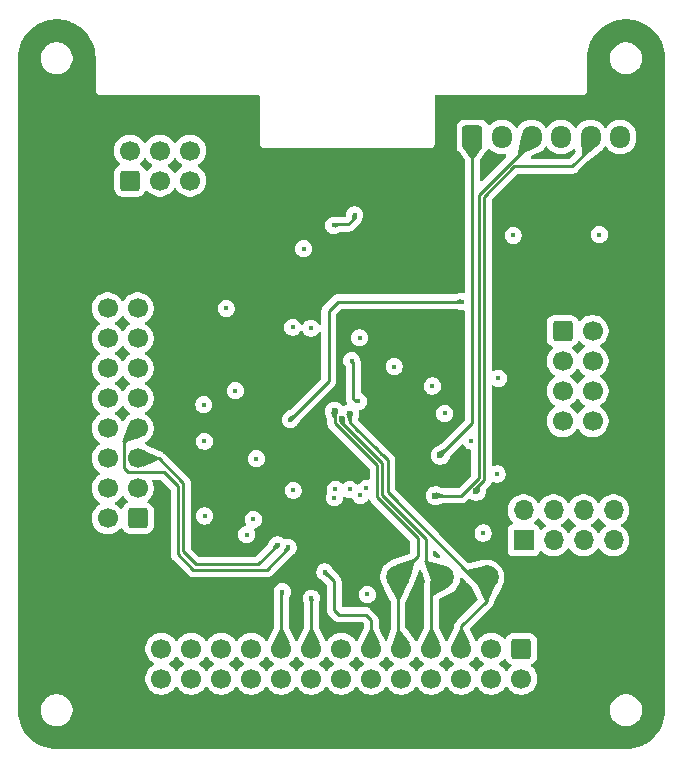
<source format=gbr>
%TF.GenerationSoftware,KiCad,Pcbnew,9.0.0*%
%TF.CreationDate,2025-03-07T07:18:05+07:00*%
%TF.ProjectId,MCU,4d43552e-6b69-4636-9164-5f7063625858,rev?*%
%TF.SameCoordinates,Original*%
%TF.FileFunction,Copper,L4,Bot*%
%TF.FilePolarity,Positive*%
%FSLAX46Y46*%
G04 Gerber Fmt 4.6, Leading zero omitted, Abs format (unit mm)*
G04 Created by KiCad (PCBNEW 9.0.0) date 2025-03-07 07:18:05*
%MOMM*%
%LPD*%
G01*
G04 APERTURE LIST*
G04 Aperture macros list*
%AMRoundRect*
0 Rectangle with rounded corners*
0 $1 Rounding radius*
0 $2 $3 $4 $5 $6 $7 $8 $9 X,Y pos of 4 corners*
0 Add a 4 corners polygon primitive as box body*
4,1,4,$2,$3,$4,$5,$6,$7,$8,$9,$2,$3,0*
0 Add four circle primitives for the rounded corners*
1,1,$1+$1,$2,$3*
1,1,$1+$1,$4,$5*
1,1,$1+$1,$6,$7*
1,1,$1+$1,$8,$9*
0 Add four rect primitives between the rounded corners*
20,1,$1+$1,$2,$3,$4,$5,0*
20,1,$1+$1,$4,$5,$6,$7,0*
20,1,$1+$1,$6,$7,$8,$9,0*
20,1,$1+$1,$8,$9,$2,$3,0*%
G04 Aperture macros list end*
%TA.AperFunction,ComponentPad*%
%ADD10RoundRect,0.250000X-0.600000X-0.600000X0.600000X-0.600000X0.600000X0.600000X-0.600000X0.600000X0*%
%TD*%
%TA.AperFunction,ComponentPad*%
%ADD11C,1.700000*%
%TD*%
%TA.AperFunction,ComponentPad*%
%ADD12RoundRect,0.250000X0.600000X0.600000X-0.600000X0.600000X-0.600000X-0.600000X0.600000X-0.600000X0*%
%TD*%
%TA.AperFunction,ComponentPad*%
%ADD13R,1.700000X1.700000*%
%TD*%
%TA.AperFunction,ComponentPad*%
%ADD14O,1.700000X1.700000*%
%TD*%
%TA.AperFunction,ComponentPad*%
%ADD15RoundRect,0.250000X-0.600000X-0.725000X0.600000X-0.725000X0.600000X0.725000X-0.600000X0.725000X0*%
%TD*%
%TA.AperFunction,ComponentPad*%
%ADD16O,1.700000X1.950000*%
%TD*%
%TA.AperFunction,ComponentPad*%
%ADD17RoundRect,0.250000X-0.600000X0.600000X-0.600000X-0.600000X0.600000X-0.600000X0.600000X0.600000X0*%
%TD*%
%TA.AperFunction,ComponentPad*%
%ADD18RoundRect,0.250000X0.600000X-0.600000X0.600000X0.600000X-0.600000X0.600000X-0.600000X-0.600000X0*%
%TD*%
%TA.AperFunction,ComponentPad*%
%ADD19C,2.000000*%
%TD*%
%TA.AperFunction,ViaPad*%
%ADD20C,0.450000*%
%TD*%
%TA.AperFunction,ViaPad*%
%ADD21C,0.600000*%
%TD*%
%TA.AperFunction,Conductor*%
%ADD22C,0.250000*%
%TD*%
G04 APERTURE END LIST*
D10*
%TO.P,J4,1,Pin_1*%
%TO.N,VDD*%
X146330000Y-85500000D03*
D11*
%TO.P,J4,2,Pin_2*%
%TO.N,GND*%
X148870000Y-85500000D03*
%TO.P,J4,3,Pin_3*%
%TO.N,Net-(J4-Pin_3)*%
X146330000Y-88040000D03*
%TO.P,J4,4,Pin_4*%
%TO.N,GND*%
X148870000Y-88040000D03*
%TO.P,J4,5,Pin_5*%
%TO.N,Net-(J4-Pin_5)*%
X146330000Y-90580000D03*
%TO.P,J4,6,Pin_6*%
%TO.N,GND*%
X148870000Y-90580000D03*
%TO.P,J4,7,Pin_7*%
%TO.N,Net-(J4-Pin_7)*%
X146330000Y-93120000D03*
%TO.P,J4,8,Pin_8*%
%TO.N,GND*%
X148870000Y-93120000D03*
%TD*%
D12*
%TO.P,J7,1,Pin_1*%
%TO.N,VDD*%
X110360000Y-101350000D03*
D11*
%TO.P,J7,2,Pin_2*%
%TO.N,GND*%
X107820000Y-101350000D03*
%TO.P,J7,3,Pin_3*%
%TO.N,/Connector and Sensor/IMU_CS*%
X110360000Y-98810000D03*
%TO.P,J7,4,Pin_4*%
%TO.N,GND*%
X107820000Y-98810000D03*
%TO.P,J7,5,Pin_5*%
%TO.N,/Connector and Sensor/IMU_INT2*%
X110360000Y-96270000D03*
%TO.P,J7,6,Pin_6*%
%TO.N,GND*%
X107820000Y-96270000D03*
%TO.P,J7,7,Pin_7*%
%TO.N,/Connector and Sensor/IMU_INT1*%
X110360000Y-93730000D03*
%TO.P,J7,8,Pin_8*%
%TO.N,GND*%
X107820000Y-93730000D03*
%TO.P,J7,9,Pin_9*%
%TO.N,/Connector and Sensor/IMU_SCLK*%
X110360000Y-91190000D03*
%TO.P,J7,10,Pin_10*%
%TO.N,GND*%
X107820000Y-91190000D03*
%TO.P,J7,11,Pin_11*%
%TO.N,/Connector and Sensor/IMU_MISO*%
X110360000Y-88650000D03*
%TO.P,J7,12,Pin_12*%
%TO.N,GND*%
X107820000Y-88650000D03*
%TO.P,J7,13,Pin_13*%
%TO.N,/Connector and Sensor/IMU_MOSI*%
X110360000Y-86110000D03*
%TO.P,J7,14,Pin_14*%
%TO.N,GND*%
X107820000Y-86110000D03*
%TO.P,J7,15,Pin_15*%
%TO.N,unconnected-(J7-Pin_15-Pad15)*%
X110360000Y-83570000D03*
%TO.P,J7,16,Pin_16*%
%TO.N,GND*%
X107820000Y-83570000D03*
%TD*%
D13*
%TO.P,J1,1,Pin_1*%
%TO.N,/Connector and Sensor/TIM1_CH3*%
X143025000Y-103215000D03*
D14*
%TO.P,J1,2,Pin_2*%
%TO.N,/Connector and Sensor/TIM1_CH2*%
X143025000Y-100675000D03*
%TO.P,J1,3,Pin_3*%
%TO.N,/Connector and Sensor/TIM1_CH3N*%
X145565000Y-103215000D03*
%TO.P,J1,4,Pin_4*%
%TO.N,/Connector and Sensor/TIM1_CH2N*%
X145565000Y-100675000D03*
%TO.P,J1,5,Pin_5*%
%TO.N,/Connector and Sensor/TIM1_CH1*%
X148105000Y-103215000D03*
%TO.P,J1,6,Pin_6*%
%TO.N,unconnected-(J1-Pin_6-Pad6)*%
X148105000Y-100675000D03*
%TO.P,J1,7,Pin_7*%
%TO.N,/Connector and Sensor/NFAULT*%
X150645000Y-103215000D03*
%TO.P,J1,8,Pin_8*%
%TO.N,GND*%
X150645000Y-100675000D03*
%TD*%
D15*
%TO.P,J2,1,Pin_1*%
%TO.N,SWO*%
X138700000Y-69070000D03*
D16*
%TO.P,J2,2,Pin_2*%
%TO.N,NRST*%
X141200000Y-69070000D03*
%TO.P,J2,3,Pin_3*%
%TO.N,SWDIO*%
X143700000Y-69070000D03*
%TO.P,J2,4,Pin_4*%
%TO.N,GND*%
X146200000Y-69070000D03*
%TO.P,J2,5,Pin_5*%
%TO.N,SWCLK*%
X148700000Y-69070000D03*
%TO.P,J2,6,Pin_6*%
%TO.N,VDD*%
X151200000Y-69070000D03*
%TD*%
D17*
%TO.P,J5,1,Pin_1*%
%TO.N,VDD*%
X142840000Y-112400000D03*
D11*
%TO.P,J5,2,Pin_2*%
%TO.N,GND*%
X142840000Y-114940000D03*
%TO.P,J5,3,Pin_3*%
%TO.N,+5V*%
X140300000Y-112400000D03*
%TO.P,J5,4,Pin_4*%
%TO.N,GND*%
X140300000Y-114940000D03*
%TO.P,J5,5,Pin_5*%
%TO.N,/Connector and Sensor/Vcurrfdbk_A*%
X137760000Y-112400000D03*
%TO.P,J5,6,Pin_6*%
%TO.N,GND*%
X137760000Y-114940000D03*
%TO.P,J5,7,Pin_7*%
%TO.N,/Connector and Sensor/Vcurrfdbk_B*%
X135220000Y-112400000D03*
%TO.P,J5,8,Pin_8*%
%TO.N,GND*%
X135220000Y-114940000D03*
%TO.P,J5,9,Pin_9*%
%TO.N,/Connector and Sensor/Vcurrfdbk_C*%
X132680000Y-112400000D03*
%TO.P,J5,10,Pin_10*%
%TO.N,GND*%
X132680000Y-114940000D03*
%TO.P,J5,11,Pin_11*%
%TO.N,/Connector and Sensor/NSLEEP*%
X130140000Y-112400000D03*
%TO.P,J5,12,Pin_12*%
%TO.N,GND*%
X130140000Y-114940000D03*
%TO.P,J5,13,Pin_13*%
%TO.N,/Connector and Sensor/NFAULT*%
X127600000Y-112400000D03*
%TO.P,J5,14,Pin_14*%
%TO.N,GND*%
X127600000Y-114940000D03*
%TO.P,J5,15,Pin_15*%
%TO.N,/Connector and Sensor/TIM1_CH3N*%
X125060000Y-112400000D03*
%TO.P,J5,16,Pin_16*%
%TO.N,GND*%
X125060000Y-114940000D03*
%TO.P,J5,17,Pin_17*%
%TO.N,/Connector and Sensor/TIM1_CH3*%
X122520000Y-112400000D03*
%TO.P,J5,18,Pin_18*%
%TO.N,GND*%
X122520000Y-114940000D03*
%TO.P,J5,19,Pin_19*%
%TO.N,/Connector and Sensor/TIM1_CH2N*%
X119980000Y-112400000D03*
%TO.P,J5,20,Pin_20*%
%TO.N,GND*%
X119980000Y-114940000D03*
%TO.P,J5,21,Pin_21*%
%TO.N,/Connector and Sensor/TIM1_CH2*%
X117440000Y-112400000D03*
%TO.P,J5,22,Pin_22*%
%TO.N,GND*%
X117440000Y-114940000D03*
%TO.P,J5,23,Pin_23*%
%TO.N,/Connector and Sensor/TIM1_CH1N*%
X114900000Y-112400000D03*
%TO.P,J5,24,Pin_24*%
%TO.N,GND*%
X114900000Y-114940000D03*
%TO.P,J5,25,Pin_25*%
%TO.N,/Connector and Sensor/TIM1_CH1*%
X112360000Y-112400000D03*
%TO.P,J5,26,Pin_26*%
%TO.N,GND*%
X112360000Y-114940000D03*
%TD*%
D18*
%TO.P,J3,1,Pin_1*%
%TO.N,+5V*%
X109710000Y-72760000D03*
D11*
%TO.P,J3,2,Pin_2*%
%TO.N,GND*%
X109710000Y-70220000D03*
%TO.P,J3,3,Pin_3*%
%TO.N,Net-(J3-Pin_3)*%
X112250000Y-72760000D03*
%TO.P,J3,4,Pin_4*%
%TO.N,GND*%
X112250000Y-70220000D03*
%TO.P,J3,5,Pin_5*%
%TO.N,Net-(J3-Pin_5)*%
X114790000Y-72760000D03*
%TO.P,J3,6,Pin_6*%
%TO.N,GND*%
X114790000Y-70220000D03*
%TD*%
D19*
%TO.P,TP1,1,1*%
%TO.N,/Connector and Sensor/Vcurrfdbk_A*%
X139900000Y-106350000D03*
%TD*%
%TO.P,TP2,1,1*%
%TO.N,/Connector and Sensor/Vcurrfdbk_B*%
X136150000Y-106350000D03*
%TD*%
%TO.P,TP3,1,1*%
%TO.N,/Connector and Sensor/Vcurrfdbk_C*%
X132400000Y-106300000D03*
%TD*%
D20*
%TO.N,GND*%
X136350000Y-92475000D03*
X142150000Y-77400000D03*
X140800000Y-97600000D03*
X119575000Y-102725000D03*
X129150000Y-86075000D03*
X117850000Y-83575000D03*
X120400000Y-96300000D03*
X149450000Y-77325000D03*
X123525000Y-98975000D03*
X125025000Y-85250000D03*
X140900000Y-89500000D03*
X138600000Y-94800000D03*
X118625000Y-90550000D03*
X116000000Y-94825000D03*
%TO.N,VDD*%
X115950000Y-91725000D03*
X120150000Y-101450000D03*
X135300000Y-90150000D03*
X124400000Y-78525000D03*
X139600000Y-102600000D03*
X116025000Y-101150000D03*
X132070000Y-88500000D03*
X123475000Y-85175000D03*
%TO.N,USER*%
X128475000Y-88000000D03*
X129050000Y-91450000D03*
%TO.N,NRST*%
X128725000Y-75650000D03*
X126950000Y-76550000D03*
%TO.N,/Connector and Sensor/TIM1_CH3*%
X127000000Y-99600000D03*
X122600000Y-107550000D03*
%TO.N,/Connector and Sensor/NFAULT*%
X129800000Y-107800000D03*
D21*
%TO.N,SWCLK*%
X139021942Y-99061942D03*
%TO.N,/Connector and Sensor/Vcurrfdbk_B*%
X127645000Y-92960000D03*
D20*
%TO.N,LED*%
X123275000Y-93000000D03*
X137800000Y-83000000D03*
D21*
%TO.N,/Connector and Sensor/Vcurrfdbk_C*%
X127020000Y-92300000D03*
D20*
%TO.N,/Connector and Sensor/IMU_INT1*%
X123100000Y-103800000D03*
D21*
%TO.N,SWDIO*%
X135570000Y-99430000D03*
D20*
%TO.N,/Connector and Sensor/NSLEEP*%
X126200000Y-105900000D03*
%TO.N,/Connector and Sensor/TIM1_CH2*%
X129200000Y-99400000D03*
%TO.N,/Connector and Sensor/TIM1_CH3N*%
X125060000Y-108110000D03*
X127100000Y-98900000D03*
%TO.N,/Connector and Sensor/TIM1_CH2N*%
X129700000Y-98800000D03*
%TO.N,/Connector and Sensor/IMU_INT2*%
X122200000Y-103600000D03*
%TO.N,/Connector and Sensor/TIM1_CH1*%
X128300000Y-98900000D03*
D21*
%TO.N,/Connector and Sensor/Vcurrfdbk_A*%
X128320000Y-92490000D03*
%TO.N,SWO*%
X135970000Y-96010000D03*
%TD*%
D22*
%TO.N,USER*%
X128600000Y-91225000D02*
X128600000Y-88125000D01*
X128825000Y-91450000D02*
X128600000Y-91225000D01*
X129050000Y-91450000D02*
X128825000Y-91450000D01*
X128600000Y-88125000D02*
X128475000Y-88000000D01*
%TO.N,NRST*%
X128725000Y-75925000D02*
X128725000Y-75650000D01*
X127050000Y-76450000D02*
X128200000Y-76450000D01*
X126950000Y-76550000D02*
X127050000Y-76450000D01*
X128200000Y-76450000D02*
X128725000Y-75925000D01*
%TO.N,/Connector and Sensor/TIM1_CH3*%
X122520000Y-107630000D02*
X122600000Y-107550000D01*
X122520000Y-112400000D02*
X122520000Y-107630000D01*
%TO.N,SWCLK*%
X142257810Y-71560000D02*
X139691000Y-74126810D01*
X139691000Y-98146810D02*
X139021942Y-98815868D01*
X148700000Y-69980000D02*
X147120000Y-71560000D01*
X139691000Y-74126810D02*
X139691000Y-98146810D01*
X139021942Y-98815868D02*
X139021942Y-99061942D01*
X147120000Y-71560000D02*
X142257810Y-71560000D01*
X148700000Y-69070000D02*
X148700000Y-69980000D01*
%TO.N,/Connector and Sensor/Vcurrfdbk_B*%
X134750000Y-104950000D02*
X134750000Y-103062190D01*
X131061000Y-96681000D02*
X127492500Y-93112500D01*
X136150000Y-106350000D02*
X134750000Y-104950000D01*
X135220000Y-112400000D02*
X135220000Y-107280000D01*
X131061000Y-99373190D02*
X131061000Y-96681000D01*
X134750000Y-103062190D02*
X131061000Y-99373190D01*
X135220000Y-107280000D02*
X136150000Y-106350000D01*
X127492500Y-93112500D02*
X127645000Y-92960000D01*
%TO.N,LED*%
X127325000Y-83000000D02*
X126525000Y-83800000D01*
X137800000Y-83000000D02*
X127325000Y-83000000D01*
X126525000Y-89750000D02*
X123275000Y-93000000D01*
X126525000Y-83800000D02*
X126525000Y-89750000D01*
%TO.N,/Connector and Sensor/Vcurrfdbk_C*%
X132680000Y-112400000D02*
X132400000Y-112120000D01*
X134070000Y-104580000D02*
X134070000Y-103020000D01*
X130610000Y-96867810D02*
X127020000Y-93277810D01*
X132400000Y-112120000D02*
X132400000Y-106250000D01*
X132400000Y-106250000D02*
X134070000Y-104580000D01*
X127020000Y-93277810D02*
X127020000Y-92300000D01*
X134070000Y-103020000D02*
X130610000Y-99560000D01*
X130610000Y-99560000D02*
X130610000Y-96867810D01*
%TO.N,/Connector and Sensor/IMU_INT1*%
X113780000Y-104410000D02*
X113780000Y-98642000D01*
X112584000Y-97446000D02*
X109546000Y-97446000D01*
X121300000Y-105700000D02*
X115070000Y-105700000D01*
X115070000Y-105700000D02*
X113780000Y-104410000D01*
X109184000Y-94906000D02*
X110360000Y-93730000D01*
X123100000Y-103900000D02*
X121300000Y-105700000D01*
X123100000Y-103800000D02*
X123100000Y-103900000D01*
X109546000Y-97446000D02*
X109184000Y-97084000D01*
X113780000Y-98642000D02*
X112584000Y-97446000D01*
X109184000Y-97084000D02*
X109184000Y-94906000D01*
%TO.N,SWDIO*%
X139240000Y-97960000D02*
X137980000Y-99220000D01*
X143700000Y-69480000D02*
X139240000Y-73940000D01*
X139240000Y-73940000D02*
X139240000Y-97960000D01*
X137770000Y-99430000D02*
X135570000Y-99430000D01*
X143700000Y-69070000D02*
X143700000Y-69480000D01*
X137980000Y-99220000D02*
X137770000Y-99430000D01*
%TO.N,/Connector and Sensor/NSLEEP*%
X130140000Y-109990000D02*
X130140000Y-112400000D01*
X127000000Y-106700000D02*
X127000000Y-109100000D01*
X127000000Y-109100000D02*
X127400000Y-109500000D01*
X127400000Y-109500000D02*
X129650000Y-109500000D01*
X129650000Y-109500000D02*
X130140000Y-109990000D01*
X126200000Y-105900000D02*
X127000000Y-106700000D01*
%TO.N,/Connector and Sensor/TIM1_CH3N*%
X125060000Y-108110000D02*
X125060000Y-112400000D01*
%TO.N,/Connector and Sensor/IMU_INT2*%
X120550000Y-105250000D02*
X115320000Y-105250000D01*
X115320000Y-105250000D02*
X114230000Y-104160000D01*
X112140000Y-96270000D02*
X110360000Y-96270000D01*
X114230000Y-98360000D02*
X112140000Y-96270000D01*
X122200000Y-103600000D02*
X120550000Y-105250000D01*
X114230000Y-104160000D02*
X114230000Y-98360000D01*
%TO.N,/Connector and Sensor/Vcurrfdbk_A*%
X128290000Y-92520000D02*
X128320000Y-92490000D01*
X139900000Y-108360000D02*
X139900000Y-106350000D01*
X137760000Y-112400000D02*
X137760000Y-110500000D01*
X128868000Y-93768000D02*
X128290000Y-93189998D01*
X137760000Y-110500000D02*
X139900000Y-108360000D01*
X138675620Y-106350000D02*
X139900000Y-106350000D01*
X131512000Y-99162000D02*
X131512000Y-96411998D01*
X138700000Y-106350000D02*
X131512000Y-99162000D01*
X128290000Y-93189998D02*
X128290000Y-92520000D01*
X131100000Y-95999999D02*
X130983620Y-95883618D01*
X130983620Y-95883618D02*
X130610000Y-95510000D01*
X130610000Y-95510000D02*
X128868000Y-93768000D01*
X131512000Y-96411998D02*
X131100000Y-95999999D01*
X139900000Y-106350000D02*
X138700000Y-106350000D01*
%TO.N,SWO*%
X138700000Y-69070000D02*
X138700000Y-93280000D01*
X138700000Y-93280000D02*
X135970000Y-96010000D01*
%TD*%
%TA.AperFunction,NonConductor*%
G36*
X103838405Y-59118235D02*
G01*
X103851313Y-59119592D01*
X104179587Y-59171585D01*
X104192270Y-59174280D01*
X104513332Y-59260309D01*
X104525665Y-59264316D01*
X104835971Y-59383432D01*
X104847807Y-59388701D01*
X105143977Y-59539607D01*
X105155191Y-59546083D01*
X105433943Y-59727106D01*
X105444444Y-59734735D01*
X105702749Y-59943907D01*
X105712394Y-59952592D01*
X105947407Y-60187605D01*
X105956092Y-60197250D01*
X106165264Y-60455555D01*
X106172893Y-60466056D01*
X106353913Y-60744802D01*
X106360399Y-60756035D01*
X106511293Y-61052182D01*
X106516572Y-61064039D01*
X106635681Y-61374329D01*
X106639692Y-61386673D01*
X106725717Y-61707723D01*
X106728415Y-61720419D01*
X106780407Y-62048686D01*
X106781764Y-62061594D01*
X106799330Y-62396756D01*
X106799500Y-62403246D01*
X106799500Y-65073071D01*
X106799500Y-65100000D01*
X106799500Y-65152727D01*
X106826793Y-65254587D01*
X106879520Y-65345913D01*
X106954087Y-65420480D01*
X107045413Y-65473207D01*
X107147273Y-65500500D01*
X107180009Y-65500500D01*
X120473071Y-65500500D01*
X120490244Y-65500500D01*
X120509630Y-65502025D01*
X120542253Y-65507192D01*
X120579146Y-65519179D01*
X120599765Y-65529685D01*
X120631151Y-65552489D01*
X120647510Y-65568848D01*
X120670314Y-65600234D01*
X120680820Y-65620853D01*
X120692808Y-65657748D01*
X120697973Y-65690359D01*
X120699500Y-65709755D01*
X120699500Y-69573071D01*
X120699500Y-69600000D01*
X120699500Y-69652727D01*
X120726793Y-69754587D01*
X120779520Y-69845913D01*
X120854087Y-69920480D01*
X120945413Y-69973207D01*
X121047273Y-70000500D01*
X121047275Y-70000500D01*
X135152725Y-70000500D01*
X135152727Y-70000500D01*
X135254587Y-69973207D01*
X135345913Y-69920480D01*
X135420480Y-69845913D01*
X135473207Y-69754587D01*
X135500500Y-69652727D01*
X135500500Y-69600000D01*
X135500500Y-69573071D01*
X135500500Y-65709755D01*
X135502025Y-65690370D01*
X135507192Y-65657744D01*
X135519177Y-65620857D01*
X135529687Y-65600230D01*
X135552486Y-65568851D01*
X135568851Y-65552486D01*
X135600230Y-65529687D01*
X135620857Y-65519177D01*
X135657744Y-65507192D01*
X135690369Y-65502025D01*
X135709756Y-65500500D01*
X148052725Y-65500500D01*
X148052727Y-65500500D01*
X148154587Y-65473207D01*
X148245913Y-65420480D01*
X148320480Y-65345913D01*
X148373207Y-65254587D01*
X148400500Y-65152727D01*
X148400500Y-65100000D01*
X148400500Y-65073071D01*
X148400500Y-62403246D01*
X148400670Y-62396756D01*
X148406071Y-62293713D01*
X150345300Y-62293713D01*
X150345300Y-62506286D01*
X150378553Y-62716239D01*
X150444244Y-62918414D01*
X150540751Y-63107820D01*
X150665690Y-63279786D01*
X150816013Y-63430109D01*
X150987979Y-63555048D01*
X150987981Y-63555049D01*
X150987984Y-63555051D01*
X151177388Y-63651557D01*
X151379557Y-63717246D01*
X151589513Y-63750500D01*
X151589514Y-63750500D01*
X151802086Y-63750500D01*
X151802087Y-63750500D01*
X152012043Y-63717246D01*
X152214212Y-63651557D01*
X152403616Y-63555051D01*
X152425589Y-63539086D01*
X152575586Y-63430109D01*
X152575588Y-63430106D01*
X152575592Y-63430104D01*
X152725904Y-63279792D01*
X152725906Y-63279788D01*
X152725909Y-63279786D01*
X152850848Y-63107820D01*
X152850847Y-63107820D01*
X152850851Y-63107816D01*
X152947357Y-62918412D01*
X153013046Y-62716243D01*
X153046300Y-62506287D01*
X153046300Y-62293713D01*
X153013046Y-62083757D01*
X152947357Y-61881588D01*
X152850851Y-61692184D01*
X152850849Y-61692181D01*
X152850848Y-61692179D01*
X152725909Y-61520213D01*
X152575586Y-61369890D01*
X152403620Y-61244951D01*
X152214214Y-61148444D01*
X152214213Y-61148443D01*
X152214212Y-61148443D01*
X152012043Y-61082754D01*
X152012041Y-61082753D01*
X152012040Y-61082753D01*
X151819020Y-61052182D01*
X151802087Y-61049500D01*
X151589513Y-61049500D01*
X151572580Y-61052182D01*
X151379560Y-61082753D01*
X151177385Y-61148444D01*
X150987979Y-61244951D01*
X150816013Y-61369890D01*
X150665690Y-61520213D01*
X150540751Y-61692179D01*
X150444244Y-61881585D01*
X150378553Y-62083760D01*
X150345300Y-62293713D01*
X148406071Y-62293713D01*
X148406666Y-62282351D01*
X148406666Y-62282350D01*
X148418235Y-62061595D01*
X148419592Y-62048686D01*
X148471586Y-61720409D01*
X148474279Y-61707733D01*
X148560310Y-61386662D01*
X148564314Y-61374340D01*
X148683434Y-61064021D01*
X148688698Y-61052199D01*
X148839611Y-60756014D01*
X148846077Y-60744816D01*
X149027113Y-60466045D01*
X149034727Y-60455564D01*
X149243915Y-60197241D01*
X149252582Y-60187615D01*
X149487615Y-59952582D01*
X149497241Y-59943915D01*
X149755564Y-59734727D01*
X149766045Y-59727113D01*
X150044816Y-59546077D01*
X150056014Y-59539611D01*
X150352199Y-59388698D01*
X150364021Y-59383434D01*
X150674340Y-59264314D01*
X150686662Y-59260310D01*
X151007733Y-59174279D01*
X151020409Y-59171586D01*
X151348688Y-59119591D01*
X151361592Y-59118235D01*
X151693512Y-59100840D01*
X151706488Y-59100840D01*
X152038405Y-59118235D01*
X152051313Y-59119592D01*
X152379587Y-59171585D01*
X152392270Y-59174280D01*
X152713332Y-59260309D01*
X152725665Y-59264316D01*
X153035971Y-59383432D01*
X153047807Y-59388701D01*
X153343977Y-59539607D01*
X153355191Y-59546083D01*
X153633943Y-59727106D01*
X153644444Y-59734735D01*
X153902749Y-59943907D01*
X153912394Y-59952592D01*
X154147407Y-60187605D01*
X154156092Y-60197250D01*
X154365264Y-60455555D01*
X154372893Y-60466056D01*
X154553913Y-60744802D01*
X154560399Y-60756035D01*
X154711293Y-61052182D01*
X154716572Y-61064039D01*
X154835681Y-61374329D01*
X154839692Y-61386673D01*
X154925717Y-61707723D01*
X154928415Y-61720419D01*
X154980407Y-62048686D01*
X154981764Y-62061594D01*
X154999330Y-62396756D01*
X154999500Y-62403246D01*
X154999500Y-117596753D01*
X154999330Y-117603243D01*
X154981764Y-117938405D01*
X154980407Y-117951313D01*
X154928415Y-118279580D01*
X154925717Y-118292276D01*
X154839692Y-118613326D01*
X154835681Y-118625670D01*
X154716572Y-118935960D01*
X154711293Y-118947817D01*
X154560399Y-119243964D01*
X154553909Y-119255204D01*
X154372893Y-119533943D01*
X154365264Y-119544444D01*
X154156092Y-119802749D01*
X154147407Y-119812394D01*
X153912394Y-120047407D01*
X153902749Y-120056092D01*
X153644444Y-120265264D01*
X153633943Y-120272893D01*
X153355204Y-120453909D01*
X153343964Y-120460399D01*
X153047817Y-120611293D01*
X153035960Y-120616572D01*
X152725670Y-120735681D01*
X152713326Y-120739692D01*
X152392276Y-120825717D01*
X152379580Y-120828415D01*
X152051313Y-120880407D01*
X152038405Y-120881764D01*
X151703244Y-120899330D01*
X151696754Y-120899500D01*
X103503246Y-120899500D01*
X103496756Y-120899330D01*
X103161594Y-120881764D01*
X103148686Y-120880407D01*
X102820419Y-120828415D01*
X102807723Y-120825717D01*
X102486673Y-120739692D01*
X102474329Y-120735681D01*
X102164039Y-120616572D01*
X102152182Y-120611293D01*
X102141990Y-120606100D01*
X101856029Y-120460395D01*
X101844802Y-120453913D01*
X101566056Y-120272893D01*
X101555555Y-120265264D01*
X101297250Y-120056092D01*
X101287605Y-120047407D01*
X101052592Y-119812394D01*
X101043907Y-119802749D01*
X100834735Y-119544444D01*
X100827106Y-119533943D01*
X100741283Y-119401787D01*
X100646083Y-119255191D01*
X100639607Y-119243977D01*
X100488701Y-118947807D01*
X100483432Y-118935971D01*
X100364316Y-118625665D01*
X100360307Y-118613326D01*
X100274282Y-118292276D01*
X100271584Y-118279580D01*
X100245398Y-118114250D01*
X100219592Y-117951313D01*
X100218235Y-117938405D01*
X100200670Y-117603243D01*
X100200500Y-117596753D01*
X100200500Y-117493713D01*
X102149500Y-117493713D01*
X102149500Y-117706286D01*
X102182753Y-117916239D01*
X102248444Y-118118414D01*
X102344951Y-118307820D01*
X102469890Y-118479786D01*
X102620213Y-118630109D01*
X102792179Y-118755048D01*
X102792181Y-118755049D01*
X102792184Y-118755051D01*
X102981588Y-118851557D01*
X103183757Y-118917246D01*
X103393713Y-118950500D01*
X103393714Y-118950500D01*
X103606286Y-118950500D01*
X103606287Y-118950500D01*
X103816243Y-118917246D01*
X104018412Y-118851557D01*
X104207816Y-118755051D01*
X104229789Y-118739086D01*
X104379786Y-118630109D01*
X104379788Y-118630106D01*
X104379792Y-118630104D01*
X104530104Y-118479792D01*
X104530106Y-118479788D01*
X104530109Y-118479786D01*
X104655048Y-118307820D01*
X104655047Y-118307820D01*
X104655051Y-118307816D01*
X104751557Y-118118412D01*
X104817246Y-117916243D01*
X104850500Y-117706287D01*
X104850500Y-117493713D01*
X150349500Y-117493713D01*
X150349500Y-117706286D01*
X150382753Y-117916239D01*
X150448444Y-118118414D01*
X150544951Y-118307820D01*
X150669890Y-118479786D01*
X150820213Y-118630109D01*
X150992179Y-118755048D01*
X150992181Y-118755049D01*
X150992184Y-118755051D01*
X151181588Y-118851557D01*
X151383757Y-118917246D01*
X151593713Y-118950500D01*
X151593714Y-118950500D01*
X151806286Y-118950500D01*
X151806287Y-118950500D01*
X152016243Y-118917246D01*
X152218412Y-118851557D01*
X152407816Y-118755051D01*
X152429789Y-118739086D01*
X152579786Y-118630109D01*
X152579788Y-118630106D01*
X152579792Y-118630104D01*
X152730104Y-118479792D01*
X152730106Y-118479788D01*
X152730109Y-118479786D01*
X152855048Y-118307820D01*
X152855047Y-118307820D01*
X152855051Y-118307816D01*
X152951557Y-118118412D01*
X153017246Y-117916243D01*
X153050500Y-117706287D01*
X153050500Y-117493713D01*
X153017246Y-117283757D01*
X152951557Y-117081588D01*
X152855051Y-116892184D01*
X152855049Y-116892181D01*
X152855048Y-116892179D01*
X152730109Y-116720213D01*
X152579786Y-116569890D01*
X152407820Y-116444951D01*
X152218414Y-116348444D01*
X152218413Y-116348443D01*
X152218412Y-116348443D01*
X152016243Y-116282754D01*
X152016241Y-116282753D01*
X152016240Y-116282753D01*
X151854957Y-116257208D01*
X151806287Y-116249500D01*
X151593713Y-116249500D01*
X151545042Y-116257208D01*
X151383760Y-116282753D01*
X151181585Y-116348444D01*
X150992179Y-116444951D01*
X150820213Y-116569890D01*
X150669890Y-116720213D01*
X150544951Y-116892179D01*
X150448444Y-117081585D01*
X150382753Y-117283760D01*
X150349500Y-117493713D01*
X104850500Y-117493713D01*
X104817246Y-117283757D01*
X104751557Y-117081588D01*
X104655051Y-116892184D01*
X104655049Y-116892181D01*
X104655048Y-116892179D01*
X104530109Y-116720213D01*
X104379786Y-116569890D01*
X104207820Y-116444951D01*
X104018414Y-116348444D01*
X104018413Y-116348443D01*
X104018412Y-116348443D01*
X103816243Y-116282754D01*
X103816241Y-116282753D01*
X103816240Y-116282753D01*
X103654957Y-116257208D01*
X103606287Y-116249500D01*
X103393713Y-116249500D01*
X103345042Y-116257208D01*
X103183760Y-116282753D01*
X102981585Y-116348444D01*
X102792179Y-116444951D01*
X102620213Y-116569890D01*
X102469890Y-116720213D01*
X102344951Y-116892179D01*
X102248444Y-117081585D01*
X102182753Y-117283760D01*
X102149500Y-117493713D01*
X100200500Y-117493713D01*
X100200500Y-112293713D01*
X111009500Y-112293713D01*
X111009500Y-112506286D01*
X111042753Y-112716239D01*
X111108444Y-112918414D01*
X111204951Y-113107820D01*
X111329890Y-113279786D01*
X111480213Y-113430109D01*
X111652182Y-113555050D01*
X111660946Y-113559516D01*
X111711742Y-113607491D01*
X111728536Y-113675312D01*
X111705998Y-113741447D01*
X111660946Y-113780484D01*
X111652182Y-113784949D01*
X111480213Y-113909890D01*
X111329890Y-114060213D01*
X111204951Y-114232179D01*
X111108444Y-114421585D01*
X111042753Y-114623760D01*
X111009500Y-114833713D01*
X111009500Y-115046286D01*
X111042753Y-115256239D01*
X111108444Y-115458414D01*
X111204951Y-115647820D01*
X111329890Y-115819786D01*
X111480213Y-115970109D01*
X111652179Y-116095048D01*
X111652181Y-116095049D01*
X111652184Y-116095051D01*
X111841588Y-116191557D01*
X112043757Y-116257246D01*
X112253713Y-116290500D01*
X112253714Y-116290500D01*
X112466286Y-116290500D01*
X112466287Y-116290500D01*
X112676243Y-116257246D01*
X112878412Y-116191557D01*
X113067816Y-116095051D01*
X113089789Y-116079086D01*
X113239786Y-115970109D01*
X113239788Y-115970106D01*
X113239792Y-115970104D01*
X113390104Y-115819792D01*
X113390106Y-115819788D01*
X113390109Y-115819786D01*
X113515048Y-115647820D01*
X113515047Y-115647820D01*
X113515051Y-115647816D01*
X113519514Y-115639054D01*
X113567488Y-115588259D01*
X113635308Y-115571463D01*
X113701444Y-115593999D01*
X113740486Y-115639056D01*
X113744951Y-115647820D01*
X113869890Y-115819786D01*
X114020213Y-115970109D01*
X114192179Y-116095048D01*
X114192181Y-116095049D01*
X114192184Y-116095051D01*
X114381588Y-116191557D01*
X114583757Y-116257246D01*
X114793713Y-116290500D01*
X114793714Y-116290500D01*
X115006286Y-116290500D01*
X115006287Y-116290500D01*
X115216243Y-116257246D01*
X115418412Y-116191557D01*
X115607816Y-116095051D01*
X115629789Y-116079086D01*
X115779786Y-115970109D01*
X115779788Y-115970106D01*
X115779792Y-115970104D01*
X115930104Y-115819792D01*
X115930106Y-115819788D01*
X115930109Y-115819786D01*
X116055048Y-115647820D01*
X116055047Y-115647820D01*
X116055051Y-115647816D01*
X116059514Y-115639054D01*
X116107488Y-115588259D01*
X116175308Y-115571463D01*
X116241444Y-115593999D01*
X116280486Y-115639056D01*
X116284951Y-115647820D01*
X116409890Y-115819786D01*
X116560213Y-115970109D01*
X116732179Y-116095048D01*
X116732181Y-116095049D01*
X116732184Y-116095051D01*
X116921588Y-116191557D01*
X117123757Y-116257246D01*
X117333713Y-116290500D01*
X117333714Y-116290500D01*
X117546286Y-116290500D01*
X117546287Y-116290500D01*
X117756243Y-116257246D01*
X117958412Y-116191557D01*
X118147816Y-116095051D01*
X118169789Y-116079086D01*
X118319786Y-115970109D01*
X118319788Y-115970106D01*
X118319792Y-115970104D01*
X118470104Y-115819792D01*
X118470106Y-115819788D01*
X118470109Y-115819786D01*
X118595048Y-115647820D01*
X118595047Y-115647820D01*
X118595051Y-115647816D01*
X118599514Y-115639054D01*
X118647488Y-115588259D01*
X118715308Y-115571463D01*
X118781444Y-115593999D01*
X118820486Y-115639056D01*
X118824951Y-115647820D01*
X118949890Y-115819786D01*
X119100213Y-115970109D01*
X119272179Y-116095048D01*
X119272181Y-116095049D01*
X119272184Y-116095051D01*
X119461588Y-116191557D01*
X119663757Y-116257246D01*
X119873713Y-116290500D01*
X119873714Y-116290500D01*
X120086286Y-116290500D01*
X120086287Y-116290500D01*
X120296243Y-116257246D01*
X120498412Y-116191557D01*
X120687816Y-116095051D01*
X120709789Y-116079086D01*
X120859786Y-115970109D01*
X120859788Y-115970106D01*
X120859792Y-115970104D01*
X121010104Y-115819792D01*
X121010106Y-115819788D01*
X121010109Y-115819786D01*
X121135048Y-115647820D01*
X121135047Y-115647820D01*
X121135051Y-115647816D01*
X121139514Y-115639054D01*
X121187488Y-115588259D01*
X121255308Y-115571463D01*
X121321444Y-115593999D01*
X121360486Y-115639056D01*
X121364951Y-115647820D01*
X121489890Y-115819786D01*
X121640213Y-115970109D01*
X121812179Y-116095048D01*
X121812181Y-116095049D01*
X121812184Y-116095051D01*
X122001588Y-116191557D01*
X122203757Y-116257246D01*
X122413713Y-116290500D01*
X122413714Y-116290500D01*
X122626286Y-116290500D01*
X122626287Y-116290500D01*
X122836243Y-116257246D01*
X123038412Y-116191557D01*
X123227816Y-116095051D01*
X123249789Y-116079086D01*
X123399786Y-115970109D01*
X123399788Y-115970106D01*
X123399792Y-115970104D01*
X123550104Y-115819792D01*
X123550106Y-115819788D01*
X123550109Y-115819786D01*
X123675048Y-115647820D01*
X123675047Y-115647820D01*
X123675051Y-115647816D01*
X123679514Y-115639054D01*
X123727488Y-115588259D01*
X123795308Y-115571463D01*
X123861444Y-115593999D01*
X123900486Y-115639056D01*
X123904951Y-115647820D01*
X124029890Y-115819786D01*
X124180213Y-115970109D01*
X124352179Y-116095048D01*
X124352181Y-116095049D01*
X124352184Y-116095051D01*
X124541588Y-116191557D01*
X124743757Y-116257246D01*
X124953713Y-116290500D01*
X124953714Y-116290500D01*
X125166286Y-116290500D01*
X125166287Y-116290500D01*
X125376243Y-116257246D01*
X125578412Y-116191557D01*
X125767816Y-116095051D01*
X125789789Y-116079086D01*
X125939786Y-115970109D01*
X125939788Y-115970106D01*
X125939792Y-115970104D01*
X126090104Y-115819792D01*
X126090106Y-115819788D01*
X126090109Y-115819786D01*
X126215048Y-115647820D01*
X126215047Y-115647820D01*
X126215051Y-115647816D01*
X126219514Y-115639054D01*
X126267488Y-115588259D01*
X126335308Y-115571463D01*
X126401444Y-115593999D01*
X126440486Y-115639056D01*
X126444951Y-115647820D01*
X126569890Y-115819786D01*
X126720213Y-115970109D01*
X126892179Y-116095048D01*
X126892181Y-116095049D01*
X126892184Y-116095051D01*
X127081588Y-116191557D01*
X127283757Y-116257246D01*
X127493713Y-116290500D01*
X127493714Y-116290500D01*
X127706286Y-116290500D01*
X127706287Y-116290500D01*
X127916243Y-116257246D01*
X128118412Y-116191557D01*
X128307816Y-116095051D01*
X128329789Y-116079086D01*
X128479786Y-115970109D01*
X128479788Y-115970106D01*
X128479792Y-115970104D01*
X128630104Y-115819792D01*
X128630106Y-115819788D01*
X128630109Y-115819786D01*
X128755048Y-115647820D01*
X128755047Y-115647820D01*
X128755051Y-115647816D01*
X128759514Y-115639054D01*
X128807488Y-115588259D01*
X128875308Y-115571463D01*
X128941444Y-115593999D01*
X128980486Y-115639056D01*
X128984951Y-115647820D01*
X129109890Y-115819786D01*
X129260213Y-115970109D01*
X129432179Y-116095048D01*
X129432181Y-116095049D01*
X129432184Y-116095051D01*
X129621588Y-116191557D01*
X129823757Y-116257246D01*
X130033713Y-116290500D01*
X130033714Y-116290500D01*
X130246286Y-116290500D01*
X130246287Y-116290500D01*
X130456243Y-116257246D01*
X130658412Y-116191557D01*
X130847816Y-116095051D01*
X130869789Y-116079086D01*
X131019786Y-115970109D01*
X131019788Y-115970106D01*
X131019792Y-115970104D01*
X131170104Y-115819792D01*
X131170106Y-115819788D01*
X131170109Y-115819786D01*
X131295048Y-115647820D01*
X131295047Y-115647820D01*
X131295051Y-115647816D01*
X131299514Y-115639054D01*
X131347488Y-115588259D01*
X131415308Y-115571463D01*
X131481444Y-115593999D01*
X131520486Y-115639056D01*
X131524951Y-115647820D01*
X131649890Y-115819786D01*
X131800213Y-115970109D01*
X131972179Y-116095048D01*
X131972181Y-116095049D01*
X131972184Y-116095051D01*
X132161588Y-116191557D01*
X132363757Y-116257246D01*
X132573713Y-116290500D01*
X132573714Y-116290500D01*
X132786286Y-116290500D01*
X132786287Y-116290500D01*
X132996243Y-116257246D01*
X133198412Y-116191557D01*
X133387816Y-116095051D01*
X133409789Y-116079086D01*
X133559786Y-115970109D01*
X133559788Y-115970106D01*
X133559792Y-115970104D01*
X133710104Y-115819792D01*
X133710106Y-115819788D01*
X133710109Y-115819786D01*
X133835048Y-115647820D01*
X133835047Y-115647820D01*
X133835051Y-115647816D01*
X133839514Y-115639054D01*
X133887488Y-115588259D01*
X133955308Y-115571463D01*
X134021444Y-115593999D01*
X134060486Y-115639056D01*
X134064951Y-115647820D01*
X134189890Y-115819786D01*
X134340213Y-115970109D01*
X134512179Y-116095048D01*
X134512181Y-116095049D01*
X134512184Y-116095051D01*
X134701588Y-116191557D01*
X134903757Y-116257246D01*
X135113713Y-116290500D01*
X135113714Y-116290500D01*
X135326286Y-116290500D01*
X135326287Y-116290500D01*
X135536243Y-116257246D01*
X135738412Y-116191557D01*
X135927816Y-116095051D01*
X135949789Y-116079086D01*
X136099786Y-115970109D01*
X136099788Y-115970106D01*
X136099792Y-115970104D01*
X136250104Y-115819792D01*
X136250106Y-115819788D01*
X136250109Y-115819786D01*
X136375048Y-115647820D01*
X136375047Y-115647820D01*
X136375051Y-115647816D01*
X136379514Y-115639054D01*
X136427488Y-115588259D01*
X136495308Y-115571463D01*
X136561444Y-115593999D01*
X136600486Y-115639056D01*
X136604951Y-115647820D01*
X136729890Y-115819786D01*
X136880213Y-115970109D01*
X137052179Y-116095048D01*
X137052181Y-116095049D01*
X137052184Y-116095051D01*
X137241588Y-116191557D01*
X137443757Y-116257246D01*
X137653713Y-116290500D01*
X137653714Y-116290500D01*
X137866286Y-116290500D01*
X137866287Y-116290500D01*
X138076243Y-116257246D01*
X138278412Y-116191557D01*
X138467816Y-116095051D01*
X138489789Y-116079086D01*
X138639786Y-115970109D01*
X138639788Y-115970106D01*
X138639792Y-115970104D01*
X138790104Y-115819792D01*
X138790106Y-115819788D01*
X138790109Y-115819786D01*
X138915048Y-115647820D01*
X138915047Y-115647820D01*
X138915051Y-115647816D01*
X138919514Y-115639054D01*
X138967488Y-115588259D01*
X139035308Y-115571463D01*
X139101444Y-115593999D01*
X139140486Y-115639056D01*
X139144951Y-115647820D01*
X139269890Y-115819786D01*
X139420213Y-115970109D01*
X139592179Y-116095048D01*
X139592181Y-116095049D01*
X139592184Y-116095051D01*
X139781588Y-116191557D01*
X139983757Y-116257246D01*
X140193713Y-116290500D01*
X140193714Y-116290500D01*
X140406286Y-116290500D01*
X140406287Y-116290500D01*
X140616243Y-116257246D01*
X140818412Y-116191557D01*
X141007816Y-116095051D01*
X141029789Y-116079086D01*
X141179786Y-115970109D01*
X141179788Y-115970106D01*
X141179792Y-115970104D01*
X141330104Y-115819792D01*
X141330106Y-115819788D01*
X141330109Y-115819786D01*
X141455048Y-115647820D01*
X141455047Y-115647820D01*
X141455051Y-115647816D01*
X141459514Y-115639054D01*
X141507488Y-115588259D01*
X141575308Y-115571463D01*
X141641444Y-115593999D01*
X141680486Y-115639056D01*
X141684951Y-115647820D01*
X141809890Y-115819786D01*
X141960213Y-115970109D01*
X142132179Y-116095048D01*
X142132181Y-116095049D01*
X142132184Y-116095051D01*
X142321588Y-116191557D01*
X142523757Y-116257246D01*
X142733713Y-116290500D01*
X142733714Y-116290500D01*
X142946286Y-116290500D01*
X142946287Y-116290500D01*
X143156243Y-116257246D01*
X143358412Y-116191557D01*
X143547816Y-116095051D01*
X143569789Y-116079086D01*
X143719786Y-115970109D01*
X143719788Y-115970106D01*
X143719792Y-115970104D01*
X143870104Y-115819792D01*
X143870106Y-115819788D01*
X143870109Y-115819786D01*
X143995048Y-115647820D01*
X143995047Y-115647820D01*
X143995051Y-115647816D01*
X144091557Y-115458412D01*
X144157246Y-115256243D01*
X144190500Y-115046287D01*
X144190500Y-114833713D01*
X144157246Y-114623757D01*
X144091557Y-114421588D01*
X143995051Y-114232184D01*
X143995049Y-114232181D01*
X143995048Y-114232179D01*
X143870109Y-114060213D01*
X143719790Y-113909894D01*
X143719785Y-113909890D01*
X143714891Y-113906334D01*
X143672227Y-113851003D01*
X143666249Y-113781390D01*
X143698857Y-113719595D01*
X143748774Y-113688312D01*
X143759334Y-113684814D01*
X143908656Y-113592712D01*
X144032712Y-113468656D01*
X144124814Y-113319334D01*
X144179999Y-113152797D01*
X144190500Y-113050009D01*
X144190499Y-111749992D01*
X144190090Y-111745993D01*
X144179999Y-111647203D01*
X144179998Y-111647200D01*
X144170038Y-111617142D01*
X144124814Y-111480666D01*
X144032712Y-111331344D01*
X143908656Y-111207288D01*
X143759334Y-111115186D01*
X143592797Y-111060001D01*
X143592795Y-111060000D01*
X143490010Y-111049500D01*
X142189998Y-111049500D01*
X142189981Y-111049501D01*
X142087203Y-111060000D01*
X142087200Y-111060001D01*
X141920668Y-111115185D01*
X141920663Y-111115187D01*
X141771342Y-111207289D01*
X141647289Y-111331342D01*
X141555187Y-111480663D01*
X141555183Y-111480673D01*
X141551685Y-111491229D01*
X141511910Y-111548672D01*
X141447393Y-111575493D01*
X141378618Y-111563174D01*
X141333663Y-111525106D01*
X141330105Y-111520209D01*
X141179786Y-111369890D01*
X141007820Y-111244951D01*
X140818414Y-111148444D01*
X140818413Y-111148443D01*
X140818412Y-111148443D01*
X140616243Y-111082754D01*
X140616241Y-111082753D01*
X140616240Y-111082753D01*
X140454957Y-111057208D01*
X140406287Y-111049500D01*
X140193713Y-111049500D01*
X140145042Y-111057208D01*
X139983760Y-111082753D01*
X139781585Y-111148444D01*
X139592179Y-111244951D01*
X139420213Y-111369890D01*
X139269890Y-111520213D01*
X139144950Y-111692181D01*
X139140480Y-111700953D01*
X139132607Y-111709287D01*
X139128490Y-111719986D01*
X139109050Y-111734226D01*
X139092502Y-111751745D01*
X139081373Y-111754500D01*
X139072125Y-111761275D01*
X139048071Y-111762744D01*
X139024679Y-111768536D01*
X139013827Y-111764836D01*
X139002385Y-111765536D01*
X138981355Y-111753768D01*
X138958546Y-111745993D01*
X138949848Y-111736137D01*
X138941413Y-111731417D01*
X138922683Y-111705354D01*
X138920556Y-111702944D01*
X138920037Y-111701970D01*
X138915051Y-111692184D01*
X138914203Y-111691018D01*
X138911558Y-111686051D01*
X138911449Y-111685524D01*
X138909222Y-111681435D01*
X138478126Y-110783723D01*
X138466849Y-110714770D01*
X138494643Y-110650666D01*
X138502213Y-110642375D01*
X140298729Y-108845860D01*
X140298733Y-108845858D01*
X140385858Y-108758733D01*
X140442788Y-108673532D01*
X140454312Y-108656286D01*
X140498839Y-108548786D01*
X140501463Y-108542452D01*
X140509773Y-108500668D01*
X140520291Y-108469790D01*
X141172044Y-107154956D01*
X141182834Y-107137132D01*
X141183343Y-107136433D01*
X141290568Y-106925992D01*
X141363553Y-106701368D01*
X141373728Y-106637128D01*
X141400500Y-106468097D01*
X141400500Y-106231902D01*
X141363553Y-105998631D01*
X141290566Y-105774003D01*
X141183342Y-105563566D01*
X141044517Y-105372490D01*
X140877510Y-105205483D01*
X140686433Y-105066657D01*
X140475996Y-104959433D01*
X140251368Y-104886446D01*
X140018097Y-104849500D01*
X140018092Y-104849500D01*
X139781908Y-104849500D01*
X139781904Y-104849500D01*
X139612739Y-104876292D01*
X139608312Y-104876994D01*
X139579048Y-104879485D01*
X139549801Y-104886261D01*
X139548632Y-104886447D01*
X139548630Y-104886447D01*
X139548615Y-104886450D01*
X139543926Y-104887578D01*
X139543921Y-104887559D01*
X139542494Y-104887954D01*
X138456692Y-105139548D01*
X138386939Y-105135505D01*
X138341020Y-105106430D01*
X135906047Y-102671457D01*
X138874499Y-102671457D01*
X138902379Y-102811614D01*
X138902381Y-102811620D01*
X138957069Y-102943650D01*
X138957074Y-102943659D01*
X139036467Y-103062478D01*
X139036470Y-103062482D01*
X139137517Y-103163529D01*
X139137521Y-103163532D01*
X139256340Y-103242925D01*
X139256346Y-103242928D01*
X139256347Y-103242929D01*
X139388380Y-103297619D01*
X139388384Y-103297619D01*
X139388385Y-103297620D01*
X139528542Y-103325500D01*
X139528545Y-103325500D01*
X139671457Y-103325500D01*
X139779068Y-103304094D01*
X139811620Y-103297619D01*
X139943653Y-103242929D01*
X140062479Y-103163532D01*
X140163532Y-103062479D01*
X140242929Y-102943653D01*
X140297619Y-102811620D01*
X140309210Y-102753349D01*
X140325500Y-102671457D01*
X140325500Y-102528542D01*
X140297620Y-102388385D01*
X140297619Y-102388384D01*
X140297619Y-102388380D01*
X140248309Y-102269336D01*
X140242930Y-102256349D01*
X140242925Y-102256340D01*
X140163532Y-102137521D01*
X140163529Y-102137517D01*
X140062482Y-102036470D01*
X140062478Y-102036467D01*
X139943659Y-101957074D01*
X139943650Y-101957069D01*
X139811620Y-101902381D01*
X139811614Y-101902379D01*
X139671457Y-101874500D01*
X139671455Y-101874500D01*
X139528545Y-101874500D01*
X139528543Y-101874500D01*
X139388385Y-101902379D01*
X139388379Y-101902381D01*
X139256349Y-101957069D01*
X139256340Y-101957074D01*
X139137521Y-102036467D01*
X139137517Y-102036470D01*
X139036470Y-102137517D01*
X139036467Y-102137521D01*
X138957074Y-102256340D01*
X138957069Y-102256349D01*
X138902381Y-102388379D01*
X138902379Y-102388385D01*
X138874500Y-102528542D01*
X138874500Y-102528545D01*
X138874500Y-102671455D01*
X138874500Y-102671457D01*
X138874499Y-102671457D01*
X135906047Y-102671457D01*
X133803303Y-100568713D01*
X141674500Y-100568713D01*
X141674500Y-100781287D01*
X141682467Y-100831588D01*
X141707163Y-100987517D01*
X141707754Y-100991243D01*
X141745154Y-101106349D01*
X141773444Y-101193414D01*
X141869951Y-101382820D01*
X141994890Y-101554786D01*
X142108430Y-101668326D01*
X142141915Y-101729649D01*
X142136931Y-101799341D01*
X142095059Y-101855274D01*
X142064083Y-101872189D01*
X141932669Y-101921203D01*
X141932664Y-101921206D01*
X141817455Y-102007452D01*
X141817452Y-102007455D01*
X141731206Y-102122664D01*
X141731202Y-102122671D01*
X141680908Y-102257517D01*
X141674501Y-102317116D01*
X141674500Y-102317135D01*
X141674500Y-104112870D01*
X141674501Y-104112876D01*
X141680908Y-104172483D01*
X141731202Y-104307328D01*
X141731206Y-104307335D01*
X141817452Y-104422544D01*
X141817455Y-104422547D01*
X141932664Y-104508793D01*
X141932671Y-104508797D01*
X142067517Y-104559091D01*
X142067516Y-104559091D01*
X142074444Y-104559835D01*
X142127127Y-104565500D01*
X143922872Y-104565499D01*
X143982483Y-104559091D01*
X144117331Y-104508796D01*
X144232546Y-104422546D01*
X144318796Y-104307331D01*
X144367810Y-104175916D01*
X144409681Y-104119984D01*
X144475145Y-104095566D01*
X144543418Y-104110417D01*
X144571673Y-104131569D01*
X144685213Y-104245109D01*
X144857179Y-104370048D01*
X144857181Y-104370049D01*
X144857184Y-104370051D01*
X145046588Y-104466557D01*
X145248757Y-104532246D01*
X145458713Y-104565500D01*
X145458714Y-104565500D01*
X145671286Y-104565500D01*
X145671287Y-104565500D01*
X145881243Y-104532246D01*
X146083412Y-104466557D01*
X146272816Y-104370051D01*
X146359138Y-104307335D01*
X146444786Y-104245109D01*
X146444788Y-104245106D01*
X146444792Y-104245104D01*
X146595104Y-104094792D01*
X146595106Y-104094788D01*
X146595109Y-104094786D01*
X146720048Y-103922820D01*
X146720047Y-103922820D01*
X146720051Y-103922816D01*
X146724514Y-103914054D01*
X146772488Y-103863259D01*
X146840308Y-103846463D01*
X146906444Y-103868999D01*
X146945486Y-103914056D01*
X146949951Y-103922820D01*
X147074890Y-104094786D01*
X147225213Y-104245109D01*
X147397179Y-104370048D01*
X147397181Y-104370049D01*
X147397184Y-104370051D01*
X147586588Y-104466557D01*
X147788757Y-104532246D01*
X147998713Y-104565500D01*
X147998714Y-104565500D01*
X148211286Y-104565500D01*
X148211287Y-104565500D01*
X148421243Y-104532246D01*
X148623412Y-104466557D01*
X148812816Y-104370051D01*
X148899138Y-104307335D01*
X148984786Y-104245109D01*
X148984788Y-104245106D01*
X148984792Y-104245104D01*
X149135104Y-104094792D01*
X149135106Y-104094788D01*
X149135109Y-104094786D01*
X149260048Y-103922820D01*
X149260047Y-103922820D01*
X149260051Y-103922816D01*
X149264514Y-103914054D01*
X149312488Y-103863259D01*
X149380308Y-103846463D01*
X149446444Y-103868999D01*
X149485486Y-103914056D01*
X149489951Y-103922820D01*
X149614890Y-104094786D01*
X149765213Y-104245109D01*
X149937179Y-104370048D01*
X149937181Y-104370049D01*
X149937184Y-104370051D01*
X150126588Y-104466557D01*
X150328757Y-104532246D01*
X150538713Y-104565500D01*
X150538714Y-104565500D01*
X150751286Y-104565500D01*
X150751287Y-104565500D01*
X150961243Y-104532246D01*
X151163412Y-104466557D01*
X151352816Y-104370051D01*
X151439138Y-104307335D01*
X151524786Y-104245109D01*
X151524788Y-104245106D01*
X151524792Y-104245104D01*
X151675104Y-104094792D01*
X151675106Y-104094788D01*
X151675109Y-104094786D01*
X151800048Y-103922820D01*
X151800047Y-103922820D01*
X151800051Y-103922816D01*
X151896557Y-103733412D01*
X151962246Y-103531243D01*
X151995500Y-103321287D01*
X151995500Y-103108713D01*
X151962246Y-102898757D01*
X151896557Y-102696588D01*
X151800051Y-102507184D01*
X151800049Y-102507181D01*
X151800048Y-102507179D01*
X151675109Y-102335213D01*
X151524786Y-102184890D01*
X151352820Y-102059951D01*
X151352115Y-102059591D01*
X151344054Y-102055485D01*
X151293259Y-102007512D01*
X151276463Y-101939692D01*
X151298999Y-101873556D01*
X151344054Y-101834515D01*
X151352816Y-101830051D01*
X151403909Y-101792930D01*
X151524786Y-101705109D01*
X151524788Y-101705106D01*
X151524792Y-101705104D01*
X151675104Y-101554792D01*
X151675106Y-101554788D01*
X151675109Y-101554786D01*
X151800048Y-101382820D01*
X151800047Y-101382820D01*
X151800051Y-101382816D01*
X151896557Y-101193412D01*
X151962246Y-100991243D01*
X151995500Y-100781287D01*
X151995500Y-100568713D01*
X151962246Y-100358757D01*
X151896557Y-100156588D01*
X151800051Y-99967184D01*
X151800049Y-99967181D01*
X151800048Y-99967179D01*
X151675109Y-99795213D01*
X151524786Y-99644890D01*
X151352820Y-99519951D01*
X151163414Y-99423444D01*
X151163413Y-99423443D01*
X151163412Y-99423443D01*
X150961243Y-99357754D01*
X150961241Y-99357753D01*
X150961240Y-99357753D01*
X150799957Y-99332208D01*
X150751287Y-99324500D01*
X150538713Y-99324500D01*
X150490042Y-99332208D01*
X150328760Y-99357753D01*
X150126585Y-99423444D01*
X149937179Y-99519951D01*
X149765213Y-99644890D01*
X149614890Y-99795213D01*
X149489949Y-99967182D01*
X149485484Y-99975946D01*
X149437509Y-100026742D01*
X149369688Y-100043536D01*
X149303553Y-100020998D01*
X149264516Y-99975946D01*
X149260050Y-99967182D01*
X149135109Y-99795213D01*
X148984786Y-99644890D01*
X148812820Y-99519951D01*
X148623414Y-99423444D01*
X148623413Y-99423443D01*
X148623412Y-99423443D01*
X148421243Y-99357754D01*
X148421241Y-99357753D01*
X148421240Y-99357753D01*
X148259957Y-99332208D01*
X148211287Y-99324500D01*
X147998713Y-99324500D01*
X147950042Y-99332208D01*
X147788760Y-99357753D01*
X147586585Y-99423444D01*
X147397179Y-99519951D01*
X147225213Y-99644890D01*
X147074890Y-99795213D01*
X146949949Y-99967182D01*
X146945484Y-99975946D01*
X146897509Y-100026742D01*
X146829688Y-100043536D01*
X146763553Y-100020998D01*
X146724516Y-99975946D01*
X146720050Y-99967182D01*
X146595109Y-99795213D01*
X146444786Y-99644890D01*
X146272820Y-99519951D01*
X146083414Y-99423444D01*
X146083413Y-99423443D01*
X146083412Y-99423443D01*
X145881243Y-99357754D01*
X145881241Y-99357753D01*
X145881240Y-99357753D01*
X145719957Y-99332208D01*
X145671287Y-99324500D01*
X145458713Y-99324500D01*
X145410042Y-99332208D01*
X145248760Y-99357753D01*
X145046585Y-99423444D01*
X144857179Y-99519951D01*
X144685213Y-99644890D01*
X144534890Y-99795213D01*
X144409949Y-99967182D01*
X144405484Y-99975946D01*
X144357509Y-100026742D01*
X144289688Y-100043536D01*
X144223553Y-100020998D01*
X144184516Y-99975946D01*
X144180050Y-99967182D01*
X144055109Y-99795213D01*
X143904786Y-99644890D01*
X143732820Y-99519951D01*
X143543414Y-99423444D01*
X143543413Y-99423443D01*
X143543412Y-99423443D01*
X143341243Y-99357754D01*
X143341241Y-99357753D01*
X143341240Y-99357753D01*
X143179957Y-99332208D01*
X143131287Y-99324500D01*
X142918713Y-99324500D01*
X142870042Y-99332208D01*
X142708760Y-99357753D01*
X142506585Y-99423444D01*
X142317179Y-99519951D01*
X142145213Y-99644890D01*
X141994890Y-99795213D01*
X141869951Y-99967179D01*
X141773444Y-100156585D01*
X141707753Y-100358760D01*
X141681345Y-100525493D01*
X141674500Y-100568713D01*
X133803303Y-100568713D01*
X132173819Y-98939229D01*
X132140334Y-98877906D01*
X132137500Y-98851548D01*
X132137500Y-96350392D01*
X132133763Y-96331608D01*
X132133762Y-96331600D01*
X132126738Y-96296282D01*
X132126738Y-96296281D01*
X132113464Y-96229553D01*
X132113463Y-96229546D01*
X132066311Y-96115712D01*
X132066310Y-96115711D01*
X132066307Y-96115705D01*
X131997859Y-96013266D01*
X131967352Y-95982759D01*
X131910733Y-95926140D01*
X131910732Y-95926139D01*
X131498733Y-95514141D01*
X131498732Y-95514140D01*
X131476546Y-95491954D01*
X131476544Y-95491951D01*
X131395072Y-95410479D01*
X131379259Y-95394665D01*
X131379228Y-95394636D01*
X131008732Y-95024142D01*
X129325320Y-93340730D01*
X129325318Y-93340727D01*
X129041658Y-93057066D01*
X129033141Y-93041470D01*
X129020563Y-93028915D01*
X129016744Y-93011440D01*
X129008173Y-92995743D01*
X129009434Y-92977987D01*
X129005647Y-92960656D01*
X129013116Y-92926161D01*
X129076751Y-92755056D01*
X129078366Y-92750945D01*
X129089737Y-92723497D01*
X129091140Y-92716443D01*
X129094944Y-92701952D01*
X129095534Y-92700156D01*
X129096036Y-92698398D01*
X129113307Y-92606257D01*
X129114658Y-92599052D01*
X129114660Y-92599052D01*
X129115000Y-92596490D01*
X129120500Y-92568845D01*
X129120500Y-92546457D01*
X135624499Y-92546457D01*
X135652379Y-92686614D01*
X135652381Y-92686620D01*
X135707069Y-92818650D01*
X135707074Y-92818659D01*
X135786467Y-92937478D01*
X135786470Y-92937482D01*
X135887517Y-93038529D01*
X135887521Y-93038532D01*
X136006340Y-93117925D01*
X136006346Y-93117928D01*
X136006347Y-93117929D01*
X136138380Y-93172619D01*
X136138384Y-93172619D01*
X136138385Y-93172620D01*
X136278542Y-93200500D01*
X136278545Y-93200500D01*
X136421457Y-93200500D01*
X136515751Y-93181742D01*
X136561620Y-93172619D01*
X136693653Y-93117929D01*
X136812479Y-93038532D01*
X136913532Y-92937479D01*
X136992929Y-92818653D01*
X137047619Y-92686620D01*
X137056742Y-92640751D01*
X137075500Y-92546457D01*
X137075500Y-92403542D01*
X137047620Y-92263385D01*
X137047619Y-92263384D01*
X137047619Y-92263380D01*
X136992929Y-92131347D01*
X136992928Y-92131346D01*
X136992925Y-92131340D01*
X136913532Y-92012521D01*
X136913529Y-92012517D01*
X136812482Y-91911470D01*
X136812478Y-91911467D01*
X136693659Y-91832074D01*
X136693650Y-91832069D01*
X136561620Y-91777381D01*
X136561614Y-91777379D01*
X136421457Y-91749500D01*
X136421455Y-91749500D01*
X136278545Y-91749500D01*
X136278543Y-91749500D01*
X136138385Y-91777379D01*
X136138379Y-91777381D01*
X136006349Y-91832069D01*
X136006340Y-91832074D01*
X135887521Y-91911467D01*
X135887517Y-91911470D01*
X135786470Y-92012517D01*
X135786467Y-92012521D01*
X135707074Y-92131340D01*
X135707069Y-92131349D01*
X135652381Y-92263379D01*
X135652379Y-92263385D01*
X135624500Y-92403542D01*
X135624500Y-92403545D01*
X135624500Y-92546455D01*
X135624500Y-92546457D01*
X135624499Y-92546457D01*
X129120500Y-92546457D01*
X129120500Y-92413276D01*
X129120500Y-92411158D01*
X129099545Y-92305810D01*
X129102780Y-92271122D01*
X129105863Y-92236679D01*
X129106012Y-92236487D01*
X129106035Y-92236242D01*
X129127525Y-92208791D01*
X129148725Y-92181501D01*
X129148977Y-92181391D01*
X129149106Y-92181227D01*
X129150352Y-92180792D01*
X129197062Y-92160461D01*
X129223455Y-92155210D01*
X129261620Y-92147619D01*
X129393653Y-92092929D01*
X129512479Y-92013532D01*
X129613532Y-91912479D01*
X129692929Y-91793653D01*
X129747619Y-91661620D01*
X129773748Y-91530263D01*
X129775500Y-91521457D01*
X129775500Y-91378542D01*
X129747620Y-91238385D01*
X129747619Y-91238384D01*
X129747619Y-91238380D01*
X129692929Y-91106347D01*
X129692928Y-91106346D01*
X129692925Y-91106340D01*
X129613532Y-90987521D01*
X129613529Y-90987517D01*
X129512482Y-90886470D01*
X129512478Y-90886467D01*
X129393659Y-90807074D01*
X129393649Y-90807069D01*
X129302047Y-90769126D01*
X129247644Y-90725285D01*
X129225579Y-90658990D01*
X129225500Y-90654565D01*
X129225500Y-90221457D01*
X134574499Y-90221457D01*
X134602379Y-90361614D01*
X134602381Y-90361620D01*
X134657069Y-90493650D01*
X134657074Y-90493659D01*
X134736467Y-90612478D01*
X134736470Y-90612482D01*
X134837517Y-90713529D01*
X134837521Y-90713532D01*
X134956340Y-90792925D01*
X134956346Y-90792928D01*
X134956347Y-90792929D01*
X135088380Y-90847619D01*
X135088384Y-90847619D01*
X135088385Y-90847620D01*
X135228542Y-90875500D01*
X135228545Y-90875500D01*
X135371457Y-90875500D01*
X135465751Y-90856742D01*
X135511620Y-90847619D01*
X135643653Y-90792929D01*
X135762479Y-90713532D01*
X135863532Y-90612479D01*
X135942929Y-90493653D01*
X135997619Y-90361620D01*
X136017085Y-90263760D01*
X136025500Y-90221457D01*
X136025500Y-90078542D01*
X135997620Y-89938385D01*
X135997619Y-89938384D01*
X135997619Y-89938380D01*
X135942929Y-89806347D01*
X135942928Y-89806346D01*
X135942925Y-89806340D01*
X135863532Y-89687521D01*
X135863529Y-89687517D01*
X135762482Y-89586470D01*
X135762478Y-89586467D01*
X135643659Y-89507074D01*
X135643650Y-89507069D01*
X135511620Y-89452381D01*
X135511614Y-89452379D01*
X135371457Y-89424500D01*
X135371455Y-89424500D01*
X135228545Y-89424500D01*
X135228543Y-89424500D01*
X135088385Y-89452379D01*
X135088379Y-89452381D01*
X134956349Y-89507069D01*
X134956340Y-89507074D01*
X134837521Y-89586467D01*
X134837517Y-89586470D01*
X134736470Y-89687517D01*
X134736467Y-89687521D01*
X134657074Y-89806340D01*
X134657069Y-89806349D01*
X134602381Y-89938379D01*
X134602379Y-89938385D01*
X134574500Y-90078542D01*
X134574500Y-90078545D01*
X134574500Y-90221455D01*
X134574500Y-90221457D01*
X134574499Y-90221457D01*
X129225500Y-90221457D01*
X129225500Y-88571457D01*
X131344499Y-88571457D01*
X131372379Y-88711614D01*
X131372381Y-88711620D01*
X131427069Y-88843650D01*
X131427074Y-88843659D01*
X131506467Y-88962478D01*
X131506470Y-88962482D01*
X131607517Y-89063529D01*
X131607521Y-89063532D01*
X131726340Y-89142925D01*
X131726346Y-89142928D01*
X131726347Y-89142929D01*
X131858380Y-89197619D01*
X131858384Y-89197619D01*
X131858385Y-89197620D01*
X131998542Y-89225500D01*
X131998545Y-89225500D01*
X132141457Y-89225500D01*
X132272093Y-89199514D01*
X132281620Y-89197619D01*
X132413653Y-89142929D01*
X132532479Y-89063532D01*
X132633532Y-88962479D01*
X132712929Y-88843653D01*
X132767619Y-88711620D01*
X132776742Y-88665751D01*
X132795500Y-88571457D01*
X132795500Y-88428542D01*
X132767620Y-88288385D01*
X132767619Y-88288384D01*
X132767619Y-88288380D01*
X132712929Y-88156347D01*
X132712928Y-88156346D01*
X132712925Y-88156340D01*
X132633532Y-88037521D01*
X132633529Y-88037517D01*
X132532482Y-87936470D01*
X132532478Y-87936467D01*
X132413659Y-87857074D01*
X132413650Y-87857069D01*
X132281620Y-87802381D01*
X132281614Y-87802379D01*
X132141457Y-87774500D01*
X132141455Y-87774500D01*
X131998545Y-87774500D01*
X131998543Y-87774500D01*
X131858385Y-87802379D01*
X131858379Y-87802381D01*
X131726349Y-87857069D01*
X131726340Y-87857074D01*
X131607521Y-87936467D01*
X131607517Y-87936470D01*
X131506470Y-88037517D01*
X131506467Y-88037521D01*
X131427074Y-88156340D01*
X131427069Y-88156349D01*
X131372381Y-88288379D01*
X131372379Y-88288385D01*
X131344500Y-88428542D01*
X131344500Y-88428545D01*
X131344500Y-88571455D01*
X131344500Y-88571457D01*
X131344499Y-88571457D01*
X129225500Y-88571457D01*
X129225500Y-88412154D01*
X129225883Y-88402419D01*
X129227943Y-88376256D01*
X129228657Y-88367190D01*
X129228656Y-88367184D01*
X129228657Y-88367180D01*
X129225756Y-88322078D01*
X129225500Y-88314119D01*
X129225500Y-88192741D01*
X129225501Y-88192720D01*
X129225501Y-88063391D01*
X129202883Y-87949687D01*
X129201101Y-87937686D01*
X129200500Y-87931602D01*
X129200500Y-87928545D01*
X129199900Y-87925532D01*
X129199303Y-87919486D01*
X129199311Y-87919443D01*
X129199275Y-87919198D01*
X129197880Y-87904736D01*
X129197687Y-87903240D01*
X129187671Y-87857069D01*
X129179411Y-87818994D01*
X129179409Y-87818991D01*
X129178573Y-87815134D01*
X129176125Y-87806006D01*
X129172620Y-87788385D01*
X129172618Y-87788379D01*
X129117929Y-87656347D01*
X129117927Y-87656344D01*
X129117925Y-87656340D01*
X129038532Y-87537521D01*
X129038529Y-87537517D01*
X128937482Y-87436470D01*
X128937478Y-87436467D01*
X128818659Y-87357074D01*
X128818650Y-87357069D01*
X128686620Y-87302381D01*
X128686614Y-87302379D01*
X128546457Y-87274500D01*
X128546455Y-87274500D01*
X128403545Y-87274500D01*
X128403543Y-87274500D01*
X128263385Y-87302379D01*
X128263379Y-87302381D01*
X128131349Y-87357069D01*
X128131340Y-87357074D01*
X128012521Y-87436467D01*
X128012517Y-87436470D01*
X127911470Y-87537517D01*
X127911467Y-87537521D01*
X127832074Y-87656340D01*
X127832069Y-87656349D01*
X127777381Y-87788379D01*
X127777379Y-87788385D01*
X127749500Y-87928542D01*
X127749500Y-87928545D01*
X127749500Y-88071455D01*
X127749500Y-88071457D01*
X127749499Y-88071457D01*
X127777379Y-88211614D01*
X127777381Y-88211620D01*
X127832070Y-88343651D01*
X127832071Y-88343653D01*
X127851398Y-88372579D01*
X127853763Y-88376256D01*
X127857648Y-88382539D01*
X127870700Y-88410646D01*
X127955212Y-88540331D01*
X127955968Y-88541553D01*
X127964856Y-88573898D01*
X127974497Y-88605977D01*
X127974500Y-88606765D01*
X127974500Y-91286611D01*
X127978497Y-91306709D01*
X127978503Y-91306733D01*
X127979219Y-91310331D01*
X127998537Y-91407452D01*
X128012347Y-91440792D01*
X128015602Y-91448652D01*
X128015604Y-91448657D01*
X128045685Y-91521280D01*
X128045686Y-91521282D01*
X128045688Y-91521286D01*
X128074724Y-91564741D01*
X128095602Y-91631417D01*
X128077118Y-91698797D01*
X128025140Y-91745487D01*
X128019075Y-91748192D01*
X127940823Y-91780604D01*
X127940816Y-91780608D01*
X127832983Y-91852660D01*
X127766306Y-91873537D01*
X127698926Y-91855052D01*
X127660991Y-91818448D01*
X127641789Y-91789711D01*
X127641786Y-91789707D01*
X127530292Y-91678213D01*
X127530288Y-91678210D01*
X127399185Y-91590609D01*
X127399172Y-91590602D01*
X127253501Y-91530264D01*
X127253489Y-91530261D01*
X127098845Y-91499500D01*
X127098842Y-91499500D01*
X126941158Y-91499500D01*
X126941155Y-91499500D01*
X126786510Y-91530261D01*
X126786498Y-91530264D01*
X126640827Y-91590602D01*
X126640814Y-91590609D01*
X126509711Y-91678210D01*
X126509707Y-91678213D01*
X126398213Y-91789707D01*
X126398210Y-91789711D01*
X126310609Y-91920814D01*
X126310602Y-91920827D01*
X126250264Y-92066498D01*
X126250261Y-92066510D01*
X126219500Y-92221153D01*
X126219500Y-92221158D01*
X126219500Y-92378842D01*
X126219500Y-92378844D01*
X126219499Y-92378844D01*
X126244605Y-92505054D01*
X126245011Y-92507093D01*
X126247665Y-92523212D01*
X126249155Y-92527931D01*
X126250262Y-92533494D01*
X126250263Y-92533498D01*
X126250953Y-92535164D01*
X126254624Y-92545243D01*
X126388740Y-92969777D01*
X126394500Y-93007131D01*
X126394500Y-93216203D01*
X126394500Y-93339417D01*
X126394500Y-93339419D01*
X126394499Y-93339419D01*
X126401788Y-93376062D01*
X126401793Y-93376082D01*
X126402497Y-93379620D01*
X126418537Y-93460262D01*
X126429139Y-93485857D01*
X126432421Y-93493781D01*
X126432423Y-93493788D01*
X126465685Y-93574091D01*
X126465687Y-93574094D01*
X126483975Y-93601463D01*
X126483976Y-93601465D01*
X126534140Y-93676541D01*
X126534141Y-93676542D01*
X126534142Y-93676543D01*
X126621267Y-93763668D01*
X126621268Y-93763668D01*
X126628335Y-93770735D01*
X126628334Y-93770735D01*
X126628338Y-93770738D01*
X129948181Y-97090581D01*
X129981666Y-97151904D01*
X129984500Y-97178262D01*
X129984500Y-97965782D01*
X129964815Y-98032821D01*
X129912011Y-98078576D01*
X129842853Y-98088520D01*
X129836310Y-98087400D01*
X129771455Y-98074500D01*
X129628545Y-98074500D01*
X129628543Y-98074500D01*
X129488385Y-98102379D01*
X129488379Y-98102381D01*
X129356349Y-98157069D01*
X129356340Y-98157074D01*
X129237521Y-98236467D01*
X129237517Y-98236470D01*
X129136470Y-98337517D01*
X129069692Y-98437457D01*
X129016079Y-98482261D01*
X128946754Y-98490968D01*
X128883727Y-98460813D01*
X128867530Y-98442118D01*
X128867396Y-98442229D01*
X128863529Y-98437517D01*
X128762482Y-98336470D01*
X128762478Y-98336467D01*
X128643659Y-98257074D01*
X128643650Y-98257069D01*
X128511620Y-98202381D01*
X128511614Y-98202379D01*
X128371457Y-98174500D01*
X128371455Y-98174500D01*
X128228545Y-98174500D01*
X128228543Y-98174500D01*
X128088385Y-98202379D01*
X128088379Y-98202381D01*
X127956349Y-98257069D01*
X127956340Y-98257074D01*
X127837521Y-98336467D01*
X127837517Y-98336470D01*
X127787681Y-98386307D01*
X127726358Y-98419792D01*
X127656666Y-98414808D01*
X127612319Y-98386307D01*
X127562482Y-98336470D01*
X127562478Y-98336467D01*
X127443659Y-98257074D01*
X127443650Y-98257069D01*
X127311620Y-98202381D01*
X127311614Y-98202379D01*
X127171457Y-98174500D01*
X127171455Y-98174500D01*
X127028545Y-98174500D01*
X127028543Y-98174500D01*
X126888385Y-98202379D01*
X126888379Y-98202381D01*
X126756349Y-98257069D01*
X126756340Y-98257074D01*
X126637521Y-98336467D01*
X126637517Y-98336470D01*
X126536470Y-98437517D01*
X126536467Y-98437521D01*
X126457074Y-98556340D01*
X126457069Y-98556349D01*
X126402381Y-98688379D01*
X126402379Y-98688385D01*
X126374500Y-98828542D01*
X126374500Y-98828545D01*
X126374500Y-98971455D01*
X126374500Y-98971457D01*
X126374499Y-98971457D01*
X126403569Y-99117594D01*
X126401492Y-99118006D01*
X126402020Y-99178285D01*
X126385846Y-99213281D01*
X126357069Y-99256349D01*
X126302381Y-99388379D01*
X126302379Y-99388385D01*
X126274500Y-99528542D01*
X126274500Y-99528545D01*
X126274500Y-99671455D01*
X126274500Y-99671457D01*
X126274499Y-99671457D01*
X126302379Y-99811614D01*
X126302381Y-99811620D01*
X126357069Y-99943650D01*
X126357074Y-99943659D01*
X126436467Y-100062478D01*
X126436470Y-100062482D01*
X126537517Y-100163529D01*
X126537521Y-100163532D01*
X126656340Y-100242925D01*
X126656346Y-100242928D01*
X126656347Y-100242929D01*
X126788380Y-100297619D01*
X126788384Y-100297619D01*
X126788385Y-100297620D01*
X126928542Y-100325500D01*
X126928545Y-100325500D01*
X127071457Y-100325500D01*
X127165751Y-100306742D01*
X127211620Y-100297619D01*
X127343653Y-100242929D01*
X127462479Y-100163532D01*
X127563532Y-100062479D01*
X127642929Y-99943653D01*
X127697619Y-99811620D01*
X127708210Y-99758377D01*
X127725500Y-99671457D01*
X127725500Y-99620670D01*
X127745185Y-99553631D01*
X127797989Y-99507876D01*
X127867147Y-99497932D01*
X127918391Y-99517568D01*
X127956340Y-99542925D01*
X127956346Y-99542928D01*
X127956347Y-99542929D01*
X128088380Y-99597619D01*
X128088384Y-99597619D01*
X128088385Y-99597620D01*
X128228542Y-99625500D01*
X128228545Y-99625500D01*
X128371454Y-99625500D01*
X128371455Y-99625500D01*
X128397916Y-99620236D01*
X128467505Y-99626462D01*
X128522683Y-99669323D01*
X128536669Y-99694399D01*
X128557071Y-99743653D01*
X128557074Y-99743659D01*
X128636467Y-99862478D01*
X128636470Y-99862482D01*
X128737517Y-99963529D01*
X128737521Y-99963532D01*
X128856340Y-100042925D01*
X128856349Y-100042930D01*
X128873896Y-100050198D01*
X128988380Y-100097619D01*
X128988384Y-100097619D01*
X128988385Y-100097620D01*
X129128542Y-100125500D01*
X129128545Y-100125500D01*
X129271457Y-100125500D01*
X129365751Y-100106742D01*
X129411620Y-100097619D01*
X129543653Y-100042929D01*
X129662479Y-99963532D01*
X129763532Y-99862479D01*
X129816583Y-99783081D01*
X129819553Y-99780599D01*
X129820931Y-99776982D01*
X129846143Y-99758377D01*
X129870194Y-99738277D01*
X129874036Y-99737794D01*
X129877151Y-99735496D01*
X129908424Y-99733475D01*
X129939519Y-99729570D01*
X129943011Y-99731240D01*
X129946875Y-99730991D01*
X129974275Y-99746198D01*
X130002547Y-99759724D01*
X130005562Y-99763562D01*
X130007967Y-99764897D01*
X130015310Y-99775969D01*
X130028923Y-99793296D01*
X130031868Y-99798778D01*
X130055688Y-99856286D01*
X130088423Y-99905276D01*
X130091738Y-99910237D01*
X130124141Y-99958733D01*
X130215586Y-100050178D01*
X130215608Y-100050198D01*
X133408181Y-103242771D01*
X133441666Y-103304094D01*
X133444500Y-103330452D01*
X133444500Y-104248918D01*
X133424815Y-104315957D01*
X133372011Y-104361712D01*
X133362473Y-104365598D01*
X132068453Y-104831089D01*
X132053295Y-104834981D01*
X132053374Y-104835308D01*
X132048639Y-104836444D01*
X131824005Y-104909433D01*
X131613566Y-105016657D01*
X131544748Y-105066657D01*
X131422490Y-105155483D01*
X131422488Y-105155485D01*
X131422487Y-105155485D01*
X131255485Y-105322487D01*
X131255485Y-105322488D01*
X131255483Y-105322490D01*
X131245326Y-105336470D01*
X131116657Y-105513566D01*
X131009433Y-105724003D01*
X130936446Y-105948631D01*
X130899500Y-106181902D01*
X130899500Y-106418097D01*
X130936446Y-106651368D01*
X131009433Y-106875996D01*
X131116658Y-107086435D01*
X131116660Y-107086438D01*
X131117165Y-107087133D01*
X131127952Y-107104954D01*
X131307450Y-107467069D01*
X131728669Y-108316825D01*
X131761600Y-108383258D01*
X131774500Y-108438329D01*
X131774500Y-110656595D01*
X131769545Y-110691297D01*
X131499139Y-111618924D01*
X131461480Y-111677776D01*
X131397981Y-111706925D01*
X131328803Y-111697117D01*
X131275910Y-111651465D01*
X131268315Y-111637900D01*
X131268184Y-111637628D01*
X130985757Y-111049500D01*
X130777721Y-110616286D01*
X130765500Y-110562608D01*
X130765500Y-110057741D01*
X130765501Y-110057720D01*
X130765501Y-109928391D01*
X130741464Y-109807552D01*
X130741461Y-109807542D01*
X130736799Y-109796289D01*
X130736796Y-109796283D01*
X130721932Y-109760398D01*
X130721932Y-109760397D01*
X130694312Y-109693715D01*
X130625858Y-109591267D01*
X130625855Y-109591263D01*
X130145822Y-109111232D01*
X130135859Y-109101269D01*
X130135858Y-109101267D01*
X130048733Y-109014142D01*
X129997509Y-108979915D01*
X129946286Y-108945688D01*
X129946283Y-108945686D01*
X129946280Y-108945685D01*
X129872603Y-108915168D01*
X129872601Y-108915167D01*
X129865792Y-108912347D01*
X129832452Y-108898537D01*
X129772029Y-108886518D01*
X129767306Y-108885578D01*
X129767304Y-108885578D01*
X129711610Y-108874500D01*
X129711607Y-108874500D01*
X129711606Y-108874500D01*
X127749500Y-108874500D01*
X127682461Y-108854815D01*
X127636706Y-108802011D01*
X127625500Y-108750500D01*
X127625500Y-107871457D01*
X129074499Y-107871457D01*
X129102379Y-108011614D01*
X129102381Y-108011620D01*
X129157069Y-108143650D01*
X129157074Y-108143659D01*
X129236467Y-108262478D01*
X129236470Y-108262482D01*
X129337517Y-108363529D01*
X129337521Y-108363532D01*
X129456340Y-108442925D01*
X129456346Y-108442928D01*
X129456347Y-108442929D01*
X129588380Y-108497619D01*
X129588384Y-108497619D01*
X129588385Y-108497620D01*
X129728542Y-108525500D01*
X129728545Y-108525500D01*
X129871457Y-108525500D01*
X129965751Y-108506742D01*
X130011620Y-108497619D01*
X130143653Y-108442929D01*
X130262479Y-108363532D01*
X130363532Y-108262479D01*
X130442929Y-108143653D01*
X130497619Y-108011620D01*
X130506742Y-107965751D01*
X130525500Y-107871457D01*
X130525500Y-107728542D01*
X130497620Y-107588385D01*
X130497619Y-107588384D01*
X130497619Y-107588380D01*
X130452124Y-107478545D01*
X130442930Y-107456349D01*
X130442925Y-107456340D01*
X130363532Y-107337521D01*
X130363529Y-107337517D01*
X130262482Y-107236470D01*
X130262478Y-107236467D01*
X130143659Y-107157074D01*
X130143650Y-107157069D01*
X130011620Y-107102381D01*
X130011614Y-107102379D01*
X129871457Y-107074500D01*
X129871455Y-107074500D01*
X129728545Y-107074500D01*
X129728543Y-107074500D01*
X129588385Y-107102379D01*
X129588379Y-107102381D01*
X129456349Y-107157069D01*
X129456340Y-107157074D01*
X129337521Y-107236467D01*
X129337517Y-107236470D01*
X129236470Y-107337517D01*
X129236467Y-107337521D01*
X129157074Y-107456340D01*
X129157069Y-107456349D01*
X129102381Y-107588379D01*
X129102379Y-107588385D01*
X129074500Y-107728542D01*
X129074500Y-107728545D01*
X129074500Y-107871455D01*
X129074500Y-107871457D01*
X129074499Y-107871457D01*
X127625500Y-107871457D01*
X127625500Y-106638396D01*
X127623195Y-106626808D01*
X127604427Y-106532451D01*
X127604427Y-106532448D01*
X127601465Y-106517555D01*
X127601464Y-106517553D01*
X127601463Y-106517552D01*
X127601463Y-106517548D01*
X127569904Y-106441359D01*
X127554312Y-106403715D01*
X127534679Y-106374333D01*
X127485858Y-106301267D01*
X127485856Y-106301264D01*
X127395637Y-106211045D01*
X127395606Y-106211016D01*
X127024555Y-105839965D01*
X127006628Y-105817269D01*
X126980005Y-105774003D01*
X126823940Y-105520379D01*
X126818973Y-105512471D01*
X126818764Y-105512145D01*
X126818759Y-105512137D01*
X126818757Y-105512136D01*
X126782503Y-105462509D01*
X126779632Y-105459318D01*
X126768712Y-105445273D01*
X126763531Y-105437520D01*
X126763527Y-105437515D01*
X126662482Y-105336470D01*
X126662478Y-105336467D01*
X126543659Y-105257074D01*
X126543650Y-105257069D01*
X126411620Y-105202381D01*
X126411614Y-105202379D01*
X126271457Y-105174500D01*
X126271455Y-105174500D01*
X126128545Y-105174500D01*
X126128543Y-105174500D01*
X125988385Y-105202379D01*
X125988379Y-105202381D01*
X125856349Y-105257069D01*
X125856340Y-105257074D01*
X125737521Y-105336467D01*
X125737517Y-105336470D01*
X125636470Y-105437517D01*
X125636467Y-105437521D01*
X125557074Y-105556340D01*
X125557069Y-105556349D01*
X125502381Y-105688379D01*
X125502379Y-105688385D01*
X125474500Y-105828542D01*
X125474500Y-105828545D01*
X125474500Y-105971455D01*
X125474500Y-105971457D01*
X125474499Y-105971457D01*
X125502379Y-106111614D01*
X125502381Y-106111620D01*
X125557069Y-106243650D01*
X125557074Y-106243659D01*
X125636467Y-106362478D01*
X125636470Y-106362482D01*
X125737516Y-106463528D01*
X125737519Y-106463530D01*
X125737521Y-106463532D01*
X125784315Y-106494798D01*
X125794761Y-106502605D01*
X125820379Y-106523940D01*
X126117269Y-106706628D01*
X126139965Y-106724555D01*
X126338181Y-106922771D01*
X126371666Y-106984094D01*
X126374500Y-107010452D01*
X126374500Y-109161611D01*
X126398535Y-109282444D01*
X126398540Y-109282461D01*
X126445685Y-109396281D01*
X126445687Y-109396284D01*
X126445688Y-109396286D01*
X126472017Y-109435689D01*
X126514142Y-109498733D01*
X126601267Y-109585858D01*
X126601269Y-109585859D01*
X126611585Y-109596175D01*
X127001262Y-109985854D01*
X127001265Y-109985857D01*
X127043597Y-110014142D01*
X127103714Y-110054311D01*
X127103715Y-110054311D01*
X127103716Y-110054312D01*
X127129502Y-110064993D01*
X127217548Y-110101463D01*
X127338388Y-110125499D01*
X127338392Y-110125500D01*
X127338393Y-110125500D01*
X127338394Y-110125500D01*
X129339548Y-110125500D01*
X129368988Y-110134144D01*
X129398975Y-110140668D01*
X129403990Y-110144422D01*
X129406587Y-110145185D01*
X129427229Y-110161819D01*
X129478181Y-110212771D01*
X129511666Y-110274094D01*
X129514500Y-110300452D01*
X129514500Y-110562608D01*
X129502279Y-110616286D01*
X128990770Y-111681447D01*
X128985286Y-111691518D01*
X128980479Y-111700952D01*
X128932501Y-111751745D01*
X128864679Y-111768535D01*
X128798546Y-111745992D01*
X128759513Y-111700942D01*
X128755048Y-111692179D01*
X128630109Y-111520213D01*
X128479786Y-111369890D01*
X128307820Y-111244951D01*
X128118414Y-111148444D01*
X128118413Y-111148443D01*
X128118412Y-111148443D01*
X127916243Y-111082754D01*
X127916241Y-111082753D01*
X127916240Y-111082753D01*
X127754957Y-111057208D01*
X127706287Y-111049500D01*
X127493713Y-111049500D01*
X127445042Y-111057208D01*
X127283760Y-111082753D01*
X127081585Y-111148444D01*
X126892179Y-111244951D01*
X126720213Y-111369890D01*
X126569890Y-111520213D01*
X126444950Y-111692181D01*
X126440480Y-111700953D01*
X126432607Y-111709287D01*
X126428490Y-111719986D01*
X126409050Y-111734226D01*
X126392502Y-111751745D01*
X126381373Y-111754500D01*
X126372125Y-111761275D01*
X126348071Y-111762744D01*
X126324679Y-111768536D01*
X126313827Y-111764836D01*
X126302385Y-111765536D01*
X126281355Y-111753768D01*
X126258546Y-111745993D01*
X126249848Y-111736137D01*
X126241413Y-111731417D01*
X126222683Y-111705354D01*
X126220556Y-111702944D01*
X126220037Y-111701970D01*
X126215051Y-111692184D01*
X126214203Y-111691018D01*
X126211558Y-111686051D01*
X126211449Y-111685524D01*
X126209222Y-111681435D01*
X125697721Y-110616286D01*
X125685500Y-110562608D01*
X125685500Y-108650593D01*
X125688873Y-108621868D01*
X125706276Y-108548786D01*
X125769625Y-108282758D01*
X125771613Y-108274071D01*
X125771696Y-108273693D01*
X125781247Y-108212510D01*
X125781247Y-108212507D01*
X125781473Y-108208234D01*
X125783682Y-108190588D01*
X125785500Y-108181455D01*
X125785500Y-108038545D01*
X125785500Y-108038542D01*
X125757620Y-107898385D01*
X125757619Y-107898384D01*
X125757619Y-107898380D01*
X125702929Y-107766347D01*
X125702928Y-107766346D01*
X125702925Y-107766340D01*
X125623532Y-107647521D01*
X125623529Y-107647517D01*
X125522482Y-107546470D01*
X125522478Y-107546467D01*
X125403659Y-107467074D01*
X125403650Y-107467069D01*
X125271620Y-107412381D01*
X125271614Y-107412379D01*
X125131457Y-107384500D01*
X125131455Y-107384500D01*
X124988545Y-107384500D01*
X124988543Y-107384500D01*
X124848385Y-107412379D01*
X124848379Y-107412381D01*
X124716349Y-107467069D01*
X124716340Y-107467074D01*
X124597521Y-107546467D01*
X124597517Y-107546470D01*
X124496470Y-107647517D01*
X124496467Y-107647521D01*
X124417074Y-107766340D01*
X124417069Y-107766349D01*
X124362381Y-107898379D01*
X124362379Y-107898385D01*
X124334500Y-108038542D01*
X124334500Y-108181456D01*
X124345475Y-108236628D01*
X124347345Y-108249557D01*
X124350372Y-108282751D01*
X124350374Y-108282761D01*
X124431127Y-108621869D01*
X124434500Y-108650594D01*
X124434500Y-110562608D01*
X124422279Y-110616286D01*
X123910770Y-111681447D01*
X123907376Y-111685214D01*
X123906536Y-111687540D01*
X123907154Y-111687855D01*
X123900481Y-111700950D01*
X123852504Y-111751744D01*
X123784683Y-111768536D01*
X123718549Y-111745995D01*
X123679515Y-111700945D01*
X123675051Y-111692184D01*
X123675047Y-111692178D01*
X123674682Y-111691462D01*
X123669222Y-111681435D01*
X123157721Y-110616286D01*
X123145500Y-110562608D01*
X123145500Y-108130611D01*
X123157051Y-108078351D01*
X123241285Y-107897103D01*
X123242628Y-107894103D01*
X123242929Y-107893653D01*
X123244155Y-107890692D01*
X123247103Y-107884109D01*
X123247105Y-107884099D01*
X123247419Y-107883222D01*
X123249640Y-107877449D01*
X123297619Y-107761620D01*
X123306742Y-107715751D01*
X123325500Y-107621457D01*
X123325500Y-107478542D01*
X123297620Y-107338385D01*
X123297619Y-107338384D01*
X123297619Y-107338380D01*
X123249054Y-107221134D01*
X123242930Y-107206349D01*
X123242925Y-107206340D01*
X123163532Y-107087521D01*
X123163529Y-107087517D01*
X123062482Y-106986470D01*
X123062478Y-106986467D01*
X122943659Y-106907074D01*
X122943650Y-106907069D01*
X122811620Y-106852381D01*
X122811614Y-106852379D01*
X122671457Y-106824500D01*
X122671455Y-106824500D01*
X122528545Y-106824500D01*
X122528543Y-106824500D01*
X122388385Y-106852379D01*
X122388379Y-106852381D01*
X122256349Y-106907069D01*
X122256340Y-106907074D01*
X122137521Y-106986467D01*
X122137517Y-106986470D01*
X122036470Y-107087517D01*
X122036467Y-107087521D01*
X121957074Y-107206340D01*
X121957069Y-107206349D01*
X121902381Y-107338379D01*
X121902379Y-107338385D01*
X121874500Y-107478542D01*
X121874500Y-107622757D01*
X121874686Y-107625442D01*
X121889459Y-107989952D01*
X121889460Y-107989966D01*
X121893138Y-108033694D01*
X121893138Y-108033697D01*
X121893623Y-108039452D01*
X121893360Y-108039474D01*
X121894500Y-108052310D01*
X121894500Y-110562608D01*
X121882279Y-110616286D01*
X121370770Y-111681447D01*
X121368431Y-111686068D01*
X121365789Y-111691026D01*
X121364949Y-111692184D01*
X121360024Y-111701848D01*
X121359439Y-111702948D01*
X121335755Y-111727125D01*
X121312501Y-111751745D01*
X121311364Y-111752026D01*
X121310547Y-111752861D01*
X121277564Y-111760393D01*
X121244679Y-111768535D01*
X121243571Y-111768157D01*
X121242431Y-111768418D01*
X121210570Y-111756908D01*
X121178546Y-111745992D01*
X121177722Y-111745042D01*
X121176718Y-111744679D01*
X121171520Y-111737883D01*
X121139513Y-111700942D01*
X121135048Y-111692179D01*
X121010109Y-111520213D01*
X120859786Y-111369890D01*
X120687820Y-111244951D01*
X120498414Y-111148444D01*
X120498413Y-111148443D01*
X120498412Y-111148443D01*
X120296243Y-111082754D01*
X120296241Y-111082753D01*
X120296240Y-111082753D01*
X120134957Y-111057208D01*
X120086287Y-111049500D01*
X119873713Y-111049500D01*
X119825042Y-111057208D01*
X119663760Y-111082753D01*
X119461585Y-111148444D01*
X119272179Y-111244951D01*
X119100213Y-111369890D01*
X118949890Y-111520213D01*
X118824949Y-111692182D01*
X118820484Y-111700946D01*
X118772509Y-111751742D01*
X118704688Y-111768536D01*
X118638553Y-111745998D01*
X118599516Y-111700946D01*
X118595050Y-111692182D01*
X118470109Y-111520213D01*
X118319786Y-111369890D01*
X118147820Y-111244951D01*
X117958414Y-111148444D01*
X117958413Y-111148443D01*
X117958412Y-111148443D01*
X117756243Y-111082754D01*
X117756241Y-111082753D01*
X117756240Y-111082753D01*
X117594957Y-111057208D01*
X117546287Y-111049500D01*
X117333713Y-111049500D01*
X117285042Y-111057208D01*
X117123760Y-111082753D01*
X116921585Y-111148444D01*
X116732179Y-111244951D01*
X116560213Y-111369890D01*
X116409890Y-111520213D01*
X116284949Y-111692182D01*
X116280484Y-111700946D01*
X116232509Y-111751742D01*
X116164688Y-111768536D01*
X116098553Y-111745998D01*
X116059516Y-111700946D01*
X116055050Y-111692182D01*
X115930109Y-111520213D01*
X115779786Y-111369890D01*
X115607820Y-111244951D01*
X115418414Y-111148444D01*
X115418413Y-111148443D01*
X115418412Y-111148443D01*
X115216243Y-111082754D01*
X115216241Y-111082753D01*
X115216240Y-111082753D01*
X115054957Y-111057208D01*
X115006287Y-111049500D01*
X114793713Y-111049500D01*
X114745042Y-111057208D01*
X114583760Y-111082753D01*
X114381585Y-111148444D01*
X114192179Y-111244951D01*
X114020213Y-111369890D01*
X113869890Y-111520213D01*
X113744949Y-111692182D01*
X113740484Y-111700946D01*
X113692509Y-111751742D01*
X113624688Y-111768536D01*
X113558553Y-111745998D01*
X113519516Y-111700946D01*
X113515050Y-111692182D01*
X113390109Y-111520213D01*
X113239786Y-111369890D01*
X113067820Y-111244951D01*
X112878414Y-111148444D01*
X112878413Y-111148443D01*
X112878412Y-111148443D01*
X112676243Y-111082754D01*
X112676241Y-111082753D01*
X112676240Y-111082753D01*
X112514957Y-111057208D01*
X112466287Y-111049500D01*
X112253713Y-111049500D01*
X112205042Y-111057208D01*
X112043760Y-111082753D01*
X111841585Y-111148444D01*
X111652179Y-111244951D01*
X111480213Y-111369890D01*
X111329890Y-111520213D01*
X111204951Y-111692179D01*
X111108444Y-111881585D01*
X111042753Y-112083760D01*
X111009500Y-112293713D01*
X100200500Y-112293713D01*
X100200500Y-83463713D01*
X106469500Y-83463713D01*
X106469500Y-83676287D01*
X106502754Y-83886243D01*
X106551893Y-84037478D01*
X106568444Y-84088414D01*
X106664951Y-84277820D01*
X106789890Y-84449786D01*
X106940213Y-84600109D01*
X107112182Y-84725050D01*
X107120946Y-84729516D01*
X107171742Y-84777491D01*
X107188536Y-84845312D01*
X107165998Y-84911447D01*
X107120946Y-84950484D01*
X107112182Y-84954949D01*
X106940213Y-85079890D01*
X106789890Y-85230213D01*
X106664951Y-85402179D01*
X106568444Y-85591585D01*
X106502753Y-85793760D01*
X106469527Y-86003542D01*
X106469500Y-86003713D01*
X106469500Y-86216287D01*
X106475283Y-86252797D01*
X106501659Y-86419334D01*
X106502754Y-86426243D01*
X106549027Y-86568657D01*
X106568444Y-86628414D01*
X106664951Y-86817820D01*
X106789890Y-86989786D01*
X106940213Y-87140109D01*
X107112182Y-87265050D01*
X107120946Y-87269516D01*
X107171742Y-87317491D01*
X107188536Y-87385312D01*
X107165998Y-87451447D01*
X107120946Y-87490484D01*
X107112182Y-87494949D01*
X106940213Y-87619890D01*
X106789890Y-87770213D01*
X106664951Y-87942179D01*
X106568444Y-88131585D01*
X106502753Y-88333760D01*
X106469500Y-88543713D01*
X106469500Y-88756286D01*
X106502157Y-88962479D01*
X106502754Y-88966243D01*
X106564523Y-89156349D01*
X106568444Y-89168414D01*
X106664951Y-89357820D01*
X106789890Y-89529786D01*
X106940213Y-89680109D01*
X107112182Y-89805050D01*
X107120946Y-89809516D01*
X107171742Y-89857491D01*
X107188536Y-89925312D01*
X107165998Y-89991447D01*
X107120946Y-90030484D01*
X107112182Y-90034949D01*
X106940213Y-90159890D01*
X106789890Y-90310213D01*
X106664951Y-90482179D01*
X106568444Y-90671585D01*
X106502753Y-90873760D01*
X106469500Y-91083713D01*
X106469500Y-91296286D01*
X106502753Y-91506239D01*
X106502753Y-91506241D01*
X106502754Y-91506243D01*
X106553239Y-91661620D01*
X106568444Y-91708414D01*
X106664951Y-91897820D01*
X106789890Y-92069786D01*
X106940213Y-92220109D01*
X107112182Y-92345050D01*
X107120946Y-92349516D01*
X107171742Y-92397491D01*
X107188536Y-92465312D01*
X107165998Y-92531447D01*
X107120946Y-92570484D01*
X107112182Y-92574949D01*
X106940213Y-92699890D01*
X106789890Y-92850213D01*
X106664951Y-93022179D01*
X106568444Y-93211585D01*
X106568443Y-93211587D01*
X106568443Y-93211588D01*
X106563667Y-93226286D01*
X106502753Y-93413760D01*
X106476162Y-93581650D01*
X106469500Y-93623713D01*
X106469500Y-93836287D01*
X106502754Y-94046243D01*
X106546888Y-94182074D01*
X106568444Y-94248414D01*
X106664951Y-94437820D01*
X106789890Y-94609786D01*
X106940213Y-94760109D01*
X107112182Y-94885050D01*
X107120946Y-94889516D01*
X107171742Y-94937491D01*
X107188536Y-95005312D01*
X107165998Y-95071447D01*
X107120946Y-95110484D01*
X107112182Y-95114949D01*
X106940213Y-95239890D01*
X106789890Y-95390213D01*
X106664951Y-95562179D01*
X106568444Y-95751585D01*
X106502753Y-95953760D01*
X106481431Y-96088385D01*
X106469500Y-96163713D01*
X106469500Y-96376287D01*
X106471280Y-96387523D01*
X106492307Y-96520288D01*
X106502754Y-96586243D01*
X106565624Y-96779737D01*
X106568444Y-96788414D01*
X106664951Y-96977820D01*
X106789890Y-97149786D01*
X106940213Y-97300109D01*
X107112182Y-97425050D01*
X107120946Y-97429516D01*
X107171742Y-97477491D01*
X107188536Y-97545312D01*
X107165998Y-97611447D01*
X107120946Y-97650484D01*
X107112182Y-97654949D01*
X106940213Y-97779890D01*
X106789890Y-97930213D01*
X106664951Y-98102179D01*
X106568444Y-98291585D01*
X106502753Y-98493760D01*
X106471928Y-98688385D01*
X106469500Y-98703713D01*
X106469500Y-98916287D01*
X106502754Y-99126243D01*
X106561778Y-99307900D01*
X106568444Y-99328414D01*
X106664951Y-99517820D01*
X106789890Y-99689786D01*
X106940213Y-99840109D01*
X107112182Y-99965050D01*
X107120946Y-99969516D01*
X107171742Y-100017491D01*
X107188536Y-100085312D01*
X107165998Y-100151447D01*
X107120946Y-100190484D01*
X107112182Y-100194949D01*
X106940213Y-100319890D01*
X106789890Y-100470213D01*
X106664951Y-100642179D01*
X106568444Y-100831585D01*
X106502753Y-101033760D01*
X106469500Y-101243713D01*
X106469500Y-101456286D01*
X106502021Y-101661620D01*
X106502754Y-101666243D01*
X106567172Y-101864501D01*
X106568444Y-101868414D01*
X106664951Y-102057820D01*
X106789890Y-102229786D01*
X106940213Y-102380109D01*
X107112179Y-102505048D01*
X107112181Y-102505049D01*
X107112184Y-102505051D01*
X107301588Y-102601557D01*
X107503757Y-102667246D01*
X107713713Y-102700500D01*
X107713714Y-102700500D01*
X107926286Y-102700500D01*
X107926287Y-102700500D01*
X108136243Y-102667246D01*
X108338412Y-102601557D01*
X108527816Y-102505051D01*
X108549789Y-102489086D01*
X108699786Y-102380109D01*
X108699788Y-102380106D01*
X108699792Y-102380104D01*
X108850104Y-102229792D01*
X108853660Y-102224896D01*
X108908987Y-102182230D01*
X108978600Y-102176248D01*
X109040397Y-102208851D01*
X109071686Y-102258772D01*
X109075184Y-102269329D01*
X109075187Y-102269336D01*
X109093133Y-102298431D01*
X109167288Y-102418656D01*
X109291344Y-102542712D01*
X109440666Y-102634814D01*
X109607203Y-102689999D01*
X109709991Y-102700500D01*
X111010008Y-102700499D01*
X111112797Y-102689999D01*
X111279334Y-102634814D01*
X111428656Y-102542712D01*
X111552712Y-102418656D01*
X111644814Y-102269334D01*
X111699999Y-102102797D01*
X111710500Y-102000009D01*
X111710499Y-100699992D01*
X111699999Y-100597203D01*
X111644814Y-100430666D01*
X111552712Y-100281344D01*
X111428656Y-100157288D01*
X111311964Y-100085312D01*
X111279336Y-100065187D01*
X111279325Y-100065182D01*
X111268773Y-100061686D01*
X111211328Y-100021913D01*
X111184506Y-99957397D01*
X111196822Y-99888621D01*
X111234903Y-99843656D01*
X111239788Y-99840107D01*
X111239788Y-99840106D01*
X111239792Y-99840104D01*
X111390104Y-99689792D01*
X111390106Y-99689788D01*
X111390109Y-99689786D01*
X111515048Y-99517820D01*
X111515047Y-99517820D01*
X111515051Y-99517816D01*
X111611557Y-99328412D01*
X111677246Y-99126243D01*
X111710500Y-98916287D01*
X111710500Y-98703713D01*
X111677246Y-98493757D01*
X111611557Y-98291588D01*
X111606941Y-98282529D01*
X111591282Y-98251794D01*
X111578386Y-98183125D01*
X111604663Y-98118385D01*
X111661770Y-98078128D01*
X111701767Y-98071500D01*
X112273548Y-98071500D01*
X112340587Y-98091185D01*
X112361229Y-98107819D01*
X113118181Y-98864771D01*
X113151666Y-98926094D01*
X113154500Y-98952452D01*
X113154500Y-104471607D01*
X113159994Y-104499233D01*
X113178535Y-104592444D01*
X113178538Y-104592456D01*
X113187419Y-104613898D01*
X113187426Y-104613912D01*
X113189092Y-104617934D01*
X113225688Y-104706286D01*
X113252454Y-104746343D01*
X113256798Y-104752844D01*
X113256799Y-104752846D01*
X113294140Y-104808731D01*
X113294141Y-104808732D01*
X113294142Y-104808733D01*
X113381267Y-104895858D01*
X113381268Y-104895858D01*
X113388335Y-104902925D01*
X113388334Y-104902925D01*
X113388337Y-104902927D01*
X114584141Y-106098732D01*
X114584142Y-106098733D01*
X114671267Y-106185858D01*
X114679853Y-106191595D01*
X114713597Y-106214142D01*
X114773708Y-106254307D01*
X114773716Y-106254312D01*
X114799502Y-106264993D01*
X114887548Y-106301463D01*
X115008388Y-106325499D01*
X115008392Y-106325500D01*
X115008393Y-106325500D01*
X121361608Y-106325500D01*
X121361608Y-106325499D01*
X121431453Y-106311607D01*
X121482452Y-106301463D01*
X121515792Y-106287652D01*
X121596286Y-106254312D01*
X121675384Y-106201459D01*
X121698733Y-106185858D01*
X121785858Y-106098733D01*
X121785859Y-106098730D01*
X123245117Y-104639472D01*
X123264966Y-104623353D01*
X123273261Y-104617934D01*
X123551265Y-104373327D01*
X123555102Y-104369816D01*
X123560159Y-104365435D01*
X123562473Y-104363535D01*
X123562479Y-104363532D01*
X123663532Y-104262479D01*
X123742929Y-104143653D01*
X123797619Y-104011620D01*
X123815283Y-103922820D01*
X123825500Y-103871457D01*
X123825500Y-103728542D01*
X123797620Y-103588385D01*
X123797619Y-103588384D01*
X123797619Y-103588380D01*
X123742929Y-103456347D01*
X123742928Y-103456346D01*
X123742925Y-103456340D01*
X123663532Y-103337521D01*
X123663529Y-103337517D01*
X123562482Y-103236470D01*
X123562478Y-103236467D01*
X123443659Y-103157074D01*
X123443650Y-103157069D01*
X123311620Y-103102381D01*
X123311614Y-103102379D01*
X123171457Y-103074500D01*
X123171455Y-103074500D01*
X123028545Y-103074500D01*
X123028543Y-103074500D01*
X122888385Y-103102379D01*
X122888379Y-103102381D01*
X122851796Y-103117534D01*
X122782326Y-103125001D01*
X122719847Y-103093725D01*
X122716663Y-103090652D01*
X122662482Y-103036470D01*
X122662478Y-103036467D01*
X122543659Y-102957074D01*
X122543650Y-102957069D01*
X122411620Y-102902381D01*
X122411614Y-102902379D01*
X122271457Y-102874500D01*
X122271455Y-102874500D01*
X122128545Y-102874500D01*
X122128543Y-102874500D01*
X121988385Y-102902379D01*
X121988379Y-102902381D01*
X121856349Y-102957069D01*
X121856340Y-102957074D01*
X121737521Y-103036467D01*
X121737517Y-103036470D01*
X121636470Y-103137517D01*
X121636467Y-103137521D01*
X121605216Y-103184292D01*
X121597406Y-103194744D01*
X121576060Y-103220377D01*
X121576056Y-103220382D01*
X121576054Y-103220385D01*
X121393367Y-103517270D01*
X121375441Y-103539966D01*
X120327229Y-104588181D01*
X120265906Y-104621666D01*
X120239548Y-104624500D01*
X115630452Y-104624500D01*
X115563413Y-104604815D01*
X115542771Y-104588181D01*
X114891819Y-103937229D01*
X114858334Y-103875906D01*
X114855500Y-103849548D01*
X114855500Y-102796457D01*
X118849499Y-102796457D01*
X118877379Y-102936614D01*
X118877381Y-102936620D01*
X118932069Y-103068650D01*
X118932074Y-103068659D01*
X119011467Y-103187478D01*
X119011470Y-103187482D01*
X119112517Y-103288529D01*
X119112521Y-103288532D01*
X119231340Y-103367925D01*
X119231346Y-103367928D01*
X119231347Y-103367929D01*
X119363380Y-103422619D01*
X119363384Y-103422619D01*
X119363385Y-103422620D01*
X119503542Y-103450500D01*
X119503545Y-103450500D01*
X119646457Y-103450500D01*
X119740751Y-103431742D01*
X119786620Y-103422619D01*
X119918653Y-103367929D01*
X120037479Y-103288532D01*
X120138532Y-103187479D01*
X120217929Y-103068653D01*
X120272619Y-102936620D01*
X120284976Y-102874500D01*
X120300500Y-102796457D01*
X120300500Y-102653542D01*
X120272620Y-102513385D01*
X120272619Y-102513384D01*
X120272619Y-102513380D01*
X120217929Y-102381347D01*
X120217926Y-102381342D01*
X120200038Y-102354570D01*
X120179161Y-102287892D01*
X120197646Y-102220512D01*
X120249626Y-102173822D01*
X120278942Y-102164064D01*
X120361620Y-102147619D01*
X120493653Y-102092929D01*
X120612479Y-102013532D01*
X120713532Y-101912479D01*
X120792929Y-101793653D01*
X120847619Y-101661620D01*
X120868870Y-101554786D01*
X120875500Y-101521457D01*
X120875500Y-101378542D01*
X120847620Y-101238385D01*
X120847619Y-101238384D01*
X120847619Y-101238380D01*
X120792929Y-101106347D01*
X120792928Y-101106346D01*
X120792925Y-101106340D01*
X120713532Y-100987521D01*
X120713529Y-100987517D01*
X120612482Y-100886470D01*
X120612478Y-100886467D01*
X120493659Y-100807074D01*
X120493650Y-100807069D01*
X120361620Y-100752381D01*
X120361614Y-100752379D01*
X120221457Y-100724500D01*
X120221455Y-100724500D01*
X120078545Y-100724500D01*
X120078543Y-100724500D01*
X119938385Y-100752379D01*
X119938379Y-100752381D01*
X119806349Y-100807069D01*
X119806340Y-100807074D01*
X119687521Y-100886467D01*
X119687517Y-100886470D01*
X119586470Y-100987517D01*
X119586467Y-100987521D01*
X119507074Y-101106340D01*
X119507069Y-101106349D01*
X119452381Y-101238379D01*
X119452379Y-101238385D01*
X119424500Y-101378542D01*
X119424500Y-101378545D01*
X119424500Y-101521455D01*
X119424500Y-101521457D01*
X119424499Y-101521457D01*
X119452379Y-101661614D01*
X119452381Y-101661620D01*
X119507069Y-101793650D01*
X119507076Y-101793662D01*
X119524961Y-101820430D01*
X119545838Y-101887108D01*
X119527352Y-101954488D01*
X119475373Y-102001177D01*
X119446050Y-102010936D01*
X119363385Y-102027379D01*
X119363379Y-102027381D01*
X119231349Y-102082069D01*
X119231340Y-102082074D01*
X119112521Y-102161467D01*
X119112517Y-102161470D01*
X119011470Y-102262517D01*
X119011467Y-102262521D01*
X118932074Y-102381340D01*
X118932069Y-102381349D01*
X118877381Y-102513379D01*
X118877379Y-102513385D01*
X118849500Y-102653542D01*
X118849500Y-102653545D01*
X118849500Y-102796455D01*
X118849500Y-102796457D01*
X118849499Y-102796457D01*
X114855500Y-102796457D01*
X114855500Y-101221457D01*
X115299499Y-101221457D01*
X115327379Y-101361614D01*
X115327381Y-101361620D01*
X115382069Y-101493650D01*
X115382074Y-101493659D01*
X115461467Y-101612478D01*
X115461470Y-101612482D01*
X115562517Y-101713529D01*
X115562521Y-101713532D01*
X115681340Y-101792925D01*
X115681349Y-101792930D01*
X115696827Y-101799341D01*
X115813380Y-101847619D01*
X115813384Y-101847619D01*
X115813385Y-101847620D01*
X115953542Y-101875500D01*
X115953545Y-101875500D01*
X116096457Y-101875500D01*
X116198136Y-101855274D01*
X116236620Y-101847619D01*
X116368653Y-101792929D01*
X116487479Y-101713532D01*
X116588532Y-101612479D01*
X116667929Y-101493653D01*
X116722619Y-101361620D01*
X116746073Y-101243713D01*
X116750500Y-101221457D01*
X116750500Y-101078542D01*
X116722620Y-100938385D01*
X116722619Y-100938384D01*
X116722619Y-100938380D01*
X116667929Y-100806347D01*
X116667928Y-100806346D01*
X116667925Y-100806340D01*
X116588532Y-100687521D01*
X116588529Y-100687517D01*
X116487482Y-100586470D01*
X116487478Y-100586467D01*
X116368659Y-100507074D01*
X116368650Y-100507069D01*
X116236620Y-100452381D01*
X116236614Y-100452379D01*
X116096457Y-100424500D01*
X116096455Y-100424500D01*
X115953545Y-100424500D01*
X115953543Y-100424500D01*
X115813385Y-100452379D01*
X115813379Y-100452381D01*
X115681349Y-100507069D01*
X115681340Y-100507074D01*
X115562521Y-100586467D01*
X115562517Y-100586470D01*
X115461470Y-100687517D01*
X115461467Y-100687521D01*
X115382074Y-100806340D01*
X115382069Y-100806349D01*
X115327381Y-100938379D01*
X115327379Y-100938385D01*
X115299500Y-101078542D01*
X115299500Y-101078545D01*
X115299500Y-101221455D01*
X115299500Y-101221457D01*
X115299499Y-101221457D01*
X114855500Y-101221457D01*
X114855500Y-99046457D01*
X122799499Y-99046457D01*
X122827379Y-99186614D01*
X122827381Y-99186620D01*
X122882069Y-99318650D01*
X122882074Y-99318659D01*
X122961467Y-99437478D01*
X122961470Y-99437482D01*
X123062517Y-99538529D01*
X123062521Y-99538532D01*
X123181340Y-99617925D01*
X123181349Y-99617930D01*
X123187964Y-99620670D01*
X123313380Y-99672619D01*
X123313384Y-99672619D01*
X123313385Y-99672620D01*
X123453542Y-99700500D01*
X123453545Y-99700500D01*
X123596457Y-99700500D01*
X123710443Y-99677826D01*
X123736620Y-99672619D01*
X123868653Y-99617929D01*
X123987479Y-99538532D01*
X124088532Y-99437479D01*
X124167929Y-99318653D01*
X124222619Y-99186620D01*
X124237538Y-99111620D01*
X124250500Y-99046457D01*
X124250500Y-98903542D01*
X124222620Y-98763385D01*
X124222619Y-98763384D01*
X124222619Y-98763380D01*
X124171403Y-98639733D01*
X124167930Y-98631349D01*
X124167925Y-98631340D01*
X124088532Y-98512521D01*
X124088529Y-98512517D01*
X123987482Y-98411470D01*
X123987478Y-98411467D01*
X123868659Y-98332074D01*
X123868650Y-98332069D01*
X123736620Y-98277381D01*
X123736614Y-98277379D01*
X123596457Y-98249500D01*
X123596455Y-98249500D01*
X123453545Y-98249500D01*
X123453543Y-98249500D01*
X123313385Y-98277379D01*
X123313379Y-98277381D01*
X123181349Y-98332069D01*
X123181340Y-98332074D01*
X123062521Y-98411467D01*
X123062517Y-98411470D01*
X122961470Y-98512517D01*
X122961467Y-98512521D01*
X122882074Y-98631340D01*
X122882069Y-98631349D01*
X122827381Y-98763379D01*
X122827379Y-98763385D01*
X122799500Y-98903542D01*
X122799500Y-98903545D01*
X122799500Y-99046455D01*
X122799500Y-99046457D01*
X122799499Y-99046457D01*
X114855500Y-99046457D01*
X114855500Y-98298394D01*
X114854145Y-98291582D01*
X114852344Y-98282529D01*
X114831463Y-98177549D01*
X114816925Y-98142452D01*
X114784311Y-98063714D01*
X114784309Y-98063712D01*
X114784309Y-98063710D01*
X114715859Y-97961268D01*
X114684799Y-97930208D01*
X114628733Y-97874142D01*
X114628732Y-97874141D01*
X113126047Y-96371457D01*
X119674499Y-96371457D01*
X119702379Y-96511614D01*
X119702381Y-96511620D01*
X119757069Y-96643650D01*
X119757074Y-96643659D01*
X119836467Y-96762478D01*
X119836470Y-96762482D01*
X119937517Y-96863529D01*
X119937521Y-96863532D01*
X120056340Y-96942925D01*
X120056346Y-96942928D01*
X120056347Y-96942929D01*
X120188380Y-96997619D01*
X120188384Y-96997619D01*
X120188385Y-96997620D01*
X120328542Y-97025500D01*
X120328545Y-97025500D01*
X120471457Y-97025500D01*
X120565751Y-97006742D01*
X120611620Y-96997619D01*
X120743653Y-96942929D01*
X120862479Y-96863532D01*
X120963532Y-96762479D01*
X121042929Y-96643653D01*
X121097619Y-96511620D01*
X121117526Y-96411543D01*
X121125500Y-96371457D01*
X121125500Y-96228542D01*
X121097620Y-96088385D01*
X121097619Y-96088384D01*
X121097619Y-96088380D01*
X121042929Y-95956347D01*
X121042928Y-95956346D01*
X121042925Y-95956340D01*
X120963532Y-95837521D01*
X120963529Y-95837517D01*
X120862482Y-95736470D01*
X120862478Y-95736467D01*
X120743659Y-95657074D01*
X120743650Y-95657069D01*
X120611620Y-95602381D01*
X120611614Y-95602379D01*
X120471457Y-95574500D01*
X120471455Y-95574500D01*
X120328545Y-95574500D01*
X120328543Y-95574500D01*
X120188385Y-95602379D01*
X120188379Y-95602381D01*
X120056349Y-95657069D01*
X120056340Y-95657074D01*
X119937521Y-95736467D01*
X119937517Y-95736470D01*
X119836470Y-95837517D01*
X119836467Y-95837521D01*
X119757074Y-95956340D01*
X119757069Y-95956349D01*
X119702381Y-96088379D01*
X119702379Y-96088385D01*
X119674500Y-96228542D01*
X119674500Y-96228545D01*
X119674500Y-96371455D01*
X119674500Y-96371457D01*
X119674499Y-96371457D01*
X113126047Y-96371457D01*
X112625859Y-95871269D01*
X112625858Y-95871267D01*
X112538733Y-95784142D01*
X112487509Y-95749915D01*
X112436286Y-95715688D01*
X112436284Y-95715687D01*
X112345035Y-95677891D01*
X112345032Y-95677890D01*
X112336845Y-95674499D01*
X112322452Y-95668537D01*
X112262029Y-95656518D01*
X112258778Y-95655871D01*
X112258761Y-95655867D01*
X112201610Y-95644500D01*
X112201607Y-95644500D01*
X112201606Y-95644500D01*
X112197392Y-95644500D01*
X112143714Y-95632279D01*
X111078552Y-95120770D01*
X111073939Y-95118436D01*
X111068981Y-95115795D01*
X111067816Y-95114949D01*
X111058034Y-95109964D01*
X111057058Y-95109445D01*
X111032873Y-95085758D01*
X111008259Y-95062512D01*
X111007977Y-95061375D01*
X111007141Y-95060556D01*
X110999603Y-95027563D01*
X110991463Y-94994692D01*
X110991840Y-94993583D01*
X110991580Y-94992441D01*
X111003080Y-94960597D01*
X111013999Y-94928556D01*
X111014950Y-94927731D01*
X111015314Y-94926726D01*
X111022114Y-94921524D01*
X111051043Y-94896457D01*
X115274499Y-94896457D01*
X115302379Y-95036614D01*
X115302381Y-95036620D01*
X115357069Y-95168650D01*
X115357074Y-95168659D01*
X115436467Y-95287478D01*
X115436470Y-95287482D01*
X115537517Y-95388529D01*
X115537521Y-95388532D01*
X115656340Y-95467925D01*
X115656346Y-95467928D01*
X115656347Y-95467929D01*
X115788380Y-95522619D01*
X115788384Y-95522619D01*
X115788385Y-95522620D01*
X115928542Y-95550500D01*
X115928545Y-95550500D01*
X116071457Y-95550500D01*
X116197136Y-95525500D01*
X116211620Y-95522619D01*
X116343653Y-95467929D01*
X116462479Y-95388532D01*
X116563532Y-95287479D01*
X116642929Y-95168653D01*
X116697619Y-95036620D01*
X116712741Y-94960597D01*
X116725500Y-94896457D01*
X116725500Y-94753542D01*
X116697620Y-94613385D01*
X116697619Y-94613384D01*
X116697619Y-94613380D01*
X116642929Y-94481347D01*
X116642928Y-94481346D01*
X116642925Y-94481340D01*
X116563532Y-94362521D01*
X116563529Y-94362517D01*
X116462482Y-94261470D01*
X116462478Y-94261467D01*
X116343659Y-94182074D01*
X116343650Y-94182069D01*
X116211620Y-94127381D01*
X116211614Y-94127379D01*
X116071457Y-94099500D01*
X116071455Y-94099500D01*
X115928545Y-94099500D01*
X115928543Y-94099500D01*
X115788385Y-94127379D01*
X115788379Y-94127381D01*
X115656349Y-94182069D01*
X115656340Y-94182074D01*
X115537521Y-94261467D01*
X115537517Y-94261470D01*
X115436470Y-94362517D01*
X115436467Y-94362521D01*
X115357074Y-94481340D01*
X115357069Y-94481349D01*
X115302381Y-94613379D01*
X115302379Y-94613385D01*
X115274500Y-94753542D01*
X115274500Y-94753545D01*
X115274500Y-94896455D01*
X115274500Y-94896457D01*
X115274499Y-94896457D01*
X111051043Y-94896457D01*
X111059054Y-94889515D01*
X111067816Y-94885051D01*
X111098501Y-94862757D01*
X111239786Y-94760109D01*
X111239788Y-94760106D01*
X111239792Y-94760104D01*
X111390104Y-94609792D01*
X111390106Y-94609788D01*
X111390109Y-94609786D01*
X111515048Y-94437820D01*
X111515047Y-94437820D01*
X111515051Y-94437816D01*
X111611557Y-94248412D01*
X111677246Y-94046243D01*
X111710500Y-93836287D01*
X111710500Y-93623713D01*
X111677246Y-93413757D01*
X111611557Y-93211588D01*
X111540157Y-93071457D01*
X122549499Y-93071457D01*
X122577379Y-93211614D01*
X122577381Y-93211620D01*
X122632069Y-93343650D01*
X122632074Y-93343659D01*
X122711467Y-93462478D01*
X122711470Y-93462482D01*
X122812517Y-93563529D01*
X122812521Y-93563532D01*
X122931340Y-93642925D01*
X122931346Y-93642928D01*
X122931347Y-93642929D01*
X123063380Y-93697619D01*
X123063384Y-93697619D01*
X123063385Y-93697620D01*
X123203542Y-93725500D01*
X123203545Y-93725500D01*
X123346457Y-93725500D01*
X123440751Y-93706742D01*
X123486620Y-93697619D01*
X123618653Y-93642929D01*
X123737479Y-93563532D01*
X123838532Y-93462479D01*
X123869800Y-93415680D01*
X123877592Y-93405251D01*
X123898940Y-93379620D01*
X123901130Y-93376062D01*
X123999496Y-93216203D01*
X124081627Y-93082729D01*
X124099547Y-93060041D01*
X126923729Y-90235860D01*
X126923733Y-90235858D01*
X127010858Y-90148733D01*
X127052821Y-90085931D01*
X127057757Y-90078545D01*
X127079309Y-90046290D01*
X127079312Y-90046286D01*
X127104089Y-89986468D01*
X127114946Y-89960257D01*
X127114946Y-89960256D01*
X127126463Y-89932452D01*
X127150500Y-89811606D01*
X127150500Y-86146457D01*
X128424499Y-86146457D01*
X128452379Y-86286614D01*
X128452381Y-86286620D01*
X128507069Y-86418650D01*
X128507074Y-86418659D01*
X128586467Y-86537478D01*
X128586470Y-86537482D01*
X128687517Y-86638529D01*
X128687521Y-86638532D01*
X128806340Y-86717925D01*
X128806346Y-86717928D01*
X128806347Y-86717929D01*
X128938380Y-86772619D01*
X128938384Y-86772619D01*
X128938385Y-86772620D01*
X129078542Y-86800500D01*
X129078545Y-86800500D01*
X129221457Y-86800500D01*
X129315751Y-86781742D01*
X129361620Y-86772619D01*
X129493653Y-86717929D01*
X129612479Y-86638532D01*
X129713532Y-86537479D01*
X129792929Y-86418653D01*
X129847619Y-86286620D01*
X129863294Y-86207816D01*
X129875500Y-86146457D01*
X129875500Y-86003542D01*
X129847620Y-85863385D01*
X129847619Y-85863384D01*
X129847619Y-85863380D01*
X129792929Y-85731347D01*
X129792928Y-85731346D01*
X129792925Y-85731340D01*
X129713532Y-85612521D01*
X129713529Y-85612517D01*
X129612482Y-85511470D01*
X129612478Y-85511467D01*
X129493659Y-85432074D01*
X129493650Y-85432069D01*
X129361620Y-85377381D01*
X129361614Y-85377379D01*
X129221457Y-85349500D01*
X129221455Y-85349500D01*
X129078545Y-85349500D01*
X129078543Y-85349500D01*
X128938385Y-85377379D01*
X128938379Y-85377381D01*
X128806349Y-85432069D01*
X128806340Y-85432074D01*
X128687521Y-85511467D01*
X128687517Y-85511470D01*
X128586470Y-85612517D01*
X128586467Y-85612521D01*
X128507074Y-85731340D01*
X128507069Y-85731349D01*
X128452381Y-85863379D01*
X128452379Y-85863385D01*
X128424500Y-86003542D01*
X128424500Y-86003545D01*
X128424500Y-86146455D01*
X128424500Y-86146457D01*
X128424499Y-86146457D01*
X127150500Y-86146457D01*
X127150500Y-84110452D01*
X127170185Y-84043413D01*
X127186819Y-84022771D01*
X127547771Y-83661819D01*
X127609094Y-83628334D01*
X127635452Y-83625500D01*
X137259413Y-83625500D01*
X137288138Y-83628873D01*
X137627240Y-83709624D01*
X137635928Y-83711613D01*
X137636306Y-83711696D01*
X137697489Y-83721247D01*
X137697490Y-83721246D01*
X137697491Y-83721247D01*
X137701765Y-83721473D01*
X137719412Y-83723683D01*
X137728545Y-83725500D01*
X137728547Y-83725500D01*
X137871456Y-83725500D01*
X137926308Y-83714589D01*
X137995899Y-83720816D01*
X138051077Y-83763678D01*
X138074322Y-83829568D01*
X138074500Y-83836206D01*
X138074500Y-92969547D01*
X138054815Y-93036586D01*
X138038181Y-93057228D01*
X136027727Y-95067681D01*
X135997242Y-95090021D01*
X135602239Y-95295366D01*
X135602240Y-95295367D01*
X135598356Y-95297386D01*
X135597439Y-95297864D01*
X135590821Y-95300606D01*
X135586106Y-95303756D01*
X135581694Y-95306050D01*
X135581575Y-95306115D01*
X135581527Y-95306141D01*
X135557641Y-95319398D01*
X135556598Y-95320014D01*
X135556576Y-95320029D01*
X135489012Y-95367583D01*
X135478811Y-95375447D01*
X135459717Y-95388205D01*
X135459716Y-95388206D01*
X135348209Y-95499712D01*
X135260609Y-95630814D01*
X135260602Y-95630827D01*
X135200264Y-95776498D01*
X135200261Y-95776510D01*
X135169500Y-95931153D01*
X135169500Y-96088846D01*
X135200261Y-96243489D01*
X135200264Y-96243501D01*
X135260602Y-96389172D01*
X135260609Y-96389185D01*
X135348210Y-96520288D01*
X135348213Y-96520292D01*
X135459707Y-96631786D01*
X135459711Y-96631789D01*
X135590814Y-96719390D01*
X135590827Y-96719397D01*
X135694838Y-96762479D01*
X135736503Y-96779737D01*
X135891153Y-96810499D01*
X135891156Y-96810500D01*
X135891158Y-96810500D01*
X136048844Y-96810500D01*
X136048845Y-96810499D01*
X136203497Y-96779737D01*
X136349179Y-96719394D01*
X136480289Y-96631789D01*
X136591789Y-96520289D01*
X136664450Y-96411543D01*
X136673958Y-96398288D01*
X136676237Y-96393902D01*
X136679394Y-96389179D01*
X136680085Y-96387510D01*
X136684625Y-96377766D01*
X136685394Y-96376287D01*
X136889976Y-95982756D01*
X136912311Y-95952277D01*
X137756686Y-95107902D01*
X137818007Y-95074419D01*
X137887699Y-95079403D01*
X137943632Y-95121275D01*
X137953524Y-95138644D01*
X137954201Y-95138283D01*
X137957074Y-95143659D01*
X138036467Y-95262478D01*
X138036470Y-95262482D01*
X138137517Y-95363529D01*
X138137521Y-95363532D01*
X138256340Y-95442925D01*
X138256346Y-95442928D01*
X138256347Y-95442929D01*
X138388380Y-95497619D01*
X138514691Y-95522744D01*
X138576602Y-95555129D01*
X138611176Y-95615844D01*
X138614500Y-95644361D01*
X138614500Y-97649548D01*
X138594815Y-97716587D01*
X138578181Y-97737229D01*
X137547229Y-98768181D01*
X137485906Y-98801666D01*
X137459548Y-98804500D01*
X136277133Y-98804500D01*
X136239779Y-98798740D01*
X135815264Y-98664630D01*
X135814221Y-98664300D01*
X135810113Y-98663003D01*
X135803497Y-98660263D01*
X135797938Y-98659157D01*
X135793205Y-98657662D01*
X135793036Y-98657613D01*
X135792993Y-98657600D01*
X135766998Y-98650153D01*
X135765801Y-98649845D01*
X135683962Y-98635608D01*
X135671351Y-98633977D01*
X135664780Y-98632670D01*
X135648842Y-98629500D01*
X135491158Y-98629500D01*
X135491155Y-98629500D01*
X135336510Y-98660261D01*
X135336498Y-98660264D01*
X135190827Y-98720602D01*
X135190814Y-98720609D01*
X135059711Y-98808210D01*
X135059707Y-98808213D01*
X134948213Y-98919707D01*
X134948210Y-98919711D01*
X134860609Y-99050814D01*
X134860602Y-99050827D01*
X134800264Y-99196498D01*
X134800261Y-99196510D01*
X134769500Y-99351153D01*
X134769500Y-99508846D01*
X134800261Y-99663489D01*
X134800264Y-99663501D01*
X134860602Y-99809172D01*
X134860609Y-99809185D01*
X134948210Y-99940288D01*
X134948212Y-99940291D01*
X135059707Y-100051786D01*
X135059711Y-100051789D01*
X135190814Y-100139390D01*
X135190827Y-100139397D01*
X135334849Y-100199052D01*
X135336503Y-100199737D01*
X135491153Y-100230499D01*
X135491156Y-100230500D01*
X135491158Y-100230500D01*
X135648843Y-100230500D01*
X135691589Y-100221996D01*
X135777123Y-100204983D01*
X135793212Y-100202334D01*
X135797919Y-100200845D01*
X135799863Y-100200459D01*
X135803497Y-100199737D01*
X135805162Y-100199046D01*
X135815253Y-100195370D01*
X136235919Y-100062478D01*
X136239775Y-100061260D01*
X136277128Y-100055500D01*
X137831608Y-100055500D01*
X137831608Y-100055499D01*
X137920492Y-100037820D01*
X137952452Y-100031463D01*
X137992996Y-100014669D01*
X138066286Y-99984312D01*
X138132169Y-99940289D01*
X138168733Y-99915858D01*
X138255858Y-99828733D01*
X138255860Y-99828729D01*
X138373281Y-99711308D01*
X138434601Y-99677826D01*
X138504293Y-99682810D01*
X138529850Y-99695890D01*
X138642756Y-99771332D01*
X138642769Y-99771339D01*
X138788440Y-99831677D01*
X138788445Y-99831679D01*
X138912152Y-99856286D01*
X138943095Y-99862441D01*
X138943098Y-99862442D01*
X138943100Y-99862442D01*
X139100786Y-99862442D01*
X139100787Y-99862441D01*
X139255439Y-99831679D01*
X139401121Y-99771336D01*
X139532231Y-99683731D01*
X139643731Y-99572231D01*
X139731336Y-99441121D01*
X139791679Y-99295439D01*
X139809716Y-99204756D01*
X139811375Y-99197559D01*
X139819848Y-99165264D01*
X139819848Y-99165260D01*
X139819850Y-99165251D01*
X139841992Y-98971457D01*
X139848824Y-98911659D01*
X139875991Y-98847290D01*
X139884331Y-98838067D01*
X140089729Y-98632670D01*
X140089733Y-98632668D01*
X140176858Y-98545543D01*
X140243027Y-98446514D01*
X140245312Y-98443095D01*
X140272932Y-98376413D01*
X140292463Y-98329262D01*
X140292464Y-98329254D01*
X140294232Y-98323430D01*
X140297010Y-98324272D01*
X140323420Y-98273367D01*
X140384019Y-98238588D01*
X140453801Y-98242092D01*
X140460391Y-98244604D01*
X140588380Y-98297619D01*
X140588384Y-98297619D01*
X140588385Y-98297620D01*
X140728542Y-98325500D01*
X140728545Y-98325500D01*
X140871457Y-98325500D01*
X140965751Y-98306742D01*
X141011620Y-98297619D01*
X141143653Y-98242929D01*
X141262479Y-98163532D01*
X141363532Y-98062479D01*
X141442929Y-97943653D01*
X141497619Y-97811620D01*
X141525500Y-97671455D01*
X141525500Y-97528545D01*
X141525500Y-97528542D01*
X141497620Y-97388385D01*
X141497619Y-97388384D01*
X141497619Y-97388380D01*
X141442929Y-97256347D01*
X141442928Y-97256346D01*
X141442925Y-97256340D01*
X141363532Y-97137521D01*
X141363529Y-97137517D01*
X141262482Y-97036470D01*
X141262478Y-97036467D01*
X141143659Y-96957074D01*
X141143650Y-96957069D01*
X141011620Y-96902381D01*
X141011614Y-96902379D01*
X140871457Y-96874500D01*
X140871455Y-96874500D01*
X140728545Y-96874500D01*
X140728543Y-96874500D01*
X140588385Y-96902379D01*
X140588375Y-96902382D01*
X140487952Y-96943979D01*
X140418483Y-96951448D01*
X140356004Y-96920173D01*
X140320352Y-96860084D01*
X140316500Y-96829418D01*
X140316500Y-90214656D01*
X140336185Y-90147617D01*
X140388989Y-90101862D01*
X140458147Y-90091918D01*
X140509389Y-90111553D01*
X140556347Y-90142929D01*
X140688380Y-90197619D01*
X140688384Y-90197619D01*
X140688385Y-90197620D01*
X140828542Y-90225500D01*
X140828545Y-90225500D01*
X140971457Y-90225500D01*
X141067777Y-90206340D01*
X141111620Y-90197619D01*
X141243653Y-90142929D01*
X141362479Y-90063532D01*
X141463532Y-89962479D01*
X141542929Y-89843653D01*
X141597619Y-89711620D01*
X141606742Y-89665751D01*
X141625500Y-89571457D01*
X141625500Y-89428542D01*
X141597620Y-89288385D01*
X141597619Y-89288384D01*
X141597619Y-89288380D01*
X141547927Y-89168414D01*
X141542930Y-89156349D01*
X141542925Y-89156340D01*
X141463532Y-89037521D01*
X141463529Y-89037517D01*
X141362482Y-88936470D01*
X141362478Y-88936467D01*
X141243659Y-88857074D01*
X141243650Y-88857069D01*
X141111620Y-88802381D01*
X141111614Y-88802379D01*
X140971457Y-88774500D01*
X140971455Y-88774500D01*
X140828545Y-88774500D01*
X140828543Y-88774500D01*
X140688385Y-88802379D01*
X140688379Y-88802381D01*
X140556349Y-88857069D01*
X140556342Y-88857073D01*
X140509390Y-88888446D01*
X140442713Y-88909323D01*
X140375333Y-88890838D01*
X140328643Y-88838859D01*
X140316500Y-88785343D01*
X140316500Y-84849983D01*
X144979500Y-84849983D01*
X144979500Y-86150001D01*
X144979501Y-86150018D01*
X144990000Y-86252796D01*
X144990001Y-86252799D01*
X145038355Y-86398720D01*
X145045186Y-86419334D01*
X145137288Y-86568656D01*
X145261344Y-86692712D01*
X145410666Y-86784814D01*
X145421223Y-86788312D01*
X145478668Y-86828084D01*
X145505492Y-86892600D01*
X145493177Y-86961376D01*
X145455113Y-87006330D01*
X145450219Y-87009885D01*
X145450209Y-87009894D01*
X145299890Y-87160213D01*
X145174951Y-87332179D01*
X145078444Y-87521585D01*
X145012753Y-87723760D01*
X144979500Y-87933713D01*
X144979500Y-88146286D01*
X145010759Y-88343651D01*
X145012754Y-88356243D01*
X145036246Y-88428545D01*
X145078444Y-88558414D01*
X145174951Y-88747820D01*
X145299890Y-88919786D01*
X145450213Y-89070109D01*
X145622182Y-89195050D01*
X145630946Y-89199516D01*
X145681742Y-89247491D01*
X145698536Y-89315312D01*
X145675998Y-89381447D01*
X145630946Y-89420484D01*
X145622182Y-89424949D01*
X145450213Y-89549890D01*
X145299890Y-89700213D01*
X145174951Y-89872179D01*
X145078444Y-90061585D01*
X145012753Y-90263760D01*
X144979500Y-90473713D01*
X144979500Y-90686286D01*
X145012344Y-90893659D01*
X145012754Y-90896243D01*
X145073134Y-91082074D01*
X145078444Y-91098414D01*
X145174951Y-91287820D01*
X145299890Y-91459786D01*
X145450213Y-91610109D01*
X145622182Y-91735050D01*
X145630946Y-91739516D01*
X145681742Y-91787491D01*
X145698536Y-91855312D01*
X145675998Y-91921447D01*
X145630946Y-91960484D01*
X145622182Y-91964949D01*
X145450213Y-92089890D01*
X145299890Y-92240213D01*
X145174951Y-92412179D01*
X145078444Y-92601585D01*
X145012753Y-92803760D01*
X144979500Y-93013713D01*
X144979500Y-93226286D01*
X145009499Y-93415696D01*
X145012754Y-93436243D01*
X145066437Y-93601463D01*
X145078444Y-93638414D01*
X145174951Y-93827820D01*
X145299890Y-93999786D01*
X145450213Y-94150109D01*
X145622179Y-94275048D01*
X145622181Y-94275049D01*
X145622184Y-94275051D01*
X145811588Y-94371557D01*
X146013757Y-94437246D01*
X146223713Y-94470500D01*
X146223714Y-94470500D01*
X146436286Y-94470500D01*
X146436287Y-94470500D01*
X146646243Y-94437246D01*
X146848412Y-94371557D01*
X147037816Y-94275051D01*
X147165789Y-94182074D01*
X147209786Y-94150109D01*
X147209788Y-94150106D01*
X147209792Y-94150104D01*
X147360104Y-93999792D01*
X147360106Y-93999788D01*
X147360109Y-93999786D01*
X147469086Y-93849789D01*
X147485051Y-93827816D01*
X147489514Y-93819054D01*
X147537488Y-93768259D01*
X147605308Y-93751463D01*
X147671444Y-93773999D01*
X147710486Y-93819056D01*
X147714951Y-93827820D01*
X147839890Y-93999786D01*
X147990213Y-94150109D01*
X148162179Y-94275048D01*
X148162181Y-94275049D01*
X148162184Y-94275051D01*
X148351588Y-94371557D01*
X148553757Y-94437246D01*
X148763713Y-94470500D01*
X148763714Y-94470500D01*
X148976286Y-94470500D01*
X148976287Y-94470500D01*
X149186243Y-94437246D01*
X149388412Y-94371557D01*
X149577816Y-94275051D01*
X149705789Y-94182074D01*
X149749786Y-94150109D01*
X149749788Y-94150106D01*
X149749792Y-94150104D01*
X149900104Y-93999792D01*
X149900106Y-93999788D01*
X149900109Y-93999786D01*
X150009086Y-93849789D01*
X150025051Y-93827816D01*
X150121557Y-93638412D01*
X150187246Y-93436243D01*
X150220500Y-93226287D01*
X150220500Y-93013713D01*
X150187246Y-92803757D01*
X150121557Y-92601588D01*
X150025051Y-92412184D01*
X150025049Y-92412181D01*
X150025048Y-92412179D01*
X149900109Y-92240213D01*
X149749786Y-92089890D01*
X149577820Y-91964951D01*
X149577115Y-91964591D01*
X149569054Y-91960485D01*
X149518259Y-91912512D01*
X149501463Y-91844692D01*
X149523999Y-91778556D01*
X149569054Y-91739515D01*
X149577816Y-91735051D01*
X149614482Y-91708412D01*
X149749786Y-91610109D01*
X149749788Y-91610106D01*
X149749792Y-91610104D01*
X149900104Y-91459792D01*
X149900106Y-91459788D01*
X149900109Y-91459786D01*
X150011325Y-91306709D01*
X150025051Y-91287816D01*
X150121557Y-91098412D01*
X150187246Y-90896243D01*
X150220500Y-90686287D01*
X150220500Y-90473713D01*
X150187246Y-90263757D01*
X150121557Y-90061588D01*
X150025051Y-89872184D01*
X150025049Y-89872181D01*
X150025048Y-89872179D01*
X149900109Y-89700213D01*
X149749786Y-89549890D01*
X149577820Y-89424951D01*
X149576935Y-89424500D01*
X149569054Y-89420485D01*
X149518259Y-89372512D01*
X149501463Y-89304692D01*
X149523999Y-89238556D01*
X149569054Y-89199515D01*
X149577816Y-89195051D01*
X149631088Y-89156347D01*
X149749786Y-89070109D01*
X149749788Y-89070106D01*
X149749792Y-89070104D01*
X149900104Y-88919792D01*
X149900106Y-88919788D01*
X149900109Y-88919786D01*
X150009086Y-88769789D01*
X150025051Y-88747816D01*
X150121557Y-88558412D01*
X150187246Y-88356243D01*
X150220500Y-88146287D01*
X150220500Y-87933713D01*
X150187246Y-87723757D01*
X150121557Y-87521588D01*
X150025051Y-87332184D01*
X150025049Y-87332181D01*
X150025048Y-87332179D01*
X149900109Y-87160213D01*
X149749786Y-87009890D01*
X149577820Y-86884951D01*
X149577115Y-86884591D01*
X149569054Y-86880485D01*
X149518259Y-86832512D01*
X149501463Y-86764692D01*
X149523999Y-86698556D01*
X149569054Y-86659515D01*
X149577816Y-86655051D01*
X149614482Y-86628412D01*
X149749786Y-86530109D01*
X149749788Y-86530106D01*
X149749792Y-86530104D01*
X149900104Y-86379792D01*
X149900106Y-86379788D01*
X149900109Y-86379786D01*
X150009086Y-86229789D01*
X150025051Y-86207816D01*
X150121557Y-86018412D01*
X150187246Y-85816243D01*
X150220500Y-85606287D01*
X150220500Y-85393713D01*
X150187246Y-85183757D01*
X150121557Y-84981588D01*
X150025051Y-84792184D01*
X150025049Y-84792181D01*
X150025048Y-84792179D01*
X149900109Y-84620213D01*
X149749786Y-84469890D01*
X149577820Y-84344951D01*
X149388414Y-84248444D01*
X149388413Y-84248443D01*
X149388412Y-84248443D01*
X149186243Y-84182754D01*
X149186241Y-84182753D01*
X149186240Y-84182753D01*
X149024957Y-84157208D01*
X148976287Y-84149500D01*
X148763713Y-84149500D01*
X148715042Y-84157208D01*
X148553760Y-84182753D01*
X148351585Y-84248444D01*
X148162179Y-84344951D01*
X147990213Y-84469890D01*
X147839894Y-84620209D01*
X147839885Y-84620219D01*
X147836330Y-84625113D01*
X147780997Y-84667775D01*
X147711383Y-84673748D01*
X147649591Y-84641137D01*
X147618312Y-84591223D01*
X147614815Y-84580670D01*
X147614814Y-84580666D01*
X147522712Y-84431344D01*
X147398656Y-84307288D01*
X147303253Y-84248443D01*
X147249336Y-84215187D01*
X147249331Y-84215185D01*
X147247862Y-84214698D01*
X147082797Y-84160001D01*
X147082795Y-84160000D01*
X146980010Y-84149500D01*
X145679998Y-84149500D01*
X145679981Y-84149501D01*
X145577203Y-84160000D01*
X145577200Y-84160001D01*
X145410668Y-84215185D01*
X145410663Y-84215187D01*
X145261342Y-84307289D01*
X145137289Y-84431342D01*
X145045187Y-84580663D01*
X145045185Y-84580668D01*
X145032083Y-84620208D01*
X144990001Y-84747203D01*
X144990001Y-84747204D01*
X144990000Y-84747204D01*
X144979500Y-84849983D01*
X140316500Y-84849983D01*
X140316500Y-77471457D01*
X141424499Y-77471457D01*
X141452379Y-77611614D01*
X141452381Y-77611620D01*
X141507069Y-77743650D01*
X141507074Y-77743659D01*
X141586467Y-77862478D01*
X141586470Y-77862482D01*
X141687517Y-77963529D01*
X141687521Y-77963532D01*
X141806340Y-78042925D01*
X141806346Y-78042928D01*
X141806347Y-78042929D01*
X141938380Y-78097619D01*
X141938384Y-78097619D01*
X141938385Y-78097620D01*
X142078542Y-78125500D01*
X142078545Y-78125500D01*
X142221457Y-78125500D01*
X142315751Y-78106742D01*
X142361620Y-78097619D01*
X142493653Y-78042929D01*
X142612479Y-77963532D01*
X142713532Y-77862479D01*
X142792929Y-77743653D01*
X142847619Y-77611620D01*
X142875500Y-77471455D01*
X142875500Y-77396457D01*
X148724499Y-77396457D01*
X148752379Y-77536614D01*
X148752381Y-77536620D01*
X148807069Y-77668650D01*
X148807074Y-77668659D01*
X148886467Y-77787478D01*
X148886470Y-77787482D01*
X148987517Y-77888529D01*
X148987521Y-77888532D01*
X149106340Y-77967925D01*
X149106346Y-77967928D01*
X149106347Y-77967929D01*
X149238380Y-78022619D01*
X149238384Y-78022619D01*
X149238385Y-78022620D01*
X149378542Y-78050500D01*
X149378545Y-78050500D01*
X149521457Y-78050500D01*
X149615751Y-78031742D01*
X149661620Y-78022619D01*
X149793653Y-77967929D01*
X149912479Y-77888532D01*
X150013532Y-77787479D01*
X150092929Y-77668653D01*
X150147619Y-77536620D01*
X150175500Y-77396455D01*
X150175500Y-77253545D01*
X150175500Y-77253542D01*
X150147620Y-77113385D01*
X150147619Y-77113384D01*
X150147619Y-77113380D01*
X150092929Y-76981347D01*
X150092928Y-76981346D01*
X150092925Y-76981340D01*
X150013532Y-76862521D01*
X150013529Y-76862517D01*
X149912482Y-76761470D01*
X149912478Y-76761467D01*
X149793659Y-76682074D01*
X149793650Y-76682069D01*
X149661620Y-76627381D01*
X149661614Y-76627379D01*
X149521457Y-76599500D01*
X149521455Y-76599500D01*
X149378545Y-76599500D01*
X149378543Y-76599500D01*
X149238385Y-76627379D01*
X149238379Y-76627381D01*
X149106349Y-76682069D01*
X149106340Y-76682074D01*
X148987521Y-76761467D01*
X148987517Y-76761470D01*
X148886470Y-76862517D01*
X148886467Y-76862521D01*
X148807074Y-76981340D01*
X148807069Y-76981349D01*
X148752381Y-77113379D01*
X148752379Y-77113385D01*
X148724500Y-77253542D01*
X148724500Y-77253545D01*
X148724500Y-77396455D01*
X148724500Y-77396457D01*
X148724499Y-77396457D01*
X142875500Y-77396457D01*
X142875500Y-77328545D01*
X142875500Y-77328542D01*
X142864182Y-77271645D01*
X142847620Y-77188385D01*
X142847619Y-77188384D01*
X142847619Y-77188380D01*
X142805318Y-77086258D01*
X142792930Y-77056349D01*
X142792925Y-77056340D01*
X142713532Y-76937521D01*
X142713529Y-76937517D01*
X142612482Y-76836470D01*
X142612478Y-76836467D01*
X142493659Y-76757074D01*
X142493650Y-76757069D01*
X142361620Y-76702381D01*
X142361614Y-76702379D01*
X142221457Y-76674500D01*
X142221455Y-76674500D01*
X142078545Y-76674500D01*
X142078543Y-76674500D01*
X141938385Y-76702379D01*
X141938379Y-76702381D01*
X141806349Y-76757069D01*
X141806340Y-76757074D01*
X141687521Y-76836467D01*
X141687517Y-76836470D01*
X141586470Y-76937517D01*
X141586467Y-76937521D01*
X141507074Y-77056340D01*
X141507069Y-77056349D01*
X141452381Y-77188379D01*
X141452379Y-77188385D01*
X141424500Y-77328542D01*
X141424500Y-77328545D01*
X141424500Y-77471455D01*
X141424500Y-77471457D01*
X141424499Y-77471457D01*
X140316500Y-77471457D01*
X140316500Y-74437262D01*
X140336185Y-74370223D01*
X140352819Y-74349581D01*
X142480582Y-72221819D01*
X142541905Y-72188334D01*
X142568263Y-72185500D01*
X147181607Y-72185500D01*
X147242029Y-72173481D01*
X147302452Y-72161463D01*
X147335792Y-72147652D01*
X147416286Y-72114312D01*
X147467509Y-72080084D01*
X147518733Y-72045858D01*
X147605858Y-71958733D01*
X147605858Y-71958731D01*
X147616066Y-71948524D01*
X147616068Y-71948521D01*
X148439675Y-71124913D01*
X148457647Y-71110045D01*
X148460158Y-71108337D01*
X148460168Y-71108332D01*
X149477683Y-70304653D01*
X149489637Y-70294911D01*
X149491730Y-70292566D01*
X149511336Y-70274838D01*
X149579792Y-70225104D01*
X149730104Y-70074792D01*
X149849683Y-69910204D01*
X149905011Y-69867540D01*
X149974624Y-69861561D01*
X150036420Y-69894166D01*
X150050313Y-69910199D01*
X150162886Y-70065143D01*
X150169896Y-70074792D01*
X150320213Y-70225109D01*
X150492179Y-70350048D01*
X150492181Y-70350049D01*
X150492184Y-70350051D01*
X150681588Y-70446557D01*
X150883757Y-70512246D01*
X151093713Y-70545500D01*
X151093714Y-70545500D01*
X151306286Y-70545500D01*
X151306287Y-70545500D01*
X151516243Y-70512246D01*
X151718412Y-70446557D01*
X151907816Y-70350051D01*
X151940526Y-70326286D01*
X152079786Y-70225109D01*
X152079788Y-70225106D01*
X152079792Y-70225104D01*
X152230104Y-70074792D01*
X152230106Y-70074788D01*
X152230109Y-70074786D01*
X152355048Y-69902820D01*
X152355047Y-69902820D01*
X152355051Y-69902816D01*
X152451557Y-69713412D01*
X152517246Y-69511243D01*
X152550500Y-69301287D01*
X152550500Y-68838713D01*
X152517246Y-68628757D01*
X152451557Y-68426588D01*
X152355051Y-68237184D01*
X152355049Y-68237181D01*
X152355048Y-68237179D01*
X152230109Y-68065213D01*
X152079786Y-67914890D01*
X151907820Y-67789951D01*
X151718414Y-67693444D01*
X151718413Y-67693443D01*
X151718412Y-67693443D01*
X151516243Y-67627754D01*
X151516241Y-67627753D01*
X151516240Y-67627753D01*
X151354957Y-67602208D01*
X151306287Y-67594500D01*
X151093713Y-67594500D01*
X151045042Y-67602208D01*
X150883760Y-67627753D01*
X150681585Y-67693444D01*
X150492179Y-67789951D01*
X150320213Y-67914890D01*
X150169894Y-68065209D01*
X150169890Y-68065214D01*
X150050318Y-68229793D01*
X149994989Y-68272459D01*
X149925375Y-68278438D01*
X149863580Y-68245833D01*
X149849682Y-68229793D01*
X149730109Y-68065214D01*
X149730105Y-68065209D01*
X149579786Y-67914890D01*
X149407820Y-67789951D01*
X149218414Y-67693444D01*
X149218413Y-67693443D01*
X149218412Y-67693443D01*
X149016243Y-67627754D01*
X149016241Y-67627753D01*
X149016240Y-67627753D01*
X148854957Y-67602208D01*
X148806287Y-67594500D01*
X148593713Y-67594500D01*
X148545042Y-67602208D01*
X148383760Y-67627753D01*
X148181585Y-67693444D01*
X147992179Y-67789951D01*
X147820213Y-67914890D01*
X147669894Y-68065209D01*
X147669890Y-68065214D01*
X147550318Y-68229793D01*
X147494989Y-68272459D01*
X147425375Y-68278438D01*
X147363580Y-68245833D01*
X147349682Y-68229793D01*
X147230109Y-68065214D01*
X147230105Y-68065209D01*
X147079786Y-67914890D01*
X146907820Y-67789951D01*
X146718414Y-67693444D01*
X146718413Y-67693443D01*
X146718412Y-67693443D01*
X146516243Y-67627754D01*
X146516241Y-67627753D01*
X146516240Y-67627753D01*
X146354957Y-67602208D01*
X146306287Y-67594500D01*
X146093713Y-67594500D01*
X146045042Y-67602208D01*
X145883760Y-67627753D01*
X145681585Y-67693444D01*
X145492179Y-67789951D01*
X145320213Y-67914890D01*
X145169894Y-68065209D01*
X145169890Y-68065214D01*
X145050318Y-68229793D01*
X144994989Y-68272459D01*
X144925375Y-68278438D01*
X144863580Y-68245833D01*
X144849682Y-68229793D01*
X144730109Y-68065214D01*
X144730105Y-68065209D01*
X144579786Y-67914890D01*
X144407820Y-67789951D01*
X144218414Y-67693444D01*
X144218413Y-67693443D01*
X144218412Y-67693443D01*
X144016243Y-67627754D01*
X144016241Y-67627753D01*
X144016240Y-67627753D01*
X143854957Y-67602208D01*
X143806287Y-67594500D01*
X143593713Y-67594500D01*
X143545042Y-67602208D01*
X143383760Y-67627753D01*
X143181585Y-67693444D01*
X142992179Y-67789951D01*
X142820213Y-67914890D01*
X142669894Y-68065209D01*
X142669890Y-68065214D01*
X142550318Y-68229793D01*
X142494989Y-68272459D01*
X142425375Y-68278438D01*
X142363580Y-68245833D01*
X142349682Y-68229793D01*
X142230109Y-68065214D01*
X142230105Y-68065209D01*
X142079786Y-67914890D01*
X141907820Y-67789951D01*
X141718414Y-67693444D01*
X141718413Y-67693443D01*
X141718412Y-67693443D01*
X141516243Y-67627754D01*
X141516241Y-67627753D01*
X141516240Y-67627753D01*
X141354957Y-67602208D01*
X141306287Y-67594500D01*
X141093713Y-67594500D01*
X141045042Y-67602208D01*
X140883760Y-67627753D01*
X140681585Y-67693444D01*
X140492179Y-67789951D01*
X140320215Y-67914889D01*
X140181398Y-68053706D01*
X140120075Y-68087190D01*
X140050383Y-68082206D01*
X139994450Y-68040334D01*
X139988178Y-68031120D01*
X139892712Y-67876344D01*
X139768657Y-67752289D01*
X139768656Y-67752288D01*
X139619334Y-67660186D01*
X139452797Y-67605001D01*
X139452795Y-67605000D01*
X139350010Y-67594500D01*
X138049998Y-67594500D01*
X138049981Y-67594501D01*
X137947203Y-67605000D01*
X137947200Y-67605001D01*
X137780668Y-67660185D01*
X137780663Y-67660187D01*
X137631342Y-67752289D01*
X137507289Y-67876342D01*
X137415187Y-68025663D01*
X137415185Y-68025668D01*
X137410325Y-68040334D01*
X137360001Y-68192203D01*
X137360001Y-68192204D01*
X137360000Y-68192204D01*
X137349500Y-68294983D01*
X137349500Y-69845001D01*
X137349501Y-69845018D01*
X137360000Y-69947796D01*
X137360001Y-69947799D01*
X137415185Y-70114331D01*
X137415187Y-70114336D01*
X137428169Y-70135383D01*
X137507284Y-70263650D01*
X137507289Y-70263657D01*
X137510726Y-70267094D01*
X137524344Y-70283260D01*
X138051799Y-71030384D01*
X138074383Y-71096502D01*
X138074500Y-71101898D01*
X138074500Y-82163793D01*
X138054815Y-82230832D01*
X138002011Y-82276587D01*
X137932853Y-82286531D01*
X137926310Y-82285411D01*
X137871455Y-82274500D01*
X137728545Y-82274500D01*
X137673363Y-82285475D01*
X137660443Y-82287344D01*
X137627241Y-82290373D01*
X137288129Y-82371127D01*
X137259404Y-82374500D01*
X127386607Y-82374500D01*
X127263393Y-82374500D01*
X127246780Y-82377804D01*
X127230166Y-82381109D01*
X127230165Y-82381108D01*
X127142555Y-82398535D01*
X127142547Y-82398537D01*
X127124349Y-82406075D01*
X127124339Y-82406079D01*
X127122380Y-82406891D01*
X127028715Y-82445688D01*
X127028714Y-82445689D01*
X127010271Y-82458012D01*
X127010267Y-82458014D01*
X126926268Y-82514140D01*
X126900519Y-82539890D01*
X126839142Y-82601267D01*
X126039144Y-83401264D01*
X126039138Y-83401272D01*
X125970690Y-83503708D01*
X125970689Y-83503710D01*
X125945910Y-83563534D01*
X125932369Y-83596225D01*
X125932368Y-83596229D01*
X125928519Y-83605522D01*
X125923537Y-83617549D01*
X125902911Y-83721247D01*
X125902496Y-83723331D01*
X125902496Y-83723333D01*
X125899500Y-83738394D01*
X125899500Y-84844549D01*
X125879815Y-84911588D01*
X125827011Y-84957343D01*
X125757853Y-84967287D01*
X125694297Y-84938262D01*
X125672319Y-84910739D01*
X125671314Y-84911412D01*
X125588532Y-84787521D01*
X125588529Y-84787517D01*
X125487482Y-84686470D01*
X125487478Y-84686467D01*
X125368659Y-84607074D01*
X125368650Y-84607069D01*
X125236620Y-84552381D01*
X125236614Y-84552379D01*
X125096457Y-84524500D01*
X125096455Y-84524500D01*
X124953545Y-84524500D01*
X124953543Y-84524500D01*
X124813385Y-84552379D01*
X124813379Y-84552381D01*
X124681349Y-84607069D01*
X124681340Y-84607074D01*
X124562521Y-84686467D01*
X124562517Y-84686470D01*
X124461470Y-84787517D01*
X124461467Y-84787521D01*
X124382074Y-84906340D01*
X124382064Y-84906358D01*
X124380088Y-84911130D01*
X124336242Y-84965529D01*
X124269946Y-84987587D01*
X124202248Y-84970302D01*
X124154643Y-84919160D01*
X124150971Y-84911118D01*
X124148999Y-84906358D01*
X124129153Y-84858443D01*
X124117932Y-84831352D01*
X124117925Y-84831340D01*
X124038532Y-84712521D01*
X124038529Y-84712517D01*
X123937482Y-84611470D01*
X123937478Y-84611467D01*
X123818659Y-84532074D01*
X123818650Y-84532069D01*
X123686620Y-84477381D01*
X123686614Y-84477379D01*
X123546457Y-84449500D01*
X123546455Y-84449500D01*
X123403545Y-84449500D01*
X123403543Y-84449500D01*
X123263385Y-84477379D01*
X123263379Y-84477381D01*
X123131349Y-84532069D01*
X123131340Y-84532074D01*
X123012521Y-84611467D01*
X123012517Y-84611470D01*
X122911470Y-84712517D01*
X122911467Y-84712521D01*
X122832074Y-84831340D01*
X122832069Y-84831349D01*
X122777381Y-84963379D01*
X122777379Y-84963385D01*
X122749500Y-85103542D01*
X122749500Y-85103545D01*
X122749500Y-85246455D01*
X122749500Y-85246457D01*
X122749499Y-85246457D01*
X122777379Y-85386614D01*
X122777381Y-85386620D01*
X122832069Y-85518650D01*
X122832074Y-85518659D01*
X122911467Y-85637478D01*
X122911470Y-85637482D01*
X123012517Y-85738529D01*
X123012521Y-85738532D01*
X123131340Y-85817925D01*
X123131346Y-85817928D01*
X123131347Y-85817929D01*
X123263380Y-85872619D01*
X123263384Y-85872619D01*
X123263385Y-85872620D01*
X123403542Y-85900500D01*
X123403545Y-85900500D01*
X123546457Y-85900500D01*
X123640751Y-85881742D01*
X123686620Y-85872619D01*
X123818653Y-85817929D01*
X123937479Y-85738532D01*
X124038532Y-85637479D01*
X124117929Y-85518653D01*
X124119905Y-85513881D01*
X124163745Y-85459478D01*
X124230039Y-85437412D01*
X124297738Y-85454690D01*
X124345350Y-85505826D01*
X124349028Y-85513881D01*
X124382067Y-85593646D01*
X124382074Y-85593659D01*
X124461467Y-85712478D01*
X124461470Y-85712482D01*
X124562517Y-85813529D01*
X124562521Y-85813532D01*
X124681340Y-85892925D01*
X124681346Y-85892928D01*
X124681347Y-85892929D01*
X124813380Y-85947619D01*
X124813384Y-85947619D01*
X124813385Y-85947620D01*
X124953542Y-85975500D01*
X124953545Y-85975500D01*
X125096457Y-85975500D01*
X125190751Y-85956742D01*
X125236620Y-85947619D01*
X125368653Y-85892929D01*
X125487479Y-85813532D01*
X125588532Y-85712479D01*
X125631382Y-85648349D01*
X125671314Y-85588588D01*
X125673182Y-85589836D01*
X125715082Y-85547165D01*
X125783217Y-85531690D01*
X125848901Y-85555509D01*
X125891281Y-85611058D01*
X125899500Y-85655450D01*
X125899500Y-89439547D01*
X125879815Y-89506586D01*
X125863181Y-89527228D01*
X123214966Y-92175442D01*
X123192270Y-92193369D01*
X122895341Y-92376082D01*
X122886423Y-92381699D01*
X122886114Y-92381898D01*
X122837502Y-92417501D01*
X122834391Y-92420304D01*
X122820284Y-92431280D01*
X122812523Y-92436465D01*
X122812517Y-92436470D01*
X122711470Y-92537517D01*
X122711467Y-92537521D01*
X122632074Y-92656340D01*
X122632069Y-92656349D01*
X122577381Y-92788379D01*
X122577379Y-92788385D01*
X122549500Y-92928542D01*
X122549500Y-92928545D01*
X122549500Y-93071455D01*
X122549500Y-93071457D01*
X122549499Y-93071457D01*
X111540157Y-93071457D01*
X111515051Y-93022184D01*
X111507245Y-93011440D01*
X111495547Y-92995338D01*
X111390109Y-92850213D01*
X111239786Y-92699890D01*
X111067820Y-92574951D01*
X111067115Y-92574591D01*
X111059054Y-92570485D01*
X111008259Y-92522512D01*
X110991463Y-92454692D01*
X111013999Y-92388556D01*
X111059054Y-92349515D01*
X111067816Y-92345051D01*
X111121827Y-92305810D01*
X111239786Y-92220109D01*
X111239788Y-92220106D01*
X111239792Y-92220104D01*
X111390104Y-92069792D01*
X111390106Y-92069788D01*
X111390109Y-92069786D01*
X111504398Y-91912479D01*
X111515051Y-91897816D01*
X111566696Y-91796457D01*
X115224499Y-91796457D01*
X115252379Y-91936614D01*
X115252381Y-91936620D01*
X115307069Y-92068650D01*
X115307074Y-92068659D01*
X115386467Y-92187478D01*
X115386470Y-92187482D01*
X115487517Y-92288529D01*
X115487521Y-92288532D01*
X115606340Y-92367925D01*
X115606346Y-92367928D01*
X115606347Y-92367929D01*
X115738380Y-92422619D01*
X115738384Y-92422619D01*
X115738385Y-92422620D01*
X115878542Y-92450500D01*
X115878545Y-92450500D01*
X116021457Y-92450500D01*
X116158377Y-92423264D01*
X116161620Y-92422619D01*
X116293653Y-92367929D01*
X116412479Y-92288532D01*
X116513532Y-92187479D01*
X116592929Y-92068653D01*
X116647619Y-91936620D01*
X116660167Y-91873537D01*
X116675500Y-91796457D01*
X116675500Y-91653542D01*
X116647620Y-91513385D01*
X116647619Y-91513384D01*
X116647619Y-91513380D01*
X116592929Y-91381347D01*
X116592928Y-91381346D01*
X116592925Y-91381340D01*
X116513532Y-91262521D01*
X116513529Y-91262517D01*
X116412482Y-91161470D01*
X116412478Y-91161467D01*
X116293659Y-91082074D01*
X116293650Y-91082069D01*
X116161620Y-91027381D01*
X116161614Y-91027379D01*
X116021457Y-90999500D01*
X116021455Y-90999500D01*
X115878545Y-90999500D01*
X115878543Y-90999500D01*
X115738385Y-91027379D01*
X115738379Y-91027381D01*
X115606349Y-91082069D01*
X115606340Y-91082074D01*
X115487521Y-91161467D01*
X115487517Y-91161470D01*
X115386470Y-91262517D01*
X115386467Y-91262521D01*
X115307074Y-91381340D01*
X115307069Y-91381349D01*
X115252381Y-91513379D01*
X115252379Y-91513385D01*
X115224500Y-91653542D01*
X115224500Y-91653545D01*
X115224500Y-91796455D01*
X115224500Y-91796457D01*
X115224499Y-91796457D01*
X111566696Y-91796457D01*
X111611557Y-91708412D01*
X111677246Y-91506243D01*
X111710500Y-91296287D01*
X111710500Y-91083713D01*
X111677246Y-90873757D01*
X111611557Y-90671588D01*
X111586014Y-90621457D01*
X117899499Y-90621457D01*
X117927379Y-90761614D01*
X117927381Y-90761620D01*
X117982069Y-90893650D01*
X117982074Y-90893659D01*
X118061467Y-91012478D01*
X118061470Y-91012482D01*
X118162517Y-91113529D01*
X118162521Y-91113532D01*
X118281340Y-91192925D01*
X118281346Y-91192928D01*
X118281347Y-91192929D01*
X118413380Y-91247619D01*
X118413384Y-91247619D01*
X118413385Y-91247620D01*
X118553542Y-91275500D01*
X118553545Y-91275500D01*
X118696457Y-91275500D01*
X118790751Y-91256742D01*
X118836620Y-91247619D01*
X118968653Y-91192929D01*
X119087479Y-91113532D01*
X119188532Y-91012479D01*
X119267929Y-90893653D01*
X119322619Y-90761620D01*
X119340528Y-90671588D01*
X119350500Y-90621457D01*
X119350500Y-90478542D01*
X119322620Y-90338385D01*
X119322619Y-90338384D01*
X119322619Y-90338380D01*
X119280153Y-90235858D01*
X119267930Y-90206349D01*
X119267925Y-90206340D01*
X119188532Y-90087521D01*
X119188529Y-90087517D01*
X119087482Y-89986470D01*
X119087478Y-89986467D01*
X118968659Y-89907074D01*
X118968650Y-89907069D01*
X118836620Y-89852381D01*
X118836614Y-89852379D01*
X118696457Y-89824500D01*
X118696455Y-89824500D01*
X118553545Y-89824500D01*
X118553543Y-89824500D01*
X118413385Y-89852379D01*
X118413379Y-89852381D01*
X118281349Y-89907069D01*
X118281340Y-89907074D01*
X118162521Y-89986467D01*
X118162517Y-89986470D01*
X118061470Y-90087517D01*
X118061467Y-90087521D01*
X117982074Y-90206340D01*
X117982069Y-90206349D01*
X117927381Y-90338379D01*
X117927379Y-90338385D01*
X117899500Y-90478542D01*
X117899500Y-90478545D01*
X117899500Y-90621455D01*
X117899500Y-90621457D01*
X117899499Y-90621457D01*
X111586014Y-90621457D01*
X111515051Y-90482184D01*
X111515050Y-90482182D01*
X111390109Y-90310213D01*
X111239786Y-90159890D01*
X111067820Y-90034951D01*
X111067115Y-90034591D01*
X111059054Y-90030485D01*
X111008259Y-89982512D01*
X110991463Y-89914692D01*
X111013999Y-89848556D01*
X111059054Y-89809515D01*
X111067816Y-89805051D01*
X111196414Y-89711620D01*
X111239786Y-89680109D01*
X111239788Y-89680106D01*
X111239792Y-89680104D01*
X111390104Y-89529792D01*
X111390106Y-89529788D01*
X111390109Y-89529786D01*
X111515048Y-89357820D01*
X111515047Y-89357820D01*
X111515051Y-89357816D01*
X111611557Y-89168412D01*
X111677246Y-88966243D01*
X111710500Y-88756287D01*
X111710500Y-88543713D01*
X111677246Y-88333757D01*
X111611557Y-88131588D01*
X111515051Y-87942184D01*
X111515049Y-87942181D01*
X111515048Y-87942179D01*
X111390109Y-87770213D01*
X111239786Y-87619890D01*
X111067820Y-87494951D01*
X111067115Y-87494591D01*
X111059054Y-87490485D01*
X111008259Y-87442512D01*
X110991463Y-87374692D01*
X111013999Y-87308556D01*
X111059054Y-87269515D01*
X111067816Y-87265051D01*
X111089789Y-87249086D01*
X111239786Y-87140109D01*
X111239788Y-87140106D01*
X111239792Y-87140104D01*
X111390104Y-86989792D01*
X111390106Y-86989788D01*
X111390109Y-86989786D01*
X111515048Y-86817820D01*
X111515047Y-86817820D01*
X111515051Y-86817816D01*
X111611557Y-86628412D01*
X111677246Y-86426243D01*
X111710500Y-86216287D01*
X111710500Y-86003713D01*
X111677246Y-85793757D01*
X111611557Y-85591588D01*
X111515051Y-85402184D01*
X111515049Y-85402181D01*
X111515048Y-85402179D01*
X111390109Y-85230213D01*
X111239786Y-85079890D01*
X111067820Y-84954951D01*
X111067115Y-84954591D01*
X111059054Y-84950485D01*
X111008259Y-84902512D01*
X110991463Y-84834692D01*
X111013999Y-84768556D01*
X111059054Y-84729515D01*
X111067816Y-84725051D01*
X111138429Y-84673748D01*
X111239786Y-84600109D01*
X111239788Y-84600106D01*
X111239792Y-84600104D01*
X111390104Y-84449792D01*
X111390106Y-84449788D01*
X111390109Y-84449786D01*
X111515048Y-84277820D01*
X111515047Y-84277820D01*
X111515051Y-84277816D01*
X111611557Y-84088412D01*
X111677246Y-83886243D01*
X111710500Y-83676287D01*
X111710500Y-83646457D01*
X117124499Y-83646457D01*
X117152379Y-83786614D01*
X117152381Y-83786620D01*
X117207069Y-83918650D01*
X117207074Y-83918659D01*
X117286467Y-84037478D01*
X117286470Y-84037482D01*
X117387517Y-84138529D01*
X117387521Y-84138532D01*
X117506340Y-84217925D01*
X117506349Y-84217930D01*
X117521001Y-84223999D01*
X117638380Y-84272619D01*
X117638384Y-84272619D01*
X117638385Y-84272620D01*
X117778542Y-84300500D01*
X117778545Y-84300500D01*
X117921457Y-84300500D01*
X118035493Y-84277816D01*
X118061620Y-84272619D01*
X118193653Y-84217929D01*
X118312479Y-84138532D01*
X118413532Y-84037479D01*
X118492929Y-83918653D01*
X118547619Y-83786620D01*
X118560699Y-83720864D01*
X118575500Y-83646457D01*
X118575500Y-83503542D01*
X118547620Y-83363385D01*
X118547619Y-83363384D01*
X118547619Y-83363380D01*
X118492929Y-83231347D01*
X118492928Y-83231346D01*
X118492925Y-83231340D01*
X118413532Y-83112521D01*
X118413529Y-83112517D01*
X118312482Y-83011470D01*
X118312478Y-83011467D01*
X118193659Y-82932074D01*
X118193650Y-82932069D01*
X118061620Y-82877381D01*
X118061614Y-82877379D01*
X117921457Y-82849500D01*
X117921455Y-82849500D01*
X117778545Y-82849500D01*
X117778543Y-82849500D01*
X117638385Y-82877379D01*
X117638379Y-82877381D01*
X117506349Y-82932069D01*
X117506340Y-82932074D01*
X117387521Y-83011467D01*
X117387517Y-83011470D01*
X117286470Y-83112517D01*
X117286467Y-83112521D01*
X117207074Y-83231340D01*
X117207069Y-83231349D01*
X117152381Y-83363379D01*
X117152379Y-83363385D01*
X117124500Y-83503542D01*
X117124500Y-83503545D01*
X117124500Y-83646455D01*
X117124500Y-83646457D01*
X117124499Y-83646457D01*
X111710500Y-83646457D01*
X111710500Y-83463713D01*
X111677246Y-83253757D01*
X111611557Y-83051588D01*
X111515051Y-82862184D01*
X111515049Y-82862181D01*
X111515048Y-82862179D01*
X111390109Y-82690213D01*
X111239786Y-82539890D01*
X111067820Y-82414951D01*
X110878414Y-82318444D01*
X110878413Y-82318443D01*
X110878412Y-82318443D01*
X110676243Y-82252754D01*
X110676241Y-82252753D01*
X110676240Y-82252753D01*
X110514957Y-82227208D01*
X110466287Y-82219500D01*
X110253713Y-82219500D01*
X110205042Y-82227208D01*
X110043760Y-82252753D01*
X109841585Y-82318444D01*
X109652179Y-82414951D01*
X109480213Y-82539890D01*
X109329890Y-82690213D01*
X109204949Y-82862182D01*
X109200484Y-82870946D01*
X109152509Y-82921742D01*
X109084688Y-82938536D01*
X109018553Y-82915998D01*
X108979516Y-82870946D01*
X108975050Y-82862182D01*
X108850109Y-82690213D01*
X108699786Y-82539890D01*
X108527820Y-82414951D01*
X108338414Y-82318444D01*
X108338413Y-82318443D01*
X108338412Y-82318443D01*
X108136243Y-82252754D01*
X108136241Y-82252753D01*
X108136240Y-82252753D01*
X107974957Y-82227208D01*
X107926287Y-82219500D01*
X107713713Y-82219500D01*
X107665042Y-82227208D01*
X107503760Y-82252753D01*
X107301585Y-82318444D01*
X107112179Y-82414951D01*
X106940213Y-82539890D01*
X106789890Y-82690213D01*
X106664951Y-82862179D01*
X106568444Y-83051585D01*
X106502753Y-83253760D01*
X106479390Y-83401272D01*
X106469500Y-83463713D01*
X100200500Y-83463713D01*
X100200500Y-78596457D01*
X123674499Y-78596457D01*
X123702379Y-78736614D01*
X123702381Y-78736620D01*
X123757069Y-78868650D01*
X123757074Y-78868659D01*
X123836467Y-78987478D01*
X123836470Y-78987482D01*
X123937517Y-79088529D01*
X123937521Y-79088532D01*
X124056340Y-79167925D01*
X124056346Y-79167928D01*
X124056347Y-79167929D01*
X124188380Y-79222619D01*
X124188384Y-79222619D01*
X124188385Y-79222620D01*
X124328542Y-79250500D01*
X124328545Y-79250500D01*
X124471457Y-79250500D01*
X124565751Y-79231742D01*
X124611620Y-79222619D01*
X124743653Y-79167929D01*
X124862479Y-79088532D01*
X124963532Y-78987479D01*
X125042929Y-78868653D01*
X125097619Y-78736620D01*
X125125500Y-78596455D01*
X125125500Y-78453545D01*
X125125500Y-78453542D01*
X125097620Y-78313385D01*
X125097619Y-78313384D01*
X125097619Y-78313380D01*
X125042929Y-78181347D01*
X125042928Y-78181346D01*
X125042925Y-78181340D01*
X124963532Y-78062521D01*
X124963529Y-78062517D01*
X124862482Y-77961470D01*
X124862478Y-77961467D01*
X124743659Y-77882074D01*
X124743650Y-77882069D01*
X124611620Y-77827381D01*
X124611614Y-77827379D01*
X124471457Y-77799500D01*
X124471455Y-77799500D01*
X124328545Y-77799500D01*
X124328543Y-77799500D01*
X124188385Y-77827379D01*
X124188379Y-77827381D01*
X124056349Y-77882069D01*
X124056340Y-77882074D01*
X123937521Y-77961467D01*
X123937517Y-77961470D01*
X123836470Y-78062517D01*
X123836467Y-78062521D01*
X123757074Y-78181340D01*
X123757069Y-78181349D01*
X123702381Y-78313379D01*
X123702379Y-78313385D01*
X123674500Y-78453542D01*
X123674500Y-78453545D01*
X123674500Y-78596455D01*
X123674500Y-78596457D01*
X123674499Y-78596457D01*
X100200500Y-78596457D01*
X100200500Y-76621457D01*
X126224499Y-76621457D01*
X126252379Y-76761614D01*
X126252381Y-76761620D01*
X126307069Y-76893650D01*
X126307074Y-76893659D01*
X126386467Y-77012478D01*
X126386470Y-77012482D01*
X126487517Y-77113529D01*
X126487521Y-77113532D01*
X126606340Y-77192925D01*
X126606346Y-77192928D01*
X126606347Y-77192929D01*
X126738380Y-77247619D01*
X126738384Y-77247619D01*
X126738385Y-77247620D01*
X126878542Y-77275500D01*
X126878545Y-77275500D01*
X127021457Y-77275500D01*
X127131828Y-77253545D01*
X127161620Y-77247619D01*
X127293653Y-77192929D01*
X127298311Y-77189816D01*
X127308747Y-77183561D01*
X127316118Y-77179621D01*
X127326233Y-77175859D01*
X127483120Y-77090367D01*
X127483547Y-77090139D01*
X127488958Y-77089012D01*
X127541995Y-77075500D01*
X128261607Y-77075500D01*
X128322029Y-77063481D01*
X128382452Y-77051463D01*
X128420128Y-77035857D01*
X128496286Y-77004312D01*
X128555614Y-76964669D01*
X128598733Y-76935858D01*
X128685858Y-76848733D01*
X128685859Y-76848731D01*
X128692925Y-76841665D01*
X128692928Y-76841661D01*
X129033143Y-76501446D01*
X129040090Y-76495792D01*
X129046284Y-76488305D01*
X129123729Y-76410860D01*
X129123733Y-76410858D01*
X129210858Y-76323733D01*
X129248400Y-76267548D01*
X129279312Y-76221286D01*
X129316829Y-76130710D01*
X129326463Y-76107452D01*
X129334860Y-76065228D01*
X129335251Y-76064146D01*
X129335206Y-76063548D01*
X129342289Y-76044625D01*
X129347408Y-76030430D01*
X129347644Y-76029993D01*
X129358344Y-76010690D01*
X129358757Y-76009446D01*
X129361880Y-76003673D01*
X129363100Y-76002443D01*
X129367858Y-75993758D01*
X129367929Y-75993653D01*
X129422619Y-75861620D01*
X129441333Y-75767539D01*
X129450500Y-75721457D01*
X129450500Y-75578542D01*
X129422620Y-75438385D01*
X129422619Y-75438384D01*
X129422619Y-75438380D01*
X129367929Y-75306347D01*
X129367928Y-75306346D01*
X129367925Y-75306340D01*
X129288532Y-75187521D01*
X129288529Y-75187517D01*
X129187482Y-75086470D01*
X129187478Y-75086467D01*
X129068659Y-75007074D01*
X129068650Y-75007069D01*
X128936620Y-74952381D01*
X128936614Y-74952379D01*
X128796457Y-74924500D01*
X128796455Y-74924500D01*
X128653545Y-74924500D01*
X128653543Y-74924500D01*
X128513385Y-74952379D01*
X128513379Y-74952381D01*
X128381349Y-75007069D01*
X128381340Y-75007074D01*
X128262521Y-75086467D01*
X128262517Y-75086470D01*
X128161470Y-75187517D01*
X128161467Y-75187521D01*
X128082074Y-75306340D01*
X128082069Y-75306349D01*
X128027381Y-75438379D01*
X128027379Y-75438385D01*
X127999500Y-75578542D01*
X127999500Y-75700500D01*
X127979815Y-75767539D01*
X127927011Y-75813294D01*
X127875500Y-75824500D01*
X127400482Y-75824500D01*
X127383974Y-75823396D01*
X127367957Y-75821244D01*
X127355946Y-75819631D01*
X127355945Y-75819631D01*
X127351254Y-75819674D01*
X126915485Y-75823713D01*
X126915462Y-75823714D01*
X126905092Y-75824285D01*
X126905027Y-75824289D01*
X126901197Y-75824500D01*
X126878545Y-75824500D01*
X126869872Y-75826225D01*
X126869292Y-75826257D01*
X126867176Y-75826471D01*
X126865751Y-75826759D01*
X126865744Y-75826760D01*
X126788777Y-75842353D01*
X126788354Y-75842438D01*
X126738381Y-75852380D01*
X126738376Y-75852382D01*
X126606350Y-75907069D01*
X126606340Y-75907074D01*
X126487521Y-75986467D01*
X126487517Y-75986470D01*
X126386470Y-76087517D01*
X126386467Y-76087521D01*
X126307074Y-76206340D01*
X126307069Y-76206349D01*
X126252381Y-76338379D01*
X126252379Y-76338385D01*
X126224500Y-76478542D01*
X126224500Y-76478545D01*
X126224500Y-76621455D01*
X126224500Y-76621457D01*
X126224499Y-76621457D01*
X100200500Y-76621457D01*
X100200500Y-70113713D01*
X108359500Y-70113713D01*
X108359500Y-70326286D01*
X108390452Y-70521714D01*
X108392754Y-70536243D01*
X108455481Y-70729297D01*
X108458444Y-70738414D01*
X108554951Y-70927820D01*
X108679890Y-71099786D01*
X108830209Y-71250105D01*
X108835106Y-71253663D01*
X108877771Y-71308994D01*
X108883750Y-71378607D01*
X108851144Y-71440402D01*
X108801229Y-71471685D01*
X108790673Y-71475183D01*
X108790663Y-71475187D01*
X108641342Y-71567289D01*
X108517289Y-71691342D01*
X108425187Y-71840663D01*
X108425185Y-71840668D01*
X108412083Y-71880208D01*
X108370001Y-72007203D01*
X108370001Y-72007204D01*
X108370000Y-72007204D01*
X108359500Y-72109983D01*
X108359500Y-73410001D01*
X108359501Y-73410018D01*
X108370000Y-73512796D01*
X108370001Y-73512799D01*
X108393763Y-73584507D01*
X108425186Y-73679334D01*
X108517288Y-73828656D01*
X108641344Y-73952712D01*
X108790666Y-74044814D01*
X108957203Y-74099999D01*
X109059991Y-74110500D01*
X110360008Y-74110499D01*
X110462797Y-74099999D01*
X110629334Y-74044814D01*
X110778656Y-73952712D01*
X110902712Y-73828656D01*
X110994814Y-73679334D01*
X110998312Y-73668775D01*
X111038082Y-73611332D01*
X111102598Y-73584507D01*
X111171374Y-73596821D01*
X111216334Y-73634891D01*
X111219890Y-73639785D01*
X111219894Y-73639790D01*
X111370213Y-73790109D01*
X111542179Y-73915048D01*
X111542181Y-73915049D01*
X111542184Y-73915051D01*
X111731588Y-74011557D01*
X111933757Y-74077246D01*
X112143713Y-74110500D01*
X112143714Y-74110500D01*
X112356286Y-74110500D01*
X112356287Y-74110500D01*
X112566243Y-74077246D01*
X112768412Y-74011557D01*
X112957816Y-73915051D01*
X112979789Y-73899086D01*
X113129786Y-73790109D01*
X113129788Y-73790106D01*
X113129792Y-73790104D01*
X113280104Y-73639792D01*
X113280106Y-73639788D01*
X113280109Y-73639786D01*
X113405048Y-73467820D01*
X113405047Y-73467820D01*
X113405051Y-73467816D01*
X113409514Y-73459054D01*
X113457488Y-73408259D01*
X113525308Y-73391463D01*
X113591444Y-73413999D01*
X113630486Y-73459056D01*
X113634951Y-73467820D01*
X113759890Y-73639786D01*
X113910213Y-73790109D01*
X114082179Y-73915048D01*
X114082181Y-73915049D01*
X114082184Y-73915051D01*
X114271588Y-74011557D01*
X114473757Y-74077246D01*
X114683713Y-74110500D01*
X114683714Y-74110500D01*
X114896286Y-74110500D01*
X114896287Y-74110500D01*
X115106243Y-74077246D01*
X115308412Y-74011557D01*
X115497816Y-73915051D01*
X115519789Y-73899086D01*
X115669786Y-73790109D01*
X115669788Y-73790106D01*
X115669792Y-73790104D01*
X115820104Y-73639792D01*
X115820106Y-73639788D01*
X115820109Y-73639786D01*
X115945048Y-73467820D01*
X115945047Y-73467820D01*
X115945051Y-73467816D01*
X116041557Y-73278412D01*
X116107246Y-73076243D01*
X116140500Y-72866287D01*
X116140500Y-72653713D01*
X116107246Y-72443757D01*
X116041557Y-72241588D01*
X115945051Y-72052184D01*
X115945049Y-72052181D01*
X115945048Y-72052179D01*
X115820109Y-71880213D01*
X115669786Y-71729890D01*
X115497820Y-71604951D01*
X115497115Y-71604591D01*
X115489054Y-71600485D01*
X115438259Y-71552512D01*
X115421463Y-71484692D01*
X115443999Y-71418556D01*
X115489054Y-71379515D01*
X115497816Y-71375051D01*
X115519789Y-71359086D01*
X115669786Y-71250109D01*
X115669788Y-71250106D01*
X115669792Y-71250104D01*
X115820104Y-71099792D01*
X115820106Y-71099788D01*
X115820109Y-71099786D01*
X115945048Y-70927820D01*
X115945047Y-70927820D01*
X115945051Y-70927816D01*
X116041557Y-70738412D01*
X116107246Y-70536243D01*
X116140500Y-70326287D01*
X116140500Y-70113713D01*
X116107246Y-69903757D01*
X116041557Y-69701588D01*
X115945051Y-69512184D01*
X115945049Y-69512181D01*
X115945048Y-69512179D01*
X115820109Y-69340213D01*
X115669786Y-69189890D01*
X115497820Y-69064951D01*
X115308414Y-68968444D01*
X115308413Y-68968443D01*
X115308412Y-68968443D01*
X115106243Y-68902754D01*
X115106241Y-68902753D01*
X115106240Y-68902753D01*
X114944957Y-68877208D01*
X114896287Y-68869500D01*
X114683713Y-68869500D01*
X114635042Y-68877208D01*
X114473760Y-68902753D01*
X114271585Y-68968444D01*
X114082179Y-69064951D01*
X113910213Y-69189890D01*
X113759890Y-69340213D01*
X113634949Y-69512182D01*
X113630484Y-69520946D01*
X113582509Y-69571742D01*
X113514688Y-69588536D01*
X113448553Y-69565998D01*
X113409516Y-69520946D01*
X113405050Y-69512182D01*
X113280109Y-69340213D01*
X113129786Y-69189890D01*
X112957820Y-69064951D01*
X112768414Y-68968444D01*
X112768413Y-68968443D01*
X112768412Y-68968443D01*
X112566243Y-68902754D01*
X112566241Y-68902753D01*
X112566240Y-68902753D01*
X112404957Y-68877208D01*
X112356287Y-68869500D01*
X112143713Y-68869500D01*
X112095042Y-68877208D01*
X111933760Y-68902753D01*
X111731585Y-68968444D01*
X111542179Y-69064951D01*
X111370213Y-69189890D01*
X111219890Y-69340213D01*
X111094949Y-69512182D01*
X111090484Y-69520946D01*
X111042509Y-69571742D01*
X110974688Y-69588536D01*
X110908553Y-69565998D01*
X110869516Y-69520946D01*
X110865050Y-69512182D01*
X110740109Y-69340213D01*
X110589786Y-69189890D01*
X110417820Y-69064951D01*
X110228414Y-68968444D01*
X110228413Y-68968443D01*
X110228412Y-68968443D01*
X110026243Y-68902754D01*
X110026241Y-68902753D01*
X110026240Y-68902753D01*
X109864957Y-68877208D01*
X109816287Y-68869500D01*
X109603713Y-68869500D01*
X109555042Y-68877208D01*
X109393760Y-68902753D01*
X109191585Y-68968444D01*
X109002179Y-69064951D01*
X108830213Y-69189890D01*
X108679890Y-69340213D01*
X108554951Y-69512179D01*
X108458444Y-69701585D01*
X108458443Y-69701587D01*
X108458443Y-69701588D01*
X108441222Y-69754589D01*
X108392753Y-69903760D01*
X108359500Y-70113713D01*
X100200500Y-70113713D01*
X100200500Y-62403246D01*
X100200670Y-62396756D01*
X100206071Y-62293713D01*
X102149500Y-62293713D01*
X102149500Y-62506286D01*
X102182753Y-62716239D01*
X102248444Y-62918414D01*
X102344951Y-63107820D01*
X102469890Y-63279786D01*
X102620213Y-63430109D01*
X102792179Y-63555048D01*
X102792181Y-63555049D01*
X102792184Y-63555051D01*
X102981588Y-63651557D01*
X103183757Y-63717246D01*
X103393713Y-63750500D01*
X103393714Y-63750500D01*
X103606286Y-63750500D01*
X103606287Y-63750500D01*
X103816243Y-63717246D01*
X104018412Y-63651557D01*
X104207816Y-63555051D01*
X104229789Y-63539086D01*
X104379786Y-63430109D01*
X104379788Y-63430106D01*
X104379792Y-63430104D01*
X104530104Y-63279792D01*
X104530106Y-63279788D01*
X104530109Y-63279786D01*
X104655048Y-63107820D01*
X104655047Y-63107820D01*
X104655051Y-63107816D01*
X104751557Y-62918412D01*
X104817246Y-62716243D01*
X104850500Y-62506287D01*
X104850500Y-62293713D01*
X104817246Y-62083757D01*
X104751557Y-61881588D01*
X104655051Y-61692184D01*
X104655049Y-61692181D01*
X104655048Y-61692179D01*
X104530109Y-61520213D01*
X104379786Y-61369890D01*
X104207820Y-61244951D01*
X104018414Y-61148444D01*
X104018413Y-61148443D01*
X104018412Y-61148443D01*
X103816243Y-61082754D01*
X103816241Y-61082753D01*
X103816240Y-61082753D01*
X103623220Y-61052182D01*
X103606287Y-61049500D01*
X103393713Y-61049500D01*
X103376780Y-61052182D01*
X103183760Y-61082753D01*
X102981585Y-61148444D01*
X102792179Y-61244951D01*
X102620213Y-61369890D01*
X102469890Y-61520213D01*
X102344951Y-61692179D01*
X102248444Y-61881585D01*
X102182753Y-62083760D01*
X102149500Y-62293713D01*
X100206071Y-62293713D01*
X100206666Y-62282351D01*
X100206666Y-62282350D01*
X100218235Y-62061595D01*
X100219592Y-62048686D01*
X100271586Y-61720409D01*
X100274279Y-61707733D01*
X100360310Y-61386662D01*
X100364314Y-61374340D01*
X100483434Y-61064021D01*
X100488698Y-61052199D01*
X100639611Y-60756014D01*
X100646077Y-60744816D01*
X100827113Y-60466045D01*
X100834727Y-60455564D01*
X101043915Y-60197241D01*
X101052582Y-60187615D01*
X101287615Y-59952582D01*
X101297241Y-59943915D01*
X101555564Y-59734727D01*
X101566045Y-59727113D01*
X101844816Y-59546077D01*
X101856014Y-59539611D01*
X102152199Y-59388698D01*
X102164021Y-59383434D01*
X102474340Y-59264314D01*
X102486662Y-59260310D01*
X102807733Y-59174279D01*
X102820409Y-59171586D01*
X103148688Y-59119591D01*
X103161592Y-59118235D01*
X103493512Y-59100840D01*
X103506488Y-59100840D01*
X103838405Y-59118235D01*
G37*
%TD.AperFunction*%
%TA.AperFunction,NonConductor*%
G36*
X111051444Y-70873999D02*
G01*
X111090486Y-70919056D01*
X111094951Y-70927820D01*
X111219890Y-71099786D01*
X111370213Y-71250109D01*
X111542182Y-71375050D01*
X111550946Y-71379516D01*
X111601742Y-71427491D01*
X111618536Y-71495312D01*
X111595998Y-71561447D01*
X111550946Y-71600484D01*
X111542182Y-71604949D01*
X111370213Y-71729890D01*
X111219894Y-71880209D01*
X111219885Y-71880219D01*
X111216330Y-71885113D01*
X111160997Y-71927775D01*
X111091383Y-71933748D01*
X111029591Y-71901137D01*
X110998312Y-71851223D01*
X110994815Y-71840670D01*
X110994814Y-71840666D01*
X110902712Y-71691344D01*
X110778656Y-71567288D01*
X110661964Y-71495312D01*
X110629336Y-71475187D01*
X110629325Y-71475182D01*
X110618773Y-71471686D01*
X110561328Y-71431913D01*
X110534506Y-71367397D01*
X110546822Y-71298621D01*
X110584903Y-71253656D01*
X110589788Y-71250107D01*
X110589788Y-71250106D01*
X110589792Y-71250104D01*
X110740104Y-71099792D01*
X110740106Y-71099788D01*
X110740109Y-71099786D01*
X110865048Y-70927820D01*
X110865047Y-70927820D01*
X110865051Y-70927816D01*
X110869514Y-70919054D01*
X110917488Y-70868259D01*
X110985308Y-70851463D01*
X111051444Y-70873999D01*
G37*
%TD.AperFunction*%
%TA.AperFunction,NonConductor*%
G36*
X113591444Y-70873999D02*
G01*
X113630486Y-70919056D01*
X113634951Y-70927820D01*
X113759890Y-71099786D01*
X113910213Y-71250109D01*
X114082182Y-71375050D01*
X114090946Y-71379516D01*
X114141742Y-71427491D01*
X114158536Y-71495312D01*
X114135998Y-71561447D01*
X114090946Y-71600484D01*
X114082182Y-71604949D01*
X113910213Y-71729890D01*
X113759890Y-71880213D01*
X113634949Y-72052182D01*
X113630484Y-72060946D01*
X113582509Y-72111742D01*
X113514688Y-72128536D01*
X113448553Y-72105998D01*
X113409516Y-72060946D01*
X113405050Y-72052182D01*
X113280109Y-71880213D01*
X113129786Y-71729890D01*
X112957820Y-71604951D01*
X112957115Y-71604591D01*
X112949054Y-71600485D01*
X112898259Y-71552512D01*
X112881463Y-71484692D01*
X112903999Y-71418556D01*
X112949054Y-71379515D01*
X112957816Y-71375051D01*
X112979789Y-71359086D01*
X113129786Y-71250109D01*
X113129788Y-71250106D01*
X113129792Y-71250104D01*
X113280104Y-71099792D01*
X113280106Y-71099788D01*
X113280109Y-71099786D01*
X113405048Y-70927820D01*
X113405047Y-70927820D01*
X113405051Y-70927816D01*
X113409514Y-70919054D01*
X113457488Y-70868259D01*
X113525308Y-70851463D01*
X113591444Y-70873999D01*
G37*
%TD.AperFunction*%
%TA.AperFunction,NonConductor*%
G36*
X147768386Y-86332705D02*
G01*
X147791374Y-86336821D01*
X147801939Y-86345767D01*
X147811736Y-86349581D01*
X147836334Y-86374891D01*
X147839890Y-86379785D01*
X147839894Y-86379790D01*
X147990213Y-86530109D01*
X148162182Y-86655050D01*
X148170946Y-86659516D01*
X148221742Y-86707491D01*
X148238536Y-86775312D01*
X148215998Y-86841447D01*
X148170946Y-86880484D01*
X148162182Y-86884949D01*
X147990213Y-87009890D01*
X147839890Y-87160213D01*
X147714949Y-87332182D01*
X147710484Y-87340946D01*
X147662509Y-87391742D01*
X147594688Y-87408536D01*
X147528553Y-87385998D01*
X147489516Y-87340946D01*
X147485050Y-87332182D01*
X147360109Y-87160213D01*
X147209790Y-87009894D01*
X147209785Y-87009890D01*
X147204891Y-87006334D01*
X147162227Y-86951003D01*
X147156249Y-86881390D01*
X147188857Y-86819595D01*
X147238774Y-86788312D01*
X147249334Y-86784814D01*
X147398656Y-86692712D01*
X147522712Y-86568656D01*
X147614814Y-86419334D01*
X147618312Y-86408775D01*
X147625273Y-86398720D01*
X147628044Y-86386807D01*
X147644789Y-86370532D01*
X147658082Y-86351332D01*
X147669376Y-86346635D01*
X147678148Y-86338111D01*
X147701033Y-86333473D01*
X147722598Y-86324507D01*
X147734639Y-86326663D01*
X147746626Y-86324234D01*
X147768386Y-86332705D01*
G37*
%TD.AperFunction*%
%TA.AperFunction,NonConductor*%
G36*
X147671444Y-88693999D02*
G01*
X147710486Y-88739056D01*
X147714951Y-88747820D01*
X147839890Y-88919786D01*
X147990213Y-89070109D01*
X148162182Y-89195050D01*
X148170946Y-89199516D01*
X148221742Y-89247491D01*
X148238536Y-89315312D01*
X148215998Y-89381447D01*
X148170946Y-89420484D01*
X148162182Y-89424949D01*
X147990213Y-89549890D01*
X147839890Y-89700213D01*
X147714949Y-89872182D01*
X147710484Y-89880946D01*
X147662509Y-89931742D01*
X147594688Y-89948536D01*
X147528553Y-89925998D01*
X147489516Y-89880946D01*
X147485050Y-89872182D01*
X147360109Y-89700213D01*
X147209786Y-89549890D01*
X147037820Y-89424951D01*
X147036935Y-89424500D01*
X147029054Y-89420485D01*
X146978259Y-89372512D01*
X146961463Y-89304692D01*
X146983999Y-89238556D01*
X147029054Y-89199515D01*
X147037816Y-89195051D01*
X147091088Y-89156347D01*
X147209786Y-89070109D01*
X147209788Y-89070106D01*
X147209792Y-89070104D01*
X147360104Y-88919792D01*
X147360106Y-88919788D01*
X147360109Y-88919786D01*
X147469086Y-88769789D01*
X147485051Y-88747816D01*
X147489514Y-88739054D01*
X147537488Y-88688259D01*
X147605308Y-88671463D01*
X147671444Y-88693999D01*
G37*
%TD.AperFunction*%
%TA.AperFunction,NonConductor*%
G36*
X147671444Y-91233999D02*
G01*
X147710486Y-91279056D01*
X147714951Y-91287820D01*
X147839890Y-91459786D01*
X147990213Y-91610109D01*
X148162182Y-91735050D01*
X148170946Y-91739516D01*
X148221742Y-91787491D01*
X148238536Y-91855312D01*
X148215998Y-91921447D01*
X148170946Y-91960484D01*
X148162182Y-91964949D01*
X147990213Y-92089890D01*
X147839890Y-92240213D01*
X147714949Y-92412182D01*
X147710484Y-92420946D01*
X147662509Y-92471742D01*
X147594688Y-92488536D01*
X147528553Y-92465998D01*
X147489516Y-92420946D01*
X147485050Y-92412182D01*
X147360109Y-92240213D01*
X147209786Y-92089890D01*
X147037820Y-91964951D01*
X147037115Y-91964591D01*
X147029054Y-91960485D01*
X146978259Y-91912512D01*
X146961463Y-91844692D01*
X146983999Y-91778556D01*
X147029054Y-91739515D01*
X147037816Y-91735051D01*
X147074482Y-91708412D01*
X147209786Y-91610109D01*
X147209788Y-91610106D01*
X147209792Y-91610104D01*
X147360104Y-91459792D01*
X147360106Y-91459788D01*
X147360109Y-91459786D01*
X147471325Y-91306709D01*
X147485051Y-91287816D01*
X147489514Y-91279054D01*
X147537488Y-91228259D01*
X147605308Y-91211463D01*
X147671444Y-91233999D01*
G37*
%TD.AperFunction*%
%TA.AperFunction,NonConductor*%
G36*
X145036420Y-69894166D02*
G01*
X145050313Y-69910199D01*
X145162886Y-70065143D01*
X145169896Y-70074792D01*
X145320213Y-70225109D01*
X145492179Y-70350048D01*
X145492181Y-70350049D01*
X145492184Y-70350051D01*
X145681588Y-70446557D01*
X145883757Y-70512246D01*
X146093713Y-70545500D01*
X146093714Y-70545500D01*
X146306286Y-70545500D01*
X146306287Y-70545500D01*
X146516243Y-70512246D01*
X146718412Y-70446557D01*
X146907816Y-70350051D01*
X147026738Y-70263650D01*
X147079784Y-70225110D01*
X147079784Y-70225109D01*
X147079792Y-70225104D01*
X147212526Y-70092369D01*
X147227556Y-70084162D01*
X147239527Y-70071913D01*
X147257583Y-70067766D01*
X147273845Y-70058887D01*
X147290929Y-70060108D01*
X147307624Y-70056275D01*
X147325057Y-70062549D01*
X147343537Y-70063871D01*
X147357249Y-70074135D01*
X147373365Y-70079936D01*
X147384638Y-70094638D01*
X147399471Y-70105742D01*
X147405665Y-70122062D01*
X147415879Y-70135383D01*
X147423778Y-70169782D01*
X147434505Y-70298843D01*
X147420441Y-70367283D01*
X147398612Y-70396795D01*
X146897227Y-70898182D01*
X146835906Y-70931666D01*
X146809548Y-70934500D01*
X143753243Y-70934500D01*
X143686204Y-70914815D01*
X143640449Y-70862011D01*
X143630505Y-70792853D01*
X143659530Y-70729297D01*
X143698025Y-70699473D01*
X144176175Y-70461689D01*
X144193050Y-70454797D01*
X144218412Y-70446557D01*
X144407816Y-70350051D01*
X144440526Y-70326286D01*
X144579786Y-70225109D01*
X144579788Y-70225106D01*
X144579792Y-70225104D01*
X144730104Y-70074792D01*
X144849683Y-69910204D01*
X144905011Y-69867540D01*
X144974624Y-69861561D01*
X145036420Y-69894166D01*
G37*
%TD.AperFunction*%
%TA.AperFunction,NonConductor*%
G36*
X140096917Y-70052911D02*
G01*
X140109088Y-70050931D01*
X140130420Y-70060199D01*
X140153144Y-70065143D01*
X140168838Y-70076892D01*
X140173170Y-70078774D01*
X140181398Y-70086294D01*
X140320213Y-70225109D01*
X140492179Y-70350048D01*
X140492181Y-70350049D01*
X140492184Y-70350051D01*
X140681588Y-70446557D01*
X140883757Y-70512246D01*
X141093713Y-70545500D01*
X141093714Y-70545500D01*
X141306286Y-70545500D01*
X141306287Y-70545500D01*
X141456462Y-70521714D01*
X141525753Y-70530668D01*
X141579205Y-70575664D01*
X141599845Y-70642416D01*
X141581120Y-70709730D01*
X141563539Y-70731868D01*
X139537181Y-72758227D01*
X139475858Y-72791712D01*
X139406166Y-72786728D01*
X139350233Y-72744856D01*
X139325816Y-72679392D01*
X139325500Y-72670546D01*
X139325500Y-71101898D01*
X139345185Y-71034859D01*
X139348201Y-71030383D01*
X139875657Y-70283254D01*
X139889268Y-70267098D01*
X139892712Y-70263656D01*
X139984814Y-70114334D01*
X139984814Y-70114331D01*
X139988178Y-70108879D01*
X140005469Y-70093325D01*
X140019407Y-70074708D01*
X140030957Y-70070399D01*
X140040125Y-70062154D01*
X140063081Y-70058418D01*
X140084871Y-70050291D01*
X140096917Y-70052911D01*
G37*
%TD.AperFunction*%
%TA.AperFunction,NonConductor*%
G36*
X144366444Y-101328999D02*
G01*
X144405486Y-101374056D01*
X144409951Y-101382820D01*
X144534890Y-101554786D01*
X144685213Y-101705109D01*
X144857182Y-101830050D01*
X144865946Y-101834516D01*
X144916742Y-101882491D01*
X144933536Y-101950312D01*
X144910998Y-102016447D01*
X144865946Y-102055484D01*
X144857182Y-102059949D01*
X144685215Y-102184889D01*
X144571673Y-102298431D01*
X144510350Y-102331915D01*
X144440658Y-102326931D01*
X144384725Y-102285059D01*
X144367810Y-102254082D01*
X144318797Y-102122671D01*
X144318793Y-102122664D01*
X144232547Y-102007455D01*
X144232544Y-102007452D01*
X144117335Y-101921206D01*
X144117328Y-101921202D01*
X143985917Y-101872189D01*
X143929983Y-101830318D01*
X143905566Y-101764853D01*
X143920418Y-101696580D01*
X143941563Y-101668332D01*
X144055104Y-101554792D01*
X144180051Y-101382816D01*
X144184514Y-101374054D01*
X144232488Y-101323259D01*
X144300308Y-101306463D01*
X144366444Y-101328999D01*
G37*
%TD.AperFunction*%
%TA.AperFunction,NonConductor*%
G36*
X149446444Y-101328999D02*
G01*
X149485486Y-101374056D01*
X149489951Y-101382820D01*
X149614890Y-101554786D01*
X149765213Y-101705109D01*
X149937182Y-101830050D01*
X149945946Y-101834516D01*
X149996742Y-101882491D01*
X150013536Y-101950312D01*
X149990998Y-102016447D01*
X149945946Y-102055484D01*
X149937182Y-102059949D01*
X149765213Y-102184890D01*
X149614890Y-102335213D01*
X149489949Y-102507182D01*
X149485484Y-102515946D01*
X149437509Y-102566742D01*
X149369688Y-102583536D01*
X149303553Y-102560998D01*
X149264516Y-102515946D01*
X149260050Y-102507182D01*
X149135109Y-102335213D01*
X148984786Y-102184890D01*
X148812820Y-102059951D01*
X148812115Y-102059591D01*
X148804054Y-102055485D01*
X148753259Y-102007512D01*
X148736463Y-101939692D01*
X148758999Y-101873556D01*
X148804054Y-101834515D01*
X148812816Y-101830051D01*
X148863909Y-101792930D01*
X148984786Y-101705109D01*
X148984788Y-101705106D01*
X148984792Y-101705104D01*
X149135104Y-101554792D01*
X149135106Y-101554788D01*
X149135109Y-101554786D01*
X149260048Y-101382820D01*
X149260047Y-101382820D01*
X149260051Y-101382816D01*
X149264514Y-101374054D01*
X149312488Y-101323259D01*
X149380308Y-101306463D01*
X149446444Y-101328999D01*
G37*
%TD.AperFunction*%
%TA.AperFunction,NonConductor*%
G36*
X146906444Y-101328999D02*
G01*
X146945486Y-101374056D01*
X146949951Y-101382820D01*
X147074890Y-101554786D01*
X147225213Y-101705109D01*
X147397182Y-101830050D01*
X147405946Y-101834516D01*
X147456742Y-101882491D01*
X147473536Y-101950312D01*
X147450998Y-102016447D01*
X147405946Y-102055484D01*
X147397182Y-102059949D01*
X147225213Y-102184890D01*
X147074890Y-102335213D01*
X146949949Y-102507182D01*
X146945484Y-102515946D01*
X146897509Y-102566742D01*
X146829688Y-102583536D01*
X146763553Y-102560998D01*
X146724516Y-102515946D01*
X146720050Y-102507182D01*
X146595109Y-102335213D01*
X146444786Y-102184890D01*
X146272820Y-102059951D01*
X146272115Y-102059591D01*
X146264054Y-102055485D01*
X146213259Y-102007512D01*
X146196463Y-101939692D01*
X146218999Y-101873556D01*
X146264054Y-101834515D01*
X146272816Y-101830051D01*
X146323909Y-101792930D01*
X146444786Y-101705109D01*
X146444788Y-101705106D01*
X146444792Y-101705104D01*
X146595104Y-101554792D01*
X146595106Y-101554788D01*
X146595109Y-101554786D01*
X146720048Y-101382820D01*
X146720047Y-101382820D01*
X146720051Y-101382816D01*
X146724514Y-101374054D01*
X146772488Y-101323259D01*
X146840308Y-101306463D01*
X146906444Y-101328999D01*
G37*
%TD.AperFunction*%
%TA.AperFunction,NonConductor*%
G36*
X109161444Y-84223999D02*
G01*
X109200484Y-84269054D01*
X109202301Y-84272619D01*
X109204951Y-84277820D01*
X109329890Y-84449786D01*
X109480213Y-84600109D01*
X109652182Y-84725050D01*
X109660946Y-84729516D01*
X109711742Y-84777491D01*
X109728536Y-84845312D01*
X109705998Y-84911447D01*
X109660946Y-84950484D01*
X109652182Y-84954949D01*
X109480213Y-85079890D01*
X109329890Y-85230213D01*
X109204949Y-85402182D01*
X109200484Y-85410946D01*
X109152509Y-85461742D01*
X109084688Y-85478536D01*
X109018553Y-85455998D01*
X108979516Y-85410946D01*
X108975050Y-85402182D01*
X108850109Y-85230213D01*
X108699786Y-85079890D01*
X108527820Y-84954951D01*
X108527115Y-84954591D01*
X108519054Y-84950485D01*
X108468259Y-84902512D01*
X108451463Y-84834692D01*
X108473999Y-84768556D01*
X108519054Y-84729515D01*
X108527816Y-84725051D01*
X108598429Y-84673748D01*
X108699786Y-84600109D01*
X108699788Y-84600106D01*
X108699792Y-84600104D01*
X108850104Y-84449792D01*
X108850106Y-84449788D01*
X108850109Y-84449786D01*
X108975048Y-84277820D01*
X108975047Y-84277820D01*
X108975051Y-84277816D01*
X108979514Y-84269054D01*
X109027488Y-84218259D01*
X109095308Y-84201463D01*
X109161444Y-84223999D01*
G37*
%TD.AperFunction*%
%TA.AperFunction,NonConductor*%
G36*
X109161444Y-86763999D02*
G01*
X109200486Y-86809056D01*
X109204951Y-86817820D01*
X109329890Y-86989786D01*
X109480213Y-87140109D01*
X109652182Y-87265050D01*
X109660946Y-87269516D01*
X109711742Y-87317491D01*
X109728536Y-87385312D01*
X109705998Y-87451447D01*
X109660946Y-87490484D01*
X109652182Y-87494949D01*
X109480213Y-87619890D01*
X109329890Y-87770213D01*
X109204949Y-87942182D01*
X109200484Y-87950946D01*
X109152509Y-88001742D01*
X109084688Y-88018536D01*
X109018553Y-87995998D01*
X108979516Y-87950946D01*
X108975050Y-87942182D01*
X108850109Y-87770213D01*
X108699786Y-87619890D01*
X108527820Y-87494951D01*
X108527115Y-87494591D01*
X108519054Y-87490485D01*
X108468259Y-87442512D01*
X108451463Y-87374692D01*
X108473999Y-87308556D01*
X108519054Y-87269515D01*
X108527816Y-87265051D01*
X108549789Y-87249086D01*
X108699786Y-87140109D01*
X108699788Y-87140106D01*
X108699792Y-87140104D01*
X108850104Y-86989792D01*
X108850106Y-86989788D01*
X108850109Y-86989786D01*
X108975048Y-86817820D01*
X108975047Y-86817820D01*
X108975051Y-86817816D01*
X108979514Y-86809054D01*
X109027488Y-86758259D01*
X109095308Y-86741463D01*
X109161444Y-86763999D01*
G37*
%TD.AperFunction*%
%TA.AperFunction,NonConductor*%
G36*
X109161444Y-89303999D02*
G01*
X109200486Y-89349056D01*
X109204951Y-89357820D01*
X109329890Y-89529786D01*
X109480213Y-89680109D01*
X109652182Y-89805050D01*
X109660946Y-89809516D01*
X109711742Y-89857491D01*
X109728536Y-89925312D01*
X109705998Y-89991447D01*
X109660946Y-90030484D01*
X109652182Y-90034949D01*
X109480213Y-90159890D01*
X109329890Y-90310213D01*
X109204949Y-90482182D01*
X109200484Y-90490946D01*
X109152509Y-90541742D01*
X109084688Y-90558536D01*
X109018553Y-90535998D01*
X108979516Y-90490946D01*
X108975050Y-90482182D01*
X108850109Y-90310213D01*
X108699786Y-90159890D01*
X108527820Y-90034951D01*
X108527115Y-90034591D01*
X108519054Y-90030485D01*
X108468259Y-89982512D01*
X108451463Y-89914692D01*
X108473999Y-89848556D01*
X108519054Y-89809515D01*
X108527816Y-89805051D01*
X108656414Y-89711620D01*
X108699786Y-89680109D01*
X108699788Y-89680106D01*
X108699792Y-89680104D01*
X108850104Y-89529792D01*
X108850106Y-89529788D01*
X108850109Y-89529786D01*
X108975048Y-89357820D01*
X108975047Y-89357820D01*
X108975051Y-89357816D01*
X108979514Y-89349054D01*
X109027488Y-89298259D01*
X109095308Y-89281463D01*
X109161444Y-89303999D01*
G37*
%TD.AperFunction*%
%TA.AperFunction,NonConductor*%
G36*
X109161444Y-91843999D02*
G01*
X109200486Y-91889056D01*
X109204951Y-91897820D01*
X109329890Y-92069786D01*
X109480213Y-92220109D01*
X109652182Y-92345050D01*
X109660946Y-92349516D01*
X109711742Y-92397491D01*
X109728536Y-92465312D01*
X109705998Y-92531447D01*
X109660946Y-92570484D01*
X109652182Y-92574949D01*
X109480213Y-92699890D01*
X109329890Y-92850213D01*
X109204949Y-93022182D01*
X109200484Y-93030946D01*
X109152509Y-93081742D01*
X109084688Y-93098536D01*
X109018553Y-93075998D01*
X108979516Y-93030946D01*
X108975050Y-93022182D01*
X108850109Y-92850213D01*
X108699786Y-92699890D01*
X108527820Y-92574951D01*
X108527115Y-92574591D01*
X108519054Y-92570485D01*
X108468259Y-92522512D01*
X108451463Y-92454692D01*
X108473999Y-92388556D01*
X108519054Y-92349515D01*
X108527816Y-92345051D01*
X108581827Y-92305810D01*
X108699786Y-92220109D01*
X108699788Y-92220106D01*
X108699792Y-92220104D01*
X108850104Y-92069792D01*
X108850106Y-92069788D01*
X108850109Y-92069786D01*
X108964398Y-91912479D01*
X108975051Y-91897816D01*
X108979514Y-91889054D01*
X109027488Y-91838259D01*
X109095308Y-91821463D01*
X109161444Y-91843999D01*
G37*
%TD.AperFunction*%
%TA.AperFunction,NonConductor*%
G36*
X109161444Y-99463999D02*
G01*
X109200486Y-99509056D01*
X109204951Y-99517820D01*
X109329890Y-99689786D01*
X109480209Y-99840105D01*
X109485106Y-99843663D01*
X109527771Y-99898994D01*
X109533750Y-99968607D01*
X109501144Y-100030402D01*
X109451229Y-100061685D01*
X109440673Y-100065183D01*
X109440663Y-100065187D01*
X109291342Y-100157289D01*
X109167289Y-100281342D01*
X109075187Y-100430663D01*
X109075183Y-100430673D01*
X109071685Y-100441229D01*
X109031910Y-100498672D01*
X108967393Y-100525493D01*
X108898618Y-100513174D01*
X108853663Y-100475106D01*
X108850105Y-100470209D01*
X108699786Y-100319890D01*
X108527820Y-100194951D01*
X108527115Y-100194591D01*
X108519054Y-100190485D01*
X108468259Y-100142512D01*
X108451463Y-100074692D01*
X108473999Y-100008556D01*
X108519054Y-99969515D01*
X108527816Y-99965051D01*
X108557272Y-99943650D01*
X108699786Y-99840109D01*
X108699788Y-99840106D01*
X108699792Y-99840104D01*
X108850104Y-99689792D01*
X108850106Y-99689788D01*
X108850109Y-99689786D01*
X108975048Y-99517820D01*
X108975047Y-99517820D01*
X108975051Y-99517816D01*
X108979514Y-99509054D01*
X109027488Y-99458259D01*
X109095308Y-99441463D01*
X109161444Y-99463999D01*
G37*
%TD.AperFunction*%
%TA.AperFunction,NonConductor*%
G36*
X135580703Y-104115739D02*
G01*
X135587181Y-104121771D01*
X135955999Y-104490589D01*
X135989484Y-104551912D01*
X135984500Y-104621604D01*
X135942628Y-104677537D01*
X135877164Y-104701954D01*
X135834247Y-104697497D01*
X135465429Y-104592101D01*
X135406378Y-104554754D01*
X135376893Y-104491411D01*
X135375500Y-104472874D01*
X135375500Y-104209452D01*
X135395185Y-104142413D01*
X135447989Y-104096658D01*
X135517147Y-104086714D01*
X135580703Y-104115739D01*
G37*
%TD.AperFunction*%
%TA.AperFunction,NonConductor*%
G36*
X134308988Y-105703475D02*
G01*
X134360872Y-105750271D01*
X134372608Y-105775203D01*
X134482511Y-106097505D01*
X134625744Y-106517555D01*
X134638320Y-106554434D01*
X134644850Y-106599589D01*
X134625753Y-107060341D01*
X134618948Y-107091319D01*
X134620302Y-107091730D01*
X134618537Y-107097547D01*
X134610664Y-107137127D01*
X134594500Y-107218394D01*
X134594500Y-107814465D01*
X134590439Y-107912450D01*
X134590113Y-107922941D01*
X134590103Y-107923425D01*
X134592893Y-107987913D01*
X134594500Y-107994208D01*
X134594500Y-110562608D01*
X134582279Y-110616286D01*
X134070770Y-111681447D01*
X134065286Y-111691518D01*
X134060479Y-111700952D01*
X134012501Y-111751745D01*
X133944679Y-111768535D01*
X133878546Y-111745992D01*
X133839513Y-111700942D01*
X133835050Y-111692183D01*
X133805614Y-111651667D01*
X133796788Y-111637633D01*
X133785745Y-111617148D01*
X133754910Y-111575493D01*
X133049835Y-110623004D01*
X133025770Y-110557410D01*
X133025500Y-110549228D01*
X133025500Y-108438329D01*
X133038400Y-108383258D01*
X133048180Y-108363529D01*
X133672046Y-107104954D01*
X133682834Y-107087132D01*
X133683343Y-107086433D01*
X133790568Y-106875992D01*
X133863553Y-106651368D01*
X133864139Y-106647665D01*
X133868350Y-106629776D01*
X134136985Y-105777927D01*
X134175921Y-105719914D01*
X134240041Y-105692159D01*
X134308988Y-105703475D01*
G37*
%TD.AperFunction*%
%TA.AperFunction,NonConductor*%
G36*
X137809039Y-106372585D02*
G01*
X137860533Y-106403815D01*
X138155089Y-106701368D01*
X138164393Y-106710766D01*
X138189762Y-106748733D01*
X138276887Y-106835858D01*
X138310377Y-106858235D01*
X138637785Y-107188974D01*
X138660756Y-107221132D01*
X138912276Y-107728542D01*
X139116181Y-108139894D01*
X139128318Y-108208701D01*
X139101328Y-108273147D01*
X139092762Y-108282646D01*
X137361270Y-110014139D01*
X137274144Y-110101264D01*
X137274138Y-110101272D01*
X137205692Y-110203705D01*
X137205684Y-110203719D01*
X137176536Y-110274094D01*
X137172347Y-110284207D01*
X137166823Y-110297543D01*
X137158537Y-110317545D01*
X137158535Y-110317553D01*
X137134500Y-110438389D01*
X137134500Y-110562608D01*
X137122279Y-110616286D01*
X136610770Y-111681447D01*
X136607376Y-111685214D01*
X136606536Y-111687540D01*
X136607154Y-111687855D01*
X136600481Y-111700950D01*
X136552504Y-111751744D01*
X136484683Y-111768536D01*
X136418549Y-111745995D01*
X136379515Y-111700945D01*
X136375051Y-111692184D01*
X136375047Y-111692178D01*
X136374682Y-111691462D01*
X136369222Y-111681435D01*
X135857721Y-110616286D01*
X135845500Y-110562608D01*
X135845500Y-108316825D01*
X135865185Y-108249786D01*
X135908780Y-108208708D01*
X136902536Y-107650614D01*
X136936433Y-107633343D01*
X136948042Y-107624908D01*
X136958510Y-107618767D01*
X136959276Y-107618298D01*
X137019272Y-107575239D01*
X137024262Y-107570769D01*
X137024599Y-107571145D01*
X137035251Y-107561546D01*
X137127510Y-107494517D01*
X137294517Y-107327510D01*
X137433343Y-107136433D01*
X137540568Y-106925992D01*
X137613553Y-106701368D01*
X137649936Y-106471653D01*
X137679865Y-106408519D01*
X137739176Y-106371587D01*
X137809039Y-106372585D01*
G37*
%TD.AperFunction*%
%TA.AperFunction,NonConductor*%
G36*
X141520397Y-113258851D02*
G01*
X141551686Y-113308772D01*
X141555186Y-113319334D01*
X141647288Y-113468656D01*
X141771344Y-113592712D01*
X141920666Y-113684814D01*
X141931223Y-113688312D01*
X141988668Y-113728084D01*
X142015492Y-113792600D01*
X142003177Y-113861376D01*
X141965113Y-113906330D01*
X141960219Y-113909885D01*
X141960209Y-113909894D01*
X141809890Y-114060213D01*
X141684949Y-114232182D01*
X141680484Y-114240946D01*
X141632509Y-114291742D01*
X141564688Y-114308536D01*
X141498553Y-114285998D01*
X141459516Y-114240946D01*
X141455050Y-114232182D01*
X141330109Y-114060213D01*
X141179786Y-113909890D01*
X141007820Y-113784951D01*
X141007115Y-113784591D01*
X140999054Y-113780485D01*
X140948259Y-113732512D01*
X140931463Y-113664692D01*
X140953999Y-113598556D01*
X140999054Y-113559515D01*
X141007816Y-113555051D01*
X141029789Y-113539086D01*
X141179786Y-113430109D01*
X141179788Y-113430106D01*
X141179792Y-113430104D01*
X141330104Y-113279792D01*
X141333660Y-113274896D01*
X141388987Y-113232230D01*
X141458600Y-113226248D01*
X141520397Y-113258851D01*
G37*
%TD.AperFunction*%
%TA.AperFunction,NonConductor*%
G36*
X139101444Y-113053999D02*
G01*
X139140486Y-113099056D01*
X139144951Y-113107820D01*
X139269890Y-113279786D01*
X139420213Y-113430109D01*
X139592182Y-113555050D01*
X139600946Y-113559516D01*
X139651742Y-113607491D01*
X139668536Y-113675312D01*
X139645998Y-113741447D01*
X139600946Y-113780484D01*
X139592182Y-113784949D01*
X139420213Y-113909890D01*
X139269890Y-114060213D01*
X139144949Y-114232182D01*
X139140484Y-114240946D01*
X139092509Y-114291742D01*
X139024688Y-114308536D01*
X138958553Y-114285998D01*
X138919516Y-114240946D01*
X138915050Y-114232182D01*
X138790109Y-114060213D01*
X138639786Y-113909890D01*
X138467820Y-113784951D01*
X138467115Y-113784591D01*
X138459054Y-113780485D01*
X138408259Y-113732512D01*
X138391463Y-113664692D01*
X138413999Y-113598556D01*
X138459054Y-113559515D01*
X138467816Y-113555051D01*
X138489789Y-113539086D01*
X138639786Y-113430109D01*
X138639788Y-113430106D01*
X138639792Y-113430104D01*
X138790104Y-113279792D01*
X138790106Y-113279788D01*
X138790109Y-113279786D01*
X138915048Y-113107820D01*
X138915047Y-113107820D01*
X138915051Y-113107816D01*
X138919514Y-113099054D01*
X138967488Y-113048259D01*
X139035308Y-113031463D01*
X139101444Y-113053999D01*
G37*
%TD.AperFunction*%
%TA.AperFunction,NonConductor*%
G36*
X136561444Y-113053999D02*
G01*
X136600486Y-113099056D01*
X136604951Y-113107820D01*
X136729890Y-113279786D01*
X136880213Y-113430109D01*
X137052182Y-113555050D01*
X137060946Y-113559516D01*
X137111742Y-113607491D01*
X137128536Y-113675312D01*
X137105998Y-113741447D01*
X137060946Y-113780484D01*
X137052182Y-113784949D01*
X136880213Y-113909890D01*
X136729890Y-114060213D01*
X136604949Y-114232182D01*
X136600484Y-114240946D01*
X136552509Y-114291742D01*
X136484688Y-114308536D01*
X136418553Y-114285998D01*
X136379516Y-114240946D01*
X136375050Y-114232182D01*
X136250109Y-114060213D01*
X136099786Y-113909890D01*
X135927820Y-113784951D01*
X135927115Y-113784591D01*
X135919054Y-113780485D01*
X135868259Y-113732512D01*
X135851463Y-113664692D01*
X135873999Y-113598556D01*
X135919054Y-113559515D01*
X135927816Y-113555051D01*
X135949789Y-113539086D01*
X136099786Y-113430109D01*
X136099788Y-113430106D01*
X136099792Y-113430104D01*
X136250104Y-113279792D01*
X136250106Y-113279788D01*
X136250109Y-113279786D01*
X136375048Y-113107820D01*
X136375047Y-113107820D01*
X136375051Y-113107816D01*
X136379514Y-113099054D01*
X136427488Y-113048259D01*
X136495308Y-113031463D01*
X136561444Y-113053999D01*
G37*
%TD.AperFunction*%
%TA.AperFunction,NonConductor*%
G36*
X134021444Y-113053999D02*
G01*
X134060486Y-113099056D01*
X134064951Y-113107820D01*
X134189890Y-113279786D01*
X134340213Y-113430109D01*
X134512182Y-113555050D01*
X134520946Y-113559516D01*
X134571742Y-113607491D01*
X134588536Y-113675312D01*
X134565998Y-113741447D01*
X134520946Y-113780484D01*
X134512182Y-113784949D01*
X134340213Y-113909890D01*
X134189890Y-114060213D01*
X134064949Y-114232182D01*
X134060484Y-114240946D01*
X134012509Y-114291742D01*
X133944688Y-114308536D01*
X133878553Y-114285998D01*
X133839516Y-114240946D01*
X133835050Y-114232182D01*
X133710109Y-114060213D01*
X133559786Y-113909890D01*
X133387820Y-113784951D01*
X133387115Y-113784591D01*
X133379054Y-113780485D01*
X133328259Y-113732512D01*
X133311463Y-113664692D01*
X133333999Y-113598556D01*
X133379054Y-113559515D01*
X133387816Y-113555051D01*
X133409789Y-113539086D01*
X133559786Y-113430109D01*
X133559788Y-113430106D01*
X133559792Y-113430104D01*
X133710104Y-113279792D01*
X133710106Y-113279788D01*
X133710109Y-113279786D01*
X133835048Y-113107820D01*
X133835047Y-113107820D01*
X133835051Y-113107816D01*
X133839514Y-113099054D01*
X133887488Y-113048259D01*
X133955308Y-113031463D01*
X134021444Y-113053999D01*
G37*
%TD.AperFunction*%
%TA.AperFunction,NonConductor*%
G36*
X131481444Y-113053999D02*
G01*
X131520486Y-113099056D01*
X131524951Y-113107820D01*
X131649890Y-113279786D01*
X131800213Y-113430109D01*
X131972182Y-113555050D01*
X131980946Y-113559516D01*
X132031742Y-113607491D01*
X132048536Y-113675312D01*
X132025998Y-113741447D01*
X131980946Y-113780484D01*
X131972182Y-113784949D01*
X131800213Y-113909890D01*
X131649890Y-114060213D01*
X131524949Y-114232182D01*
X131520484Y-114240946D01*
X131472509Y-114291742D01*
X131404688Y-114308536D01*
X131338553Y-114285998D01*
X131299516Y-114240946D01*
X131295050Y-114232182D01*
X131170109Y-114060213D01*
X131019786Y-113909890D01*
X130847820Y-113784951D01*
X130847115Y-113784591D01*
X130839054Y-113780485D01*
X130788259Y-113732512D01*
X130771463Y-113664692D01*
X130793999Y-113598556D01*
X130839054Y-113559515D01*
X130847816Y-113555051D01*
X130869789Y-113539086D01*
X131019786Y-113430109D01*
X131019788Y-113430106D01*
X131019792Y-113430104D01*
X131170104Y-113279792D01*
X131170106Y-113279788D01*
X131170109Y-113279786D01*
X131295048Y-113107820D01*
X131295047Y-113107820D01*
X131295051Y-113107816D01*
X131299514Y-113099054D01*
X131347488Y-113048259D01*
X131415308Y-113031463D01*
X131481444Y-113053999D01*
G37*
%TD.AperFunction*%
%TA.AperFunction,NonConductor*%
G36*
X128941444Y-113053999D02*
G01*
X128980486Y-113099056D01*
X128984951Y-113107820D01*
X129109890Y-113279786D01*
X129260213Y-113430109D01*
X129432182Y-113555050D01*
X129440946Y-113559516D01*
X129491742Y-113607491D01*
X129508536Y-113675312D01*
X129485998Y-113741447D01*
X129440946Y-113780484D01*
X129432182Y-113784949D01*
X129260213Y-113909890D01*
X129109890Y-114060213D01*
X128984949Y-114232182D01*
X128980484Y-114240946D01*
X128932509Y-114291742D01*
X128864688Y-114308536D01*
X128798553Y-114285998D01*
X128759516Y-114240946D01*
X128755050Y-114232182D01*
X128630109Y-114060213D01*
X128479786Y-113909890D01*
X128307820Y-113784951D01*
X128307115Y-113784591D01*
X128299054Y-113780485D01*
X128248259Y-113732512D01*
X128231463Y-113664692D01*
X128253999Y-113598556D01*
X128299054Y-113559515D01*
X128307816Y-113555051D01*
X128329789Y-113539086D01*
X128479786Y-113430109D01*
X128479788Y-113430106D01*
X128479792Y-113430104D01*
X128630104Y-113279792D01*
X128630106Y-113279788D01*
X128630109Y-113279786D01*
X128755048Y-113107820D01*
X128755047Y-113107820D01*
X128755051Y-113107816D01*
X128759514Y-113099054D01*
X128807488Y-113048259D01*
X128875308Y-113031463D01*
X128941444Y-113053999D01*
G37*
%TD.AperFunction*%
%TA.AperFunction,NonConductor*%
G36*
X126401444Y-113053999D02*
G01*
X126440486Y-113099056D01*
X126444951Y-113107820D01*
X126569890Y-113279786D01*
X126720213Y-113430109D01*
X126892182Y-113555050D01*
X126900946Y-113559516D01*
X126951742Y-113607491D01*
X126968536Y-113675312D01*
X126945998Y-113741447D01*
X126900946Y-113780484D01*
X126892182Y-113784949D01*
X126720213Y-113909890D01*
X126569890Y-114060213D01*
X126444949Y-114232182D01*
X126440484Y-114240946D01*
X126392509Y-114291742D01*
X126324688Y-114308536D01*
X126258553Y-114285998D01*
X126219516Y-114240946D01*
X126215050Y-114232182D01*
X126090109Y-114060213D01*
X125939786Y-113909890D01*
X125767820Y-113784951D01*
X125767115Y-113784591D01*
X125759054Y-113780485D01*
X125708259Y-113732512D01*
X125691463Y-113664692D01*
X125713999Y-113598556D01*
X125759054Y-113559515D01*
X125767816Y-113555051D01*
X125789789Y-113539086D01*
X125939786Y-113430109D01*
X125939788Y-113430106D01*
X125939792Y-113430104D01*
X126090104Y-113279792D01*
X126090106Y-113279788D01*
X126090109Y-113279786D01*
X126215048Y-113107820D01*
X126215047Y-113107820D01*
X126215051Y-113107816D01*
X126219514Y-113099054D01*
X126267488Y-113048259D01*
X126335308Y-113031463D01*
X126401444Y-113053999D01*
G37*
%TD.AperFunction*%
%TA.AperFunction,NonConductor*%
G36*
X123861444Y-113053999D02*
G01*
X123900486Y-113099056D01*
X123904951Y-113107820D01*
X124029890Y-113279786D01*
X124180213Y-113430109D01*
X124352182Y-113555050D01*
X124360946Y-113559516D01*
X124411742Y-113607491D01*
X124428536Y-113675312D01*
X124405998Y-113741447D01*
X124360946Y-113780484D01*
X124352182Y-113784949D01*
X124180213Y-113909890D01*
X124029890Y-114060213D01*
X123904949Y-114232182D01*
X123900484Y-114240946D01*
X123852509Y-114291742D01*
X123784688Y-114308536D01*
X123718553Y-114285998D01*
X123679516Y-114240946D01*
X123675050Y-114232182D01*
X123550109Y-114060213D01*
X123399786Y-113909890D01*
X123227820Y-113784951D01*
X123227115Y-113784591D01*
X123219054Y-113780485D01*
X123168259Y-113732512D01*
X123151463Y-113664692D01*
X123173999Y-113598556D01*
X123219054Y-113559515D01*
X123227816Y-113555051D01*
X123249789Y-113539086D01*
X123399786Y-113430109D01*
X123399788Y-113430106D01*
X123399792Y-113430104D01*
X123550104Y-113279792D01*
X123550106Y-113279788D01*
X123550109Y-113279786D01*
X123675048Y-113107820D01*
X123675047Y-113107820D01*
X123675051Y-113107816D01*
X123679514Y-113099054D01*
X123727488Y-113048259D01*
X123795308Y-113031463D01*
X123861444Y-113053999D01*
G37*
%TD.AperFunction*%
%TA.AperFunction,NonConductor*%
G36*
X121321444Y-113053999D02*
G01*
X121360486Y-113099056D01*
X121364951Y-113107820D01*
X121489890Y-113279786D01*
X121640213Y-113430109D01*
X121812182Y-113555050D01*
X121820946Y-113559516D01*
X121871742Y-113607491D01*
X121888536Y-113675312D01*
X121865998Y-113741447D01*
X121820946Y-113780484D01*
X121812182Y-113784949D01*
X121640213Y-113909890D01*
X121489890Y-114060213D01*
X121364949Y-114232182D01*
X121360484Y-114240946D01*
X121312509Y-114291742D01*
X121244688Y-114308536D01*
X121178553Y-114285998D01*
X121139516Y-114240946D01*
X121135050Y-114232182D01*
X121010109Y-114060213D01*
X120859786Y-113909890D01*
X120687820Y-113784951D01*
X120687115Y-113784591D01*
X120679054Y-113780485D01*
X120628259Y-113732512D01*
X120611463Y-113664692D01*
X120633999Y-113598556D01*
X120679054Y-113559515D01*
X120687816Y-113555051D01*
X120709789Y-113539086D01*
X120859786Y-113430109D01*
X120859788Y-113430106D01*
X120859792Y-113430104D01*
X121010104Y-113279792D01*
X121010106Y-113279788D01*
X121010109Y-113279786D01*
X121135048Y-113107820D01*
X121135047Y-113107820D01*
X121135051Y-113107816D01*
X121139514Y-113099054D01*
X121187488Y-113048259D01*
X121255308Y-113031463D01*
X121321444Y-113053999D01*
G37*
%TD.AperFunction*%
%TA.AperFunction,NonConductor*%
G36*
X118781444Y-113053999D02*
G01*
X118820486Y-113099056D01*
X118824951Y-113107820D01*
X118949890Y-113279786D01*
X119100213Y-113430109D01*
X119272182Y-113555050D01*
X119280946Y-113559516D01*
X119331742Y-113607491D01*
X119348536Y-113675312D01*
X119325998Y-113741447D01*
X119280946Y-113780484D01*
X119272182Y-113784949D01*
X119100213Y-113909890D01*
X118949890Y-114060213D01*
X118824949Y-114232182D01*
X118820484Y-114240946D01*
X118772509Y-114291742D01*
X118704688Y-114308536D01*
X118638553Y-114285998D01*
X118599516Y-114240946D01*
X118595050Y-114232182D01*
X118470109Y-114060213D01*
X118319786Y-113909890D01*
X118147820Y-113784951D01*
X118147115Y-113784591D01*
X118139054Y-113780485D01*
X118088259Y-113732512D01*
X118071463Y-113664692D01*
X118093999Y-113598556D01*
X118139054Y-113559515D01*
X118147816Y-113555051D01*
X118169789Y-113539086D01*
X118319786Y-113430109D01*
X118319788Y-113430106D01*
X118319792Y-113430104D01*
X118470104Y-113279792D01*
X118470106Y-113279788D01*
X118470109Y-113279786D01*
X118595048Y-113107820D01*
X118595047Y-113107820D01*
X118595051Y-113107816D01*
X118599514Y-113099054D01*
X118647488Y-113048259D01*
X118715308Y-113031463D01*
X118781444Y-113053999D01*
G37*
%TD.AperFunction*%
%TA.AperFunction,NonConductor*%
G36*
X116241444Y-113053999D02*
G01*
X116280486Y-113099056D01*
X116284951Y-113107820D01*
X116409890Y-113279786D01*
X116560213Y-113430109D01*
X116732182Y-113555050D01*
X116740946Y-113559516D01*
X116791742Y-113607491D01*
X116808536Y-113675312D01*
X116785998Y-113741447D01*
X116740946Y-113780484D01*
X116732182Y-113784949D01*
X116560213Y-113909890D01*
X116409890Y-114060213D01*
X116284949Y-114232182D01*
X116280484Y-114240946D01*
X116232509Y-114291742D01*
X116164688Y-114308536D01*
X116098553Y-114285998D01*
X116059516Y-114240946D01*
X116055050Y-114232182D01*
X115930109Y-114060213D01*
X115779786Y-113909890D01*
X115607820Y-113784951D01*
X115607115Y-113784591D01*
X115599054Y-113780485D01*
X115548259Y-113732512D01*
X115531463Y-113664692D01*
X115553999Y-113598556D01*
X115599054Y-113559515D01*
X115607816Y-113555051D01*
X115629789Y-113539086D01*
X115779786Y-113430109D01*
X115779788Y-113430106D01*
X115779792Y-113430104D01*
X115930104Y-113279792D01*
X115930106Y-113279788D01*
X115930109Y-113279786D01*
X116055048Y-113107820D01*
X116055047Y-113107820D01*
X116055051Y-113107816D01*
X116059514Y-113099054D01*
X116107488Y-113048259D01*
X116175308Y-113031463D01*
X116241444Y-113053999D01*
G37*
%TD.AperFunction*%
%TA.AperFunction,NonConductor*%
G36*
X113701444Y-113053999D02*
G01*
X113740486Y-113099056D01*
X113744951Y-113107820D01*
X113869890Y-113279786D01*
X114020213Y-113430109D01*
X114192182Y-113555050D01*
X114200946Y-113559516D01*
X114251742Y-113607491D01*
X114268536Y-113675312D01*
X114245998Y-113741447D01*
X114200946Y-113780484D01*
X114192182Y-113784949D01*
X114020213Y-113909890D01*
X113869890Y-114060213D01*
X113744949Y-114232182D01*
X113740484Y-114240946D01*
X113692509Y-114291742D01*
X113624688Y-114308536D01*
X113558553Y-114285998D01*
X113519516Y-114240946D01*
X113515050Y-114232182D01*
X113390109Y-114060213D01*
X113239786Y-113909890D01*
X113067820Y-113784951D01*
X113067115Y-113784591D01*
X113059054Y-113780485D01*
X113008259Y-113732512D01*
X112991463Y-113664692D01*
X113013999Y-113598556D01*
X113059054Y-113559515D01*
X113067816Y-113555051D01*
X113089789Y-113539086D01*
X113239786Y-113430109D01*
X113239788Y-113430106D01*
X113239792Y-113430104D01*
X113390104Y-113279792D01*
X113390106Y-113279788D01*
X113390109Y-113279786D01*
X113515048Y-113107820D01*
X113515047Y-113107820D01*
X113515051Y-113107816D01*
X113519514Y-113099054D01*
X113567488Y-113048259D01*
X113635308Y-113031463D01*
X113701444Y-113053999D01*
G37*
%TD.AperFunction*%
%TA.AperFunction,Conductor*%
%TO.N,USER*%
G36*
X128691397Y-87960427D02*
G01*
X128696339Y-87967895D01*
X128696530Y-87969376D01*
X128724199Y-88399631D01*
X128721310Y-88408107D01*
X128713274Y-88412058D01*
X128712523Y-88412082D01*
X128481340Y-88412082D01*
X128473067Y-88408655D01*
X128471538Y-88406770D01*
X128294210Y-88134657D01*
X128292564Y-88125855D01*
X128297474Y-88118567D01*
X128473032Y-88000325D01*
X128477328Y-87998547D01*
X128682623Y-87958642D01*
X128691397Y-87960427D01*
G37*
%TD.AperFunction*%
%TD*%
%TA.AperFunction,Conductor*%
%TO.N,NRST*%
G36*
X128729696Y-75651985D02*
G01*
X128729763Y-75652029D01*
X128902808Y-75768748D01*
X128907750Y-75776215D01*
X128906249Y-75784548D01*
X128700450Y-76121393D01*
X128693213Y-76126666D01*
X128684366Y-76125277D01*
X128682193Y-76123566D01*
X128519140Y-75960513D01*
X128515724Y-75952757D01*
X128504763Y-75703899D01*
X128507823Y-75695485D01*
X128514138Y-75691917D01*
X128720910Y-75650259D01*
X128729696Y-75651985D01*
G37*
%TD.AperFunction*%
%TD*%
%TA.AperFunction,Conductor*%
%TO.N,NRST*%
G36*
X127368934Y-76328459D02*
G01*
X127372437Y-76336700D01*
X127372438Y-76336808D01*
X127372438Y-76568051D01*
X127369011Y-76576324D01*
X127366336Y-76578325D01*
X127084354Y-76731984D01*
X127075450Y-76732933D01*
X127069052Y-76728246D01*
X126968077Y-76578325D01*
X126950326Y-76551969D01*
X126948546Y-76547669D01*
X126908787Y-76343121D01*
X126910572Y-76334348D01*
X126918040Y-76329406D01*
X126920156Y-76329192D01*
X127360631Y-76325109D01*
X127368934Y-76328459D01*
G37*
%TD.AperFunction*%
%TD*%
%TA.AperFunction,Conductor*%
%TO.N,/Connector and Sensor/TIM1_CH3*%
G36*
X122645912Y-110719760D02*
G01*
X122648186Y-110722968D01*
X123222358Y-111918621D01*
X123222850Y-111927562D01*
X123218321Y-111933408D01*
X122526510Y-112396640D01*
X122517729Y-112398395D01*
X122513490Y-112396640D01*
X121821678Y-111933408D01*
X121816711Y-111925957D01*
X121817640Y-111918624D01*
X122391814Y-110722968D01*
X122398485Y-110716994D01*
X122402361Y-110716333D01*
X122637639Y-110716333D01*
X122645912Y-110719760D01*
G37*
%TD.AperFunction*%
%TD*%
%TA.AperFunction,Conductor*%
%TO.N,/Connector and Sensor/TIM1_CH3*%
G36*
X122603987Y-107551686D02*
G01*
X122604065Y-107551738D01*
X122778798Y-107669424D01*
X122783746Y-107676888D01*
X122782872Y-107684059D01*
X122648146Y-107973953D01*
X122641552Y-107980011D01*
X122637536Y-107980722D01*
X122406235Y-107980722D01*
X122397962Y-107977295D01*
X122394545Y-107969496D01*
X122379726Y-107603848D01*
X122382815Y-107595443D01*
X122389083Y-107591909D01*
X122595197Y-107549977D01*
X122603987Y-107551686D01*
G37*
%TD.AperFunction*%
%TD*%
%TA.AperFunction,Conductor*%
%TO.N,SWCLK*%
G36*
X139202120Y-98475459D02*
G01*
X139366632Y-98639971D01*
X139370059Y-98648244D01*
X139369983Y-98649572D01*
X139317616Y-99107878D01*
X139313272Y-99115709D01*
X139304664Y-99118174D01*
X139303743Y-99118031D01*
X139251951Y-99107878D01*
X139023555Y-99063103D01*
X139019274Y-99061329D01*
X138919683Y-98994312D01*
X138784193Y-98903139D01*
X138779243Y-98895678D01*
X138781019Y-98886901D01*
X138782382Y-98885231D01*
X139185574Y-98475590D01*
X139193820Y-98472098D01*
X139202120Y-98475459D01*
G37*
%TD.AperFunction*%
%TD*%
%TA.AperFunction,Conductor*%
%TO.N,SWCLK*%
G36*
X148701456Y-69072645D02*
G01*
X148704660Y-69076271D01*
X148778107Y-69205938D01*
X149167290Y-69893019D01*
X149168386Y-69901906D01*
X149164362Y-69907966D01*
X148146847Y-70711645D01*
X148138231Y-70714084D01*
X148131322Y-70710737D01*
X147964935Y-70544350D01*
X147961549Y-70537048D01*
X147850909Y-69205937D01*
X147853639Y-69197410D01*
X147860858Y-69193395D01*
X148692772Y-69070465D01*
X148701456Y-69072645D01*
G37*
%TD.AperFunction*%
%TD*%
%TA.AperFunction,Conductor*%
%TO.N,/Connector and Sensor/Vcurrfdbk_B*%
G36*
X127929721Y-93016616D02*
G01*
X127937156Y-93021604D01*
X127939115Y-93028232D01*
X127934815Y-93373218D01*
X127931389Y-93381345D01*
X127766968Y-93545766D01*
X127758695Y-93549193D01*
X127750422Y-93545766D01*
X127749765Y-93545053D01*
X127404001Y-93136643D01*
X127401271Y-93128114D01*
X127405371Y-93120153D01*
X127406392Y-93119381D01*
X127640243Y-92962017D01*
X127649019Y-92960242D01*
X127929721Y-93016616D01*
G37*
%TD.AperFunction*%
%TD*%
%TA.AperFunction,Conductor*%
%TO.N,/Connector and Sensor/Vcurrfdbk_B*%
G36*
X134876574Y-104949563D02*
G01*
X135520172Y-105133481D01*
X136334728Y-105366254D01*
X136341741Y-105371822D01*
X136342989Y-105379784D01*
X136151525Y-106343322D01*
X136146551Y-106350769D01*
X136142320Y-106352519D01*
X135179256Y-106543102D01*
X135170475Y-106541347D01*
X135165911Y-106535401D01*
X134630277Y-104964590D01*
X134630850Y-104955654D01*
X134637575Y-104949740D01*
X134641351Y-104949114D01*
X134873360Y-104949114D01*
X134876574Y-104949563D01*
G37*
%TD.AperFunction*%
%TD*%
%TA.AperFunction,Conductor*%
%TO.N,/Connector and Sensor/Vcurrfdbk_B*%
G36*
X135345912Y-110719760D02*
G01*
X135348186Y-110722968D01*
X135922358Y-111918621D01*
X135922850Y-111927562D01*
X135918321Y-111933408D01*
X135226510Y-112396640D01*
X135217729Y-112398395D01*
X135213490Y-112396640D01*
X134521678Y-111933408D01*
X134516711Y-111925957D01*
X134517640Y-111918624D01*
X135091814Y-110722968D01*
X135098485Y-110716994D01*
X135102361Y-110716333D01*
X135337639Y-110716333D01*
X135345912Y-110719760D01*
G37*
%TD.AperFunction*%
%TD*%
%TA.AperFunction,Conductor*%
%TO.N,/Connector and Sensor/Vcurrfdbk_B*%
G36*
X135182600Y-106157558D02*
G01*
X136145235Y-106348057D01*
X136152685Y-106353023D01*
X136152695Y-106353038D01*
X136698556Y-107170960D01*
X136700298Y-107179744D01*
X136695319Y-107187187D01*
X136694553Y-107187656D01*
X135347669Y-107944068D01*
X135341940Y-107945567D01*
X135107195Y-107945567D01*
X135098922Y-107942140D01*
X135095495Y-107933867D01*
X135095505Y-107933383D01*
X135126412Y-107187656D01*
X135168649Y-106168551D01*
X135172416Y-106160428D01*
X135180823Y-106157347D01*
X135182600Y-106157558D01*
G37*
%TD.AperFunction*%
%TD*%
%TA.AperFunction,Conductor*%
%TO.N,LED*%
G36*
X137753183Y-82783541D02*
G01*
X137758433Y-82790796D01*
X137758516Y-82791174D01*
X137800525Y-82997668D01*
X137800525Y-83002332D01*
X137758516Y-83208825D01*
X137753509Y-83216249D01*
X137744719Y-83217958D01*
X137744341Y-83217875D01*
X137363313Y-83127140D01*
X137356058Y-83121890D01*
X137354323Y-83115758D01*
X137354323Y-82884241D01*
X137357750Y-82875968D01*
X137363312Y-82872859D01*
X137744341Y-82782124D01*
X137753183Y-82783541D01*
G37*
%TD.AperFunction*%
%TD*%
%TA.AperFunction,Conductor*%
%TO.N,LED*%
G36*
X123508286Y-92603005D02*
G01*
X123671994Y-92766713D01*
X123675421Y-92774986D01*
X123673686Y-92781118D01*
X123468418Y-93114703D01*
X123461163Y-93119953D01*
X123452321Y-93118536D01*
X123451995Y-93118327D01*
X123276277Y-93002020D01*
X123272979Y-92998722D01*
X123156672Y-92823004D01*
X123154963Y-92814213D01*
X123159970Y-92806790D01*
X123160271Y-92806596D01*
X123493883Y-92601312D01*
X123502723Y-92599896D01*
X123508286Y-92603005D01*
G37*
%TD.AperFunction*%
%TD*%
%TA.AperFunction,Conductor*%
%TO.N,/Connector and Sensor/Vcurrfdbk_C*%
G36*
X132527377Y-110767052D02*
G01*
X132528508Y-110768364D01*
X133379451Y-111917906D01*
X133381619Y-111926594D01*
X133377008Y-111934271D01*
X133376557Y-111934589D01*
X132684039Y-112398295D01*
X132675258Y-112400050D01*
X132675233Y-112400046D01*
X131858838Y-112236675D01*
X131851398Y-112231691D01*
X131849661Y-112222906D01*
X131849902Y-112221928D01*
X131935993Y-111926594D01*
X132272544Y-110772051D01*
X132278149Y-110765067D01*
X132283776Y-110763625D01*
X132519104Y-110763625D01*
X132527377Y-110767052D01*
G37*
%TD.AperFunction*%
%TD*%
%TA.AperFunction,Conductor*%
%TO.N,/Connector and Sensor/Vcurrfdbk_C*%
G36*
X132406508Y-106303356D02*
G01*
X133222932Y-106849855D01*
X133227901Y-106857305D01*
X133226907Y-106864774D01*
X132528224Y-108274281D01*
X132521479Y-108280172D01*
X132517741Y-108280785D01*
X132282259Y-108280785D01*
X132273986Y-108277358D01*
X132271776Y-108274281D01*
X131573092Y-106864774D01*
X131572488Y-106855840D01*
X131577066Y-106849856D01*
X132393492Y-106303355D01*
X132402273Y-106301602D01*
X132406508Y-106303356D01*
G37*
%TD.AperFunction*%
%TD*%
%TA.AperFunction,Conductor*%
%TO.N,/Connector and Sensor/Vcurrfdbk_C*%
G36*
X133689197Y-104788921D02*
G01*
X133692486Y-104791233D01*
X133858994Y-104957741D01*
X133862421Y-104966014D01*
X133861879Y-104969533D01*
X133383936Y-106485096D01*
X133378180Y-106491955D01*
X133370505Y-106493054D01*
X132406975Y-106302228D01*
X132399525Y-106297259D01*
X132397771Y-106293024D01*
X132206865Y-105329087D01*
X132208619Y-105320308D01*
X132214380Y-105315808D01*
X133680254Y-104788497D01*
X133689197Y-104788921D01*
G37*
%TD.AperFunction*%
%TD*%
%TA.AperFunction,Conductor*%
%TO.N,/Connector and Sensor/Vcurrfdbk_C*%
G36*
X127301479Y-92355946D02*
G01*
X127308907Y-92360945D01*
X127310626Y-92369733D01*
X127310315Y-92370937D01*
X127193669Y-92740173D01*
X127192645Y-92742499D01*
X127178606Y-92766816D01*
X127146789Y-92885564D01*
X127141338Y-92892668D01*
X127135488Y-92894236D01*
X126903574Y-92894236D01*
X126895301Y-92890809D01*
X126892417Y-92886060D01*
X126729684Y-92370937D01*
X126730460Y-92362016D01*
X126737317Y-92356256D01*
X126738500Y-92355950D01*
X127017682Y-92299469D01*
X127022318Y-92299469D01*
X127301479Y-92355946D01*
G37*
%TD.AperFunction*%
%TD*%
%TA.AperFunction,Conductor*%
%TO.N,/Connector and Sensor/IMU_INT1*%
G36*
X110352318Y-93727481D02*
G01*
X110359770Y-93732448D01*
X110361525Y-93736679D01*
X110523751Y-94553219D01*
X110522002Y-94562001D01*
X110515619Y-94566711D01*
X109310636Y-94926064D01*
X109307292Y-94926552D01*
X109075383Y-94926552D01*
X109067110Y-94923125D01*
X109063683Y-94914852D01*
X109064316Y-94911056D01*
X109523018Y-93573836D01*
X109528944Y-93567122D01*
X109536353Y-93566154D01*
X110352318Y-93727481D01*
G37*
%TD.AperFunction*%
%TD*%
%TA.AperFunction,Conductor*%
%TO.N,/Connector and Sensor/IMU_INT1*%
G36*
X123095896Y-103798354D02*
G01*
X123103360Y-103803302D01*
X123103412Y-103803380D01*
X123219373Y-103978575D01*
X123221082Y-103987366D01*
X123217346Y-103993817D01*
X122939342Y-104238424D01*
X122930867Y-104241316D01*
X122923340Y-104237913D01*
X122759778Y-104074351D01*
X122756351Y-104066078D01*
X122757185Y-104061741D01*
X122875728Y-103765100D01*
X122881980Y-103758692D01*
X122888832Y-103757960D01*
X123095896Y-103798354D01*
G37*
%TD.AperFunction*%
%TD*%
%TA.AperFunction,Conductor*%
%TO.N,SWDIO*%
G36*
X142879296Y-68783680D02*
G01*
X143696314Y-69067765D01*
X143702852Y-69073420D01*
X144134799Y-69904410D01*
X144135574Y-69913331D01*
X144129814Y-69920187D01*
X144129628Y-69920282D01*
X142758345Y-70602218D01*
X142749411Y-70602834D01*
X142744862Y-70600015D01*
X142578346Y-70433499D01*
X142574919Y-70425226D01*
X142575098Y-70423185D01*
X142666999Y-69904410D01*
X142863938Y-68792691D01*
X142868756Y-68785144D01*
X142877500Y-68783212D01*
X142879296Y-68783680D01*
G37*
%TD.AperFunction*%
%TD*%
%TA.AperFunction,Conductor*%
%TO.N,SWDIO*%
G36*
X135640929Y-99139681D02*
G01*
X136156060Y-99302417D01*
X136162917Y-99308177D01*
X136164236Y-99313574D01*
X136164236Y-99546425D01*
X136160809Y-99554698D01*
X136156060Y-99557582D01*
X135640937Y-99720315D01*
X135632016Y-99719539D01*
X135626256Y-99712682D01*
X135625949Y-99711494D01*
X135569469Y-99432318D01*
X135569469Y-99427680D01*
X135592554Y-99313574D01*
X135625946Y-99148518D01*
X135630945Y-99141092D01*
X135639733Y-99139373D01*
X135640929Y-99139681D01*
G37*
%TD.AperFunction*%
%TD*%
%TA.AperFunction,Conductor*%
%TO.N,/Connector and Sensor/NSLEEP*%
G36*
X130265912Y-110719760D02*
G01*
X130268186Y-110722968D01*
X130842358Y-111918621D01*
X130842850Y-111927562D01*
X130838321Y-111933408D01*
X130146510Y-112396640D01*
X130137729Y-112398395D01*
X130133490Y-112396640D01*
X129441678Y-111933408D01*
X129436711Y-111925957D01*
X129437640Y-111918624D01*
X130011814Y-110722968D01*
X130018485Y-110716994D01*
X130022361Y-110716333D01*
X130257639Y-110716333D01*
X130265912Y-110719760D01*
G37*
%TD.AperFunction*%
%TD*%
%TA.AperFunction,Conductor*%
%TO.N,/Connector and Sensor/NSLEEP*%
G36*
X126393209Y-105784970D02*
G01*
X126393418Y-105785296D01*
X126583017Y-106093418D01*
X126598686Y-106118881D01*
X126600103Y-106127723D01*
X126596994Y-106133286D01*
X126433286Y-106296994D01*
X126425013Y-106300421D01*
X126418881Y-106298686D01*
X126150086Y-106133286D01*
X126085296Y-106093418D01*
X126080046Y-106086163D01*
X126081463Y-106077321D01*
X126081644Y-106077037D01*
X126197981Y-105901274D01*
X126201274Y-105897981D01*
X126376996Y-105781671D01*
X126385786Y-105779963D01*
X126393209Y-105784970D01*
G37*
%TD.AperFunction*%
%TD*%
%TA.AperFunction,Conductor*%
%TO.N,/Connector and Sensor/TIM1_CH3N*%
G36*
X125185912Y-110719760D02*
G01*
X125188186Y-110722968D01*
X125762358Y-111918621D01*
X125762850Y-111927562D01*
X125758321Y-111933408D01*
X125066510Y-112396640D01*
X125057729Y-112398395D01*
X125053490Y-112396640D01*
X124361678Y-111933408D01*
X124356711Y-111925957D01*
X124357640Y-111918624D01*
X124931814Y-110722968D01*
X124938485Y-110716994D01*
X124942361Y-110716333D01*
X125177639Y-110716333D01*
X125185912Y-110719760D01*
G37*
%TD.AperFunction*%
%TD*%
%TA.AperFunction,Conductor*%
%TO.N,/Connector and Sensor/TIM1_CH3N*%
G36*
X125268826Y-108151484D02*
G01*
X125276249Y-108156490D01*
X125277958Y-108165280D01*
X125277875Y-108165658D01*
X125187141Y-108546687D01*
X125181891Y-108553942D01*
X125175759Y-108555677D01*
X124944241Y-108555677D01*
X124935968Y-108552250D01*
X124932859Y-108546687D01*
X124842124Y-108165658D01*
X124843541Y-108156816D01*
X124850796Y-108151566D01*
X124851111Y-108151496D01*
X125057670Y-108109474D01*
X125062330Y-108109474D01*
X125268826Y-108151484D01*
G37*
%TD.AperFunction*%
%TD*%
%TA.AperFunction,Conductor*%
%TO.N,/Connector and Sensor/IMU_INT2*%
G36*
X110841376Y-95567640D02*
G01*
X112037033Y-96141814D01*
X112043006Y-96148484D01*
X112043667Y-96152360D01*
X112043667Y-96387639D01*
X112040240Y-96395912D01*
X112037032Y-96398186D01*
X110841378Y-96972358D01*
X110832437Y-96972850D01*
X110826592Y-96968322D01*
X110363358Y-96276509D01*
X110361604Y-96267729D01*
X110363359Y-96263490D01*
X110444833Y-96141813D01*
X110826593Y-95571676D01*
X110834042Y-95566711D01*
X110841376Y-95567640D01*
G37*
%TD.AperFunction*%
%TD*%
%TA.AperFunction,Conductor*%
%TO.N,/Connector and Sensor/IMU_INT2*%
G36*
X122022678Y-103481463D02*
G01*
X122023004Y-103481672D01*
X122198722Y-103597979D01*
X122202020Y-103601277D01*
X122318327Y-103776995D01*
X122320036Y-103785786D01*
X122315029Y-103793209D01*
X122314703Y-103793418D01*
X1219811
... [4091 chars truncated]
</source>
